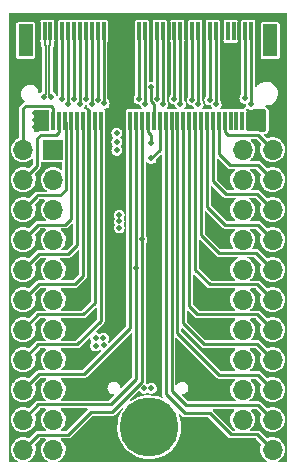
<source format=gbr>
G04 #@! TF.GenerationSoftware,KiCad,Pcbnew,(6.0.1)*
G04 #@! TF.CreationDate,2022-02-14T15:35:13+08:00*
G04 #@! TF.ProjectId,Test_Board,54657374-5f42-46f6-9172-642e6b696361,rev?*
G04 #@! TF.SameCoordinates,Original*
G04 #@! TF.FileFunction,Copper,L1,Top*
G04 #@! TF.FilePolarity,Positive*
%FSLAX46Y46*%
G04 Gerber Fmt 4.6, Leading zero omitted, Abs format (unit mm)*
G04 Created by KiCad (PCBNEW (6.0.1)) date 2022-02-14 15:35:13*
%MOMM*%
%LPD*%
G01*
G04 APERTURE LIST*
G04 #@! TA.AperFunction,SMDPad,CuDef*
%ADD10R,1.200000X2.750000*%
G04 #@! TD*
G04 #@! TA.AperFunction,SMDPad,CuDef*
%ADD11R,0.300000X1.550000*%
G04 #@! TD*
G04 #@! TA.AperFunction,ComponentPad*
%ADD12R,1.700000X1.700000*%
G04 #@! TD*
G04 #@! TA.AperFunction,ComponentPad*
%ADD13O,1.700000X1.700000*%
G04 #@! TD*
G04 #@! TA.AperFunction,ComponentPad*
%ADD14O,1.000000X1.600000*%
G04 #@! TD*
G04 #@! TA.AperFunction,ComponentPad*
%ADD15O,1.000000X2.100000*%
G04 #@! TD*
G04 #@! TA.AperFunction,ViaPad*
%ADD16C,0.508000*%
G04 #@! TD*
G04 #@! TA.AperFunction,ViaPad*
%ADD17C,5.000000*%
G04 #@! TD*
G04 #@! TA.AperFunction,Conductor*
%ADD18C,0.254000*%
G04 #@! TD*
G04 #@! TA.AperFunction,Conductor*
%ADD19C,0.177800*%
G04 #@! TD*
G04 #@! TA.AperFunction,Conductor*
%ADD20C,0.228600*%
G04 #@! TD*
G04 APERTURE END LIST*
D10*
X139303062Y-52981366D03*
X118603062Y-52981366D03*
D11*
X138202962Y-52206466D03*
X137953062Y-59756366D03*
X137703062Y-52206466D03*
X137453162Y-59756366D03*
X137202962Y-52206466D03*
X136953062Y-59756366D03*
X136703062Y-52206466D03*
X136453162Y-59756366D03*
X136202962Y-52206466D03*
X135953062Y-59756366D03*
X135703062Y-52206466D03*
X135453162Y-59756366D03*
X135202962Y-52206466D03*
X134953062Y-59756366D03*
X134703062Y-52206466D03*
X134453162Y-59756366D03*
X134202962Y-52206466D03*
X133953062Y-59756366D03*
X133703062Y-52206466D03*
X133453162Y-59756366D03*
X133202962Y-52206466D03*
X132953062Y-59756366D03*
X132703062Y-52206466D03*
X132453162Y-59756366D03*
X132202962Y-52206466D03*
X131953062Y-59756366D03*
X131703062Y-52206466D03*
X131453162Y-59756366D03*
X131202962Y-52206466D03*
X130953062Y-59756366D03*
X130703062Y-52206466D03*
X130453162Y-59756366D03*
X130202962Y-52206466D03*
X129953062Y-59756366D03*
X129703062Y-52206466D03*
X129453162Y-59756366D03*
X129202962Y-52206466D03*
X128953062Y-59756366D03*
X128703062Y-52206466D03*
X128453162Y-59756366D03*
X128202962Y-52206466D03*
X127953062Y-59756366D03*
X127703062Y-52206466D03*
X127453162Y-59756366D03*
X125202962Y-52206466D03*
X124953062Y-59756366D03*
X124703062Y-52206466D03*
X124453162Y-59756366D03*
X124202962Y-52206466D03*
X123953062Y-59756366D03*
X123703062Y-52206466D03*
X123453162Y-59756366D03*
X123202962Y-52206466D03*
X122953062Y-59756366D03*
X122703162Y-52206466D03*
X122453162Y-59756366D03*
X122202962Y-52206466D03*
X121953062Y-59756366D03*
X121703162Y-52206466D03*
X121453162Y-59756366D03*
X121202962Y-52206466D03*
X120953062Y-59756366D03*
X120703162Y-52206466D03*
X120453162Y-59756366D03*
X120202962Y-52206466D03*
X119953062Y-59756366D03*
X119703162Y-52206466D03*
D12*
X120943062Y-62218366D03*
D13*
X118403062Y-62218366D03*
X120943062Y-64758366D03*
X118403062Y-64758366D03*
X120943062Y-67298366D03*
X118403062Y-67298366D03*
X120943062Y-69838366D03*
X118403062Y-69838366D03*
X120943062Y-72378366D03*
X118403062Y-72378366D03*
X120943062Y-74918366D03*
X118403062Y-74918366D03*
X120943062Y-77458366D03*
X118403062Y-77458366D03*
X120943062Y-79998366D03*
X118403062Y-79998366D03*
X120943062Y-82538366D03*
X118403062Y-82538366D03*
X120943062Y-85078366D03*
X118403062Y-85078366D03*
X120943062Y-87618366D03*
X118403062Y-87618366D03*
D14*
X124633062Y-86052166D03*
D15*
X133273062Y-81872166D03*
D14*
X133273062Y-86052166D03*
D15*
X124633062Y-81872166D03*
D13*
X139510462Y-62218368D03*
X136970462Y-62218368D03*
X139510462Y-64758368D03*
X136970462Y-64758368D03*
X139510462Y-67298368D03*
X136970462Y-67298368D03*
X139510462Y-69838368D03*
X136970462Y-69838368D03*
X139510462Y-72378368D03*
X136970462Y-72378368D03*
X139510462Y-74918368D03*
X136970462Y-74918368D03*
X139510462Y-77458368D03*
X136970462Y-77458368D03*
X139510462Y-79998368D03*
X136970462Y-79998368D03*
X139510462Y-82538368D03*
X136970462Y-82538368D03*
X139510462Y-85078368D03*
X136970462Y-85078368D03*
X139510462Y-87618368D03*
D12*
X136970462Y-87618368D03*
D16*
X139818062Y-60111167D03*
X139818062Y-55111167D03*
X139818062Y-51111167D03*
X138818062Y-55111167D03*
X138818062Y-51111167D03*
X134818062Y-88111167D03*
X134818062Y-87111167D03*
X134818062Y-83111167D03*
X133818062Y-88111167D03*
X126818062Y-59111167D03*
X126818062Y-58111167D03*
X126818062Y-54111167D03*
X126818062Y-53111167D03*
X126818062Y-52111167D03*
X126818062Y-51111167D03*
X125818062Y-54111167D03*
X125818062Y-53111167D03*
X125818062Y-52111167D03*
X125818062Y-51111167D03*
X124818062Y-88111167D03*
X123818062Y-88111167D03*
X122818062Y-88111167D03*
X122818062Y-87111167D03*
X118818062Y-51111167D03*
X117818062Y-60111167D03*
X117818062Y-59111167D03*
X117818062Y-58111167D03*
X117818062Y-57111167D03*
X117818062Y-56111167D03*
X117818062Y-55111167D03*
X117818062Y-51111167D03*
X119670862Y-56061366D03*
D17*
X129068861Y-85728567D03*
D16*
X119670860Y-54740567D03*
X119670860Y-55400968D03*
X138492262Y-59668166D03*
X126325662Y-60811167D03*
X138492262Y-60201566D03*
X119416862Y-60328566D03*
X126325660Y-61573166D03*
X119416860Y-59160166D03*
X119416863Y-59718967D03*
X126325662Y-62284366D03*
X138492262Y-59109366D03*
X128638497Y-82418180D03*
X120147864Y-57744872D03*
X129247469Y-82430792D03*
X120757465Y-57744872D03*
X125792263Y-76366167D03*
X123633263Y-74222367D03*
X121702861Y-57940967D03*
X122185460Y-58372766D03*
X122668062Y-57940968D03*
X123176060Y-58372766D03*
X123709462Y-57940968D03*
X124209695Y-58385595D03*
X124706611Y-58033342D03*
X125246066Y-58316175D03*
X127971063Y-72266567D03*
X128205262Y-57940968D03*
X128453162Y-69828168D03*
X128729423Y-58347367D03*
X129221752Y-61674769D03*
X129185162Y-56924967D03*
X129703861Y-57940967D03*
X129221763Y-62970167D03*
X130211862Y-58372766D03*
X131195560Y-57940967D03*
X131710461Y-58372767D03*
X132701062Y-58017167D03*
X133209062Y-58372767D03*
X134199662Y-57991767D03*
X134733060Y-58372766D03*
X137171463Y-57890167D03*
X137704862Y-58372767D03*
X124522262Y-78819766D03*
X126528863Y-68826870D03*
X126528863Y-67755567D03*
X125182661Y-78184766D03*
X125208060Y-78794366D03*
X124522262Y-78159368D03*
X126528863Y-68288967D03*
D18*
X137703062Y-58370967D02*
X137703062Y-52206466D01*
X137704862Y-58372767D02*
X137703062Y-58370967D01*
X134202961Y-52212087D02*
X134200152Y-52209278D01*
X134202961Y-57963066D02*
X134202961Y-52212087D01*
X118403062Y-58726166D02*
X118403061Y-62218366D01*
X120752862Y-58525166D02*
X118604062Y-58525166D01*
X120953062Y-58725366D02*
X120752862Y-58525166D01*
X118604062Y-58525166D02*
X118403062Y-58726166D01*
X120953062Y-59756366D02*
X120953062Y-58725366D01*
X124453162Y-75216067D02*
X124453160Y-59756366D01*
X118403061Y-77458367D02*
X119683262Y-76178167D01*
X119683262Y-76178167D02*
X123491063Y-76178167D01*
X123491063Y-76178167D02*
X124453162Y-75216067D01*
X119683262Y-78718168D02*
X118403062Y-79998366D01*
X124953062Y-59756367D02*
X124953062Y-76712567D01*
X124953062Y-76712567D02*
X122947462Y-78718168D01*
X122947462Y-78718168D02*
X119683262Y-78718168D01*
X125792262Y-83798167D02*
X119683263Y-83798167D01*
X127953062Y-81637366D02*
X125792262Y-83798167D01*
X119683263Y-83798167D02*
X118403061Y-85078366D01*
X127953063Y-72284567D02*
X127953062Y-81637366D01*
X127971063Y-72266567D02*
X127953063Y-72284567D01*
X132068262Y-84544966D02*
X134199660Y-84544968D01*
X135992862Y-86338168D02*
X138230262Y-86338166D01*
X130453162Y-59756367D02*
X130453162Y-82929867D01*
X130453162Y-82929867D02*
X132068262Y-84544966D01*
X134199660Y-84544968D02*
X135992862Y-86338168D01*
X138230262Y-86338166D02*
X139510460Y-87618366D01*
X132182861Y-83874367D02*
X138306462Y-83874368D01*
X130953062Y-82644566D02*
X132182861Y-83874367D01*
X130953061Y-59756366D02*
X130953062Y-82644566D01*
X138306462Y-83874368D02*
X139510460Y-85078366D01*
X133148062Y-76178166D02*
X138230262Y-76178166D01*
X132453162Y-75483266D02*
X133148062Y-76178166D01*
X132453162Y-59756367D02*
X132453162Y-75483266D01*
X138230262Y-76178166D02*
X139510463Y-77458367D01*
X138204862Y-78692767D02*
X139510462Y-79998366D01*
X133706861Y-78692767D02*
X138204862Y-78692767D01*
X131953061Y-76938966D02*
X133706861Y-78692767D01*
X131953063Y-59756368D02*
X131953061Y-76938966D01*
X138230262Y-73638166D02*
X139510460Y-74918366D01*
X132953060Y-72401766D02*
X134189462Y-73638166D01*
X134189462Y-73638166D02*
X138230262Y-73638166D01*
X132953060Y-59756366D02*
X132953060Y-72401766D01*
X138255661Y-68583566D02*
X139510461Y-69838367D01*
X135484862Y-68583566D02*
X138255661Y-68583566D01*
X133953061Y-67051767D02*
X135484862Y-68583566D01*
X133953062Y-59756368D02*
X133953061Y-67051767D01*
X135865861Y-63503567D02*
X138255662Y-63503566D01*
X138255662Y-63503566D02*
X139510460Y-64758366D01*
X134953060Y-62590766D02*
X135865861Y-63503567D01*
X134953062Y-59756366D02*
X134953060Y-62590766D01*
X137202962Y-57858666D02*
X137202962Y-52206466D01*
D19*
X120313362Y-53479367D02*
X120313362Y-57542066D01*
X120313362Y-57542066D02*
X120147866Y-57707563D01*
X120202962Y-52206467D02*
X120202961Y-53368968D01*
X120147866Y-57707563D02*
X120147864Y-57744872D01*
X120202961Y-53368968D02*
X120313362Y-53479367D01*
X120592762Y-53479367D02*
X120592761Y-57580169D01*
X120703161Y-52206467D02*
X120703161Y-53368968D01*
X120592761Y-57580169D02*
X120757465Y-57744872D01*
X120703161Y-53368968D02*
X120592762Y-53479367D01*
D18*
X119543862Y-61278566D02*
X119543862Y-63617567D01*
X119543862Y-63617567D02*
X118403060Y-64758368D01*
X121453162Y-59756366D02*
X121453160Y-60688288D01*
X121453160Y-60688288D02*
X121193084Y-60948366D01*
X119874061Y-60948367D02*
X119543862Y-61278566D01*
X121193084Y-60948366D02*
X119874061Y-60948367D01*
X121686692Y-57924796D02*
X121686692Y-52222936D01*
X121686692Y-52222936D02*
X121703162Y-52206466D01*
X121550463Y-66104567D02*
X119594662Y-66104567D01*
X119594662Y-66106766D02*
X118403061Y-67298367D01*
X121953061Y-59756366D02*
X122046573Y-59849878D01*
X122046574Y-65608456D02*
X121550463Y-66104567D01*
X122046573Y-59849878D02*
X122046574Y-65608456D01*
X119594662Y-66104567D02*
X119594662Y-66106766D01*
X122185949Y-58372278D02*
X122185460Y-58372766D01*
X122185951Y-52223477D02*
X122185949Y-58372278D01*
X122202962Y-52206466D02*
X122185951Y-52223477D01*
X122453162Y-59756366D02*
X122453161Y-68072067D01*
X121956861Y-68568366D02*
X119673062Y-68568366D01*
X122453161Y-68072067D02*
X121956861Y-68568366D01*
X119673062Y-68568366D02*
X118403062Y-69838366D01*
X122703162Y-52206466D02*
X122703160Y-57905866D01*
X122703160Y-57905866D02*
X122668062Y-57940968D01*
X122953060Y-59756367D02*
X122953062Y-70315366D01*
X122953062Y-70315366D02*
X122210861Y-71057567D01*
X122210861Y-71057567D02*
X119723861Y-71057566D01*
X119723861Y-71057566D02*
X118403062Y-72378366D01*
X123187951Y-58360877D02*
X123176060Y-58372766D01*
X123187951Y-52221477D02*
X123187951Y-58360877D01*
X123202962Y-52206466D02*
X123187951Y-52221477D01*
X123453161Y-72914066D02*
X122744261Y-73622966D01*
X123453162Y-59756367D02*
X123453161Y-72914066D01*
X122744261Y-73622966D02*
X119698461Y-73622966D01*
X119698461Y-73622966D02*
X118403062Y-74918367D01*
X123703062Y-52206468D02*
X123703061Y-57934567D01*
X123703061Y-57934567D02*
X123709462Y-57940968D01*
D19*
X124209695Y-58385595D02*
X124202961Y-58378859D01*
D18*
X124202961Y-58378859D02*
X124202962Y-52206467D01*
X124703061Y-58029792D02*
X124703062Y-52206466D01*
X124706611Y-58033342D02*
X124703061Y-58029792D01*
X125202963Y-58273072D02*
X125202963Y-52206468D01*
X125246066Y-58316175D02*
X125202963Y-58273072D01*
X119698461Y-81242966D02*
X118403062Y-82538366D01*
D20*
X127453161Y-59756370D02*
X127453161Y-77321461D01*
D18*
X127453162Y-77321468D02*
X123531663Y-81242967D01*
X123531663Y-81242967D02*
X119698461Y-81242966D01*
X127971063Y-72266567D02*
X127953063Y-72248567D01*
X127953063Y-72248567D02*
X127953060Y-59756366D01*
X128202960Y-57938666D02*
X128205262Y-57940968D01*
X128202962Y-52206466D02*
X128202960Y-57938666D01*
X122200662Y-86348366D02*
X119673062Y-86348367D01*
X128156387Y-82221442D02*
X125944660Y-84433168D01*
X128453163Y-81924667D02*
X128441760Y-81936069D01*
X119673062Y-86348367D02*
X118403060Y-87618368D01*
D20*
X128453159Y-69828156D02*
X128453159Y-81924677D01*
D18*
X128453161Y-59756366D02*
X128453162Y-69828168D01*
X125944660Y-84433168D02*
X124115862Y-84433167D01*
X124115862Y-84433167D02*
X122200662Y-86348366D01*
X128438801Y-81936069D02*
X128156388Y-82218482D01*
X128441760Y-81936069D02*
X128438801Y-81936069D01*
X128156388Y-82218482D02*
X128156387Y-82221442D01*
X128703062Y-58311766D02*
X128703062Y-52206466D01*
X128738662Y-58347366D02*
X128703062Y-58311766D01*
X128953062Y-59756366D02*
X128953061Y-60720767D01*
X129221751Y-60989457D02*
X129221752Y-61674769D01*
X128953061Y-60720767D02*
X129221751Y-60989457D01*
X129185162Y-56924967D02*
X129185162Y-58104075D01*
X129185162Y-58104075D02*
X129453161Y-58372075D01*
X129453161Y-58372075D02*
X129453160Y-59756366D01*
X129703061Y-57940167D02*
X129703861Y-57940967D01*
X129703061Y-52206467D02*
X129703061Y-57940167D01*
X129953062Y-59756366D02*
X129953061Y-62263767D01*
X129246662Y-62970166D02*
X129221763Y-62970167D01*
X129953061Y-62263767D02*
X129246662Y-62970166D01*
X130202962Y-58338467D02*
X130202961Y-52206467D01*
X130211862Y-58347367D02*
X130202962Y-58338467D01*
X131202962Y-57933566D02*
X131195560Y-57940967D01*
X131202962Y-52206466D02*
X131202962Y-57933566D01*
X134987063Y-81293767D02*
X138265862Y-81293767D01*
X131453162Y-77759866D02*
X134987063Y-81293767D01*
X131453162Y-59756366D02*
X131453162Y-77759866D01*
X138265862Y-81293767D02*
X139510461Y-82538367D01*
X131710462Y-58347366D02*
X131703062Y-58339966D01*
X131703062Y-58339966D02*
X131703060Y-52206466D01*
X132703062Y-57964366D02*
X132703062Y-52206466D01*
X133202961Y-58366667D02*
X133209062Y-58372767D01*
X133202961Y-52206467D02*
X133202961Y-58366667D01*
X133453160Y-69472866D02*
X134936262Y-70955968D01*
X138088060Y-70955968D02*
X139510461Y-72378369D01*
X133453160Y-59756366D02*
X133453160Y-69472866D01*
X134936262Y-70955968D02*
X138088060Y-70955968D01*
X134453162Y-64884866D02*
X135545861Y-65977566D01*
X134453162Y-59756366D02*
X134453162Y-64884866D01*
X135545861Y-65977566D02*
X138189662Y-65977566D01*
X138189662Y-65977566D02*
X139510461Y-67298367D01*
X134703062Y-52206467D02*
X134703061Y-58342767D01*
X134703061Y-58342767D02*
X134733060Y-58372766D01*
X135453162Y-59756366D02*
X135453163Y-60762967D01*
X135453163Y-60762967D02*
X135698260Y-61008066D01*
X138300162Y-61008068D02*
X139510460Y-62218366D01*
X135698260Y-61008066D02*
X138300162Y-61008068D01*
X137171463Y-57890167D02*
X137202962Y-57858666D01*
G04 #@! TA.AperFunction,Conductor*
G36*
X120538254Y-58866363D02*
G01*
X120574094Y-58890256D01*
X120600712Y-58930001D01*
X120600724Y-58954455D01*
X120599362Y-58961302D01*
X120599362Y-60551430D01*
X120598704Y-60551430D01*
X120585544Y-60594815D01*
X120543357Y-60617365D01*
X120537230Y-60617666D01*
X119912917Y-60617667D01*
X119891231Y-60617667D01*
X119885784Y-60617429D01*
X119882467Y-60617139D01*
X119844794Y-60613843D01*
X119805054Y-60624491D01*
X119799731Y-60625671D01*
X119764596Y-60631866D01*
X119764594Y-60631867D01*
X119759210Y-60632816D01*
X119753538Y-60636091D01*
X119738470Y-60642332D01*
X119732145Y-60644027D01*
X119727667Y-60647162D01*
X119727668Y-60647162D01*
X119698444Y-60667624D01*
X119693847Y-60670553D01*
X119662947Y-60688394D01*
X119658212Y-60691128D01*
X119654952Y-60695014D01*
X119614966Y-60709567D01*
X119442752Y-60709567D01*
X119398558Y-60691262D01*
X119331786Y-60624491D01*
X119308168Y-60600874D01*
X119289862Y-60556679D01*
X119289863Y-58932055D01*
X119308169Y-58887861D01*
X119321858Y-58874172D01*
X119366052Y-58855866D01*
X120503586Y-58855866D01*
X120538254Y-58866363D01*
G37*
G04 #@! TD.AperFunction*
G04 #@! TA.AperFunction,Conductor*
G36*
X137466898Y-58764239D02*
G01*
X137505791Y-58790129D01*
X137630932Y-58829226D01*
X137635382Y-58829308D01*
X137635385Y-58829308D01*
X137757569Y-58831547D01*
X137757572Y-58831547D01*
X137762016Y-58831628D01*
X137817991Y-58816367D01*
X137884205Y-58798316D01*
X137884208Y-58798315D01*
X137888506Y-58797143D01*
X137944106Y-58763005D01*
X137976806Y-58753766D01*
X138759269Y-58753767D01*
X138793717Y-58753767D01*
X138841171Y-58775593D01*
X138945036Y-58896769D01*
X138959816Y-58914013D01*
X138974862Y-58954687D01*
X138974862Y-60556680D01*
X138956556Y-60600874D01*
X138866169Y-60691261D01*
X138821975Y-60709567D01*
X138466209Y-60709567D01*
X138443099Y-60704443D01*
X138442078Y-60703728D01*
X138435753Y-60702033D01*
X138420685Y-60695792D01*
X138415013Y-60692517D01*
X138409629Y-60691568D01*
X138409627Y-60691567D01*
X138374492Y-60685372D01*
X138369169Y-60684192D01*
X138329429Y-60673544D01*
X138291756Y-60676840D01*
X138288439Y-60677130D01*
X138282992Y-60677368D01*
X138260078Y-60677368D01*
X137357868Y-60677367D01*
X137313674Y-60659061D01*
X137295368Y-60614867D01*
X137296569Y-60602674D01*
X137306163Y-60554443D01*
X137306163Y-60554440D01*
X137306762Y-60551430D01*
X137306762Y-58961302D01*
X137294943Y-58901886D01*
X137275695Y-58873079D01*
X137266363Y-58826163D01*
X137283467Y-58794163D01*
X137305556Y-58772073D01*
X137349751Y-58753766D01*
X137432265Y-58753766D01*
X137466898Y-58764239D01*
G37*
G04 #@! TD.AperFunction*
G04 #@! TA.AperFunction,Conductor*
G36*
X140731556Y-50669473D02*
G01*
X140749862Y-50713667D01*
X140749862Y-88622667D01*
X140731556Y-88666861D01*
X140687362Y-88685167D01*
X139998005Y-88685167D01*
X139953811Y-88666861D01*
X139935505Y-88622667D01*
X139953811Y-88578473D01*
X139969825Y-88566880D01*
X140075074Y-88513715D01*
X140077794Y-88512341D01*
X140080192Y-88510468D01*
X140080196Y-88510465D01*
X140192843Y-88422455D01*
X140240630Y-88385120D01*
X140242629Y-88382805D01*
X140334534Y-88276330D01*
X140375653Y-88228693D01*
X140477722Y-88049020D01*
X140542948Y-87852943D01*
X140548066Y-87812434D01*
X140568627Y-87649673D01*
X140568627Y-87649671D01*
X140568847Y-87647931D01*
X140569260Y-87618368D01*
X140569091Y-87616638D01*
X140549393Y-87415756D01*
X140549393Y-87415754D01*
X140549095Y-87412713D01*
X140489369Y-87214891D01*
X140393791Y-87035134D01*
X140393790Y-87035133D01*
X140392357Y-87032438D01*
X140261754Y-86872303D01*
X140102534Y-86740585D01*
X140099850Y-86739134D01*
X140099846Y-86739131D01*
X139943637Y-86654669D01*
X139920763Y-86642301D01*
X139811049Y-86608339D01*
X139726278Y-86582098D01*
X139726275Y-86582097D01*
X139723363Y-86581196D01*
X139720330Y-86580877D01*
X139720329Y-86580877D01*
X139668935Y-86575475D01*
X139517854Y-86559596D01*
X139514821Y-86559872D01*
X139514817Y-86559872D01*
X139402860Y-86570061D01*
X139312063Y-86578324D01*
X139309130Y-86579187D01*
X139309126Y-86579188D01*
X139159986Y-86623083D01*
X139113829Y-86636668D01*
X139111119Y-86638085D01*
X139111116Y-86638086D01*
X139077430Y-86655697D01*
X139029784Y-86659950D01*
X139004279Y-86644504D01*
X138476247Y-86116471D01*
X138472563Y-86112451D01*
X138449627Y-86085117D01*
X138449626Y-86085117D01*
X138446111Y-86080927D01*
X138441375Y-86078193D01*
X138441373Y-86078191D01*
X138410490Y-86060361D01*
X138405891Y-86057432D01*
X138376655Y-86036960D01*
X138376654Y-86036960D01*
X138372179Y-86033826D01*
X138366900Y-86032411D01*
X138366899Y-86032411D01*
X138365851Y-86032130D01*
X138350786Y-86025890D01*
X138349849Y-86025349D01*
X138349848Y-86025349D01*
X138345113Y-86022615D01*
X138314513Y-86017219D01*
X138304600Y-86015471D01*
X138299279Y-86014292D01*
X138264807Y-86005056D01*
X138264806Y-86005056D01*
X138259529Y-86003642D01*
X138254086Y-86004118D01*
X138254084Y-86004118D01*
X138218539Y-86007228D01*
X138213092Y-86007466D01*
X138206056Y-86007466D01*
X137674348Y-86007467D01*
X137630155Y-85989161D01*
X137611849Y-85944967D01*
X137630155Y-85900773D01*
X137635870Y-85895716D01*
X137646476Y-85887430D01*
X137700630Y-85845120D01*
X137702629Y-85842805D01*
X137801235Y-85728567D01*
X137835653Y-85688693D01*
X137937722Y-85509020D01*
X138002948Y-85312943D01*
X138008066Y-85272434D01*
X138028627Y-85109673D01*
X138028627Y-85109671D01*
X138028847Y-85107931D01*
X138029260Y-85078368D01*
X138029091Y-85076638D01*
X138018501Y-84968638D01*
X138009095Y-84872713D01*
X137949369Y-84674891D01*
X137853791Y-84495134D01*
X137853790Y-84495133D01*
X137852357Y-84492438D01*
X137721754Y-84332303D01*
X137706840Y-84319965D01*
X137701715Y-84315725D01*
X137679331Y-84273449D01*
X137693397Y-84227729D01*
X137735673Y-84205345D01*
X137741554Y-84205068D01*
X138143594Y-84205068D01*
X138187788Y-84223374D01*
X138535458Y-84571044D01*
X138553764Y-84615238D01*
X138546032Y-84645349D01*
X138538757Y-84658580D01*
X138538757Y-84658581D01*
X138537283Y-84661263D01*
X138474801Y-84858232D01*
X138474460Y-84861269D01*
X138474460Y-84861271D01*
X138452937Y-85053158D01*
X138451767Y-85063585D01*
X138469058Y-85269501D01*
X138526017Y-85468138D01*
X138527409Y-85470847D01*
X138527410Y-85470849D01*
X138575825Y-85565055D01*
X138620472Y-85651928D01*
X138622363Y-85654314D01*
X138622365Y-85654317D01*
X138680339Y-85727462D01*
X138748826Y-85813871D01*
X138751154Y-85815852D01*
X138751156Y-85815854D01*
X138902054Y-85944277D01*
X138906192Y-85947799D01*
X138908856Y-85949288D01*
X138908859Y-85949290D01*
X139053276Y-86030002D01*
X139086573Y-86048611D01*
X139089477Y-86049555D01*
X139089478Y-86049555D01*
X139280188Y-86111521D01*
X139280193Y-86111522D01*
X139283101Y-86112467D01*
X139488288Y-86136934D01*
X139491330Y-86136700D01*
X139491333Y-86136700D01*
X139691269Y-86121315D01*
X139691271Y-86121315D01*
X139694320Y-86121080D01*
X139893349Y-86065511D01*
X139896072Y-86064136D01*
X139896076Y-86064134D01*
X140075074Y-85973715D01*
X140077794Y-85972341D01*
X140080192Y-85970468D01*
X140080196Y-85970465D01*
X140175870Y-85895716D01*
X140240630Y-85845120D01*
X140242629Y-85842805D01*
X140341235Y-85728567D01*
X140375653Y-85688693D01*
X140477722Y-85509020D01*
X140542948Y-85312943D01*
X140548066Y-85272434D01*
X140568627Y-85109673D01*
X140568627Y-85109671D01*
X140568847Y-85107931D01*
X140569260Y-85078368D01*
X140569091Y-85076638D01*
X140558501Y-84968638D01*
X140549095Y-84872713D01*
X140489369Y-84674891D01*
X140393791Y-84495134D01*
X140393790Y-84495133D01*
X140392357Y-84492438D01*
X140261754Y-84332303D01*
X140102534Y-84200585D01*
X140099850Y-84199134D01*
X140099846Y-84199131D01*
X139923448Y-84103753D01*
X139920763Y-84102301D01*
X139781128Y-84059077D01*
X139726278Y-84042098D01*
X139726275Y-84042097D01*
X139723363Y-84041196D01*
X139720330Y-84040877D01*
X139720329Y-84040877D01*
X139668935Y-84035475D01*
X139517854Y-84019596D01*
X139514821Y-84019872D01*
X139514817Y-84019872D01*
X139401640Y-84030172D01*
X139312063Y-84038324D01*
X139309130Y-84039187D01*
X139309126Y-84039188D01*
X139179353Y-84077383D01*
X139113829Y-84096668D01*
X139103058Y-84102299D01*
X139077428Y-84115698D01*
X139029782Y-84119950D01*
X139004278Y-84104504D01*
X138552447Y-83652673D01*
X138548763Y-83648653D01*
X138525825Y-83621317D01*
X138525826Y-83621317D01*
X138522311Y-83617129D01*
X138517576Y-83614395D01*
X138486676Y-83596554D01*
X138482079Y-83593625D01*
X138452855Y-83573163D01*
X138452856Y-83573163D01*
X138448378Y-83570028D01*
X138442053Y-83568333D01*
X138426985Y-83562092D01*
X138421313Y-83558817D01*
X138415929Y-83557868D01*
X138415927Y-83557867D01*
X138380792Y-83551672D01*
X138375469Y-83550492D01*
X138335729Y-83539844D01*
X138298056Y-83543140D01*
X138294739Y-83543430D01*
X138289292Y-83543668D01*
X137576816Y-83543668D01*
X137532622Y-83525362D01*
X137514316Y-83481168D01*
X137532622Y-83436974D01*
X137538337Y-83431917D01*
X137629397Y-83360773D01*
X137700630Y-83305120D01*
X137702629Y-83302805D01*
X137768952Y-83225967D01*
X137835653Y-83148693D01*
X137919266Y-83001509D01*
X137936210Y-82971682D01*
X137936211Y-82971680D01*
X137937722Y-82969020D01*
X138002948Y-82772943D01*
X138003907Y-82765358D01*
X138028627Y-82569673D01*
X138028627Y-82569671D01*
X138028847Y-82567931D01*
X138029260Y-82538368D01*
X138029091Y-82536638D01*
X138013453Y-82377158D01*
X138009095Y-82332713D01*
X137949369Y-82134891D01*
X137883531Y-82011067D01*
X137853792Y-81955136D01*
X137853790Y-81955133D01*
X137852357Y-81952438D01*
X137721754Y-81792303D01*
X137652636Y-81735124D01*
X137630252Y-81692849D01*
X137644318Y-81647128D01*
X137686593Y-81624744D01*
X137692475Y-81624467D01*
X138102994Y-81624467D01*
X138147188Y-81642773D01*
X138535458Y-82031043D01*
X138553764Y-82075237D01*
X138546033Y-82105347D01*
X138537283Y-82121263D01*
X138474801Y-82318232D01*
X138474460Y-82321269D01*
X138474460Y-82321271D01*
X138452941Y-82513122D01*
X138451767Y-82523585D01*
X138469058Y-82729501D01*
X138526017Y-82928138D01*
X138527409Y-82930847D01*
X138527410Y-82930849D01*
X138562370Y-82998874D01*
X138620472Y-83111928D01*
X138622363Y-83114314D01*
X138622365Y-83114317D01*
X138651446Y-83151008D01*
X138748826Y-83273871D01*
X138906192Y-83407799D01*
X138908856Y-83409288D01*
X138908859Y-83409290D01*
X139044951Y-83485349D01*
X139086573Y-83508611D01*
X139089477Y-83509555D01*
X139089478Y-83509555D01*
X139280188Y-83571521D01*
X139280193Y-83571522D01*
X139283101Y-83572467D01*
X139488288Y-83596934D01*
X139491330Y-83596700D01*
X139491333Y-83596700D01*
X139691269Y-83581315D01*
X139691271Y-83581315D01*
X139694320Y-83581080D01*
X139862097Y-83534237D01*
X139890405Y-83526333D01*
X139893349Y-83525511D01*
X139896072Y-83524136D01*
X139896076Y-83524134D01*
X140075074Y-83433715D01*
X140077794Y-83432341D01*
X140080192Y-83430468D01*
X140080196Y-83430465D01*
X140169397Y-83360773D01*
X140240630Y-83305120D01*
X140242629Y-83302805D01*
X140308952Y-83225967D01*
X140375653Y-83148693D01*
X140459266Y-83001509D01*
X140476210Y-82971682D01*
X140476211Y-82971680D01*
X140477722Y-82969020D01*
X140542948Y-82772943D01*
X140543907Y-82765358D01*
X140568627Y-82569673D01*
X140568627Y-82569671D01*
X140568847Y-82567931D01*
X140569260Y-82538368D01*
X140569091Y-82536638D01*
X140553453Y-82377158D01*
X140549095Y-82332713D01*
X140489369Y-82134891D01*
X140423531Y-82011067D01*
X140393792Y-81955136D01*
X140393790Y-81955133D01*
X140392357Y-81952438D01*
X140261754Y-81792303D01*
X140102534Y-81660585D01*
X140099850Y-81659134D01*
X140099846Y-81659131D01*
X139927857Y-81566137D01*
X139920763Y-81562301D01*
X139796095Y-81523710D01*
X139726278Y-81502098D01*
X139726275Y-81502097D01*
X139723363Y-81501196D01*
X139720330Y-81500877D01*
X139720329Y-81500877D01*
X139668935Y-81495475D01*
X139517854Y-81479596D01*
X139514821Y-81479872D01*
X139514817Y-81479872D01*
X139401640Y-81490172D01*
X139312063Y-81498324D01*
X139309130Y-81499187D01*
X139309126Y-81499188D01*
X139159986Y-81543083D01*
X139113829Y-81556668D01*
X139081315Y-81573666D01*
X139077428Y-81575698D01*
X139029782Y-81579950D01*
X139004278Y-81564504D01*
X138511847Y-81072072D01*
X138508163Y-81068052D01*
X138485726Y-81041313D01*
X138481711Y-81036528D01*
X138475303Y-81032828D01*
X138446076Y-81015953D01*
X138441479Y-81013024D01*
X138412255Y-80992562D01*
X138412256Y-80992562D01*
X138407778Y-80989427D01*
X138401453Y-80987732D01*
X138386385Y-80981491D01*
X138380713Y-80978216D01*
X138375329Y-80977267D01*
X138375327Y-80977266D01*
X138340192Y-80971071D01*
X138334869Y-80969891D01*
X138333615Y-80969555D01*
X138295129Y-80959243D01*
X138261021Y-80962227D01*
X138254139Y-80962829D01*
X138248692Y-80963067D01*
X137628783Y-80963067D01*
X137584589Y-80944761D01*
X137566283Y-80900567D01*
X137584589Y-80856373D01*
X137590304Y-80851316D01*
X137615939Y-80831288D01*
X137700630Y-80765120D01*
X137702629Y-80762805D01*
X137753821Y-80703497D01*
X137835653Y-80608693D01*
X137937722Y-80429020D01*
X138002948Y-80232943D01*
X138008066Y-80192434D01*
X138028627Y-80029673D01*
X138028627Y-80029671D01*
X138028847Y-80027931D01*
X138029260Y-79998368D01*
X138029091Y-79996638D01*
X138009393Y-79795756D01*
X138009393Y-79795754D01*
X138009095Y-79792713D01*
X137949369Y-79594891D01*
X137853791Y-79415134D01*
X137853790Y-79415133D01*
X137852357Y-79412438D01*
X137721754Y-79252303D01*
X137610272Y-79160077D01*
X137578900Y-79134124D01*
X137556516Y-79091849D01*
X137570582Y-79046128D01*
X137612857Y-79023744D01*
X137618739Y-79023467D01*
X138041994Y-79023467D01*
X138086188Y-79041773D01*
X138535458Y-79491043D01*
X138553764Y-79535237D01*
X138546033Y-79565347D01*
X138537283Y-79581263D01*
X138474801Y-79778232D01*
X138474460Y-79781269D01*
X138474460Y-79781271D01*
X138472836Y-79795754D01*
X138451767Y-79983585D01*
X138469058Y-80189501D01*
X138526017Y-80388138D01*
X138527409Y-80390847D01*
X138527410Y-80390849D01*
X138575825Y-80485055D01*
X138620472Y-80571928D01*
X138622363Y-80574314D01*
X138622365Y-80574317D01*
X138651446Y-80611008D01*
X138748826Y-80733871D01*
X138906192Y-80867799D01*
X138908856Y-80869288D01*
X138908859Y-80869290D01*
X139072345Y-80960659D01*
X139086573Y-80968611D01*
X139089477Y-80969555D01*
X139089478Y-80969555D01*
X139280188Y-81031521D01*
X139280193Y-81031522D01*
X139283101Y-81032467D01*
X139286145Y-81032830D01*
X139317158Y-81036528D01*
X139488288Y-81056934D01*
X139491330Y-81056700D01*
X139491333Y-81056700D01*
X139691269Y-81041315D01*
X139691271Y-81041315D01*
X139694320Y-81041080D01*
X139893349Y-80985511D01*
X139896072Y-80984136D01*
X139896076Y-80984134D01*
X140075074Y-80893715D01*
X140077794Y-80892341D01*
X140080192Y-80890468D01*
X140080196Y-80890465D01*
X140165423Y-80823878D01*
X140240630Y-80765120D01*
X140242629Y-80762805D01*
X140293821Y-80703497D01*
X140375653Y-80608693D01*
X140477722Y-80429020D01*
X140542948Y-80232943D01*
X140548066Y-80192434D01*
X140568627Y-80029673D01*
X140568627Y-80029671D01*
X140568847Y-80027931D01*
X140569260Y-79998368D01*
X140569091Y-79996638D01*
X140549393Y-79795756D01*
X140549393Y-79795754D01*
X140549095Y-79792713D01*
X140489369Y-79594891D01*
X140393791Y-79415134D01*
X140393790Y-79415133D01*
X140392357Y-79412438D01*
X140261754Y-79252303D01*
X140102534Y-79120585D01*
X140099850Y-79119134D01*
X140099846Y-79119131D01*
X139943637Y-79034669D01*
X139920763Y-79022301D01*
X139769272Y-78975407D01*
X139726278Y-78962098D01*
X139726275Y-78962097D01*
X139723363Y-78961196D01*
X139720330Y-78960877D01*
X139720329Y-78960877D01*
X139642929Y-78952742D01*
X139517854Y-78939596D01*
X139514821Y-78939872D01*
X139514817Y-78939872D01*
X139403465Y-78950006D01*
X139312063Y-78958324D01*
X139309130Y-78959187D01*
X139309126Y-78959188D01*
X139167298Y-79000931D01*
X139113829Y-79016668D01*
X139111115Y-79018087D01*
X139077428Y-79035697D01*
X139029782Y-79039949D01*
X139004279Y-79024503D01*
X138450847Y-78471072D01*
X138447163Y-78467052D01*
X138432114Y-78449118D01*
X138420711Y-78435528D01*
X138410366Y-78429555D01*
X138385076Y-78414953D01*
X138380479Y-78412024D01*
X138351255Y-78391562D01*
X138351256Y-78391562D01*
X138346778Y-78388427D01*
X138340453Y-78386732D01*
X138325385Y-78380491D01*
X138319713Y-78377216D01*
X138314329Y-78376267D01*
X138314327Y-78376266D01*
X138279192Y-78370071D01*
X138273869Y-78368891D01*
X138234129Y-78358243D01*
X138196456Y-78361539D01*
X138193139Y-78361829D01*
X138187692Y-78362067D01*
X137706859Y-78362067D01*
X137662665Y-78343761D01*
X137644359Y-78299567D01*
X137662665Y-78255373D01*
X137668381Y-78250316D01*
X137698219Y-78227004D01*
X137698221Y-78227002D01*
X137700630Y-78225120D01*
X137702629Y-78222805D01*
X137768463Y-78146534D01*
X137835653Y-78068693D01*
X137937722Y-77889020D01*
X138002948Y-77692943D01*
X138004153Y-77683409D01*
X138028627Y-77489673D01*
X138028627Y-77489671D01*
X138028847Y-77487931D01*
X138029260Y-77458368D01*
X138029091Y-77456638D01*
X138009393Y-77255756D01*
X138009393Y-77255754D01*
X138009095Y-77252713D01*
X137949369Y-77054891D01*
X137863181Y-76892795D01*
X137853792Y-76875136D01*
X137853790Y-76875133D01*
X137852357Y-76872438D01*
X137721754Y-76712303D01*
X137609602Y-76619523D01*
X137587218Y-76577248D01*
X137601284Y-76531527D01*
X137643559Y-76509143D01*
X137649441Y-76508866D01*
X138067394Y-76508866D01*
X138111588Y-76527172D01*
X138535458Y-76951043D01*
X138553764Y-76995237D01*
X138546033Y-77025347D01*
X138537283Y-77041263D01*
X138474801Y-77238232D01*
X138474460Y-77241269D01*
X138474460Y-77241271D01*
X138472836Y-77255754D01*
X138451767Y-77443585D01*
X138469058Y-77649501D01*
X138526017Y-77848138D01*
X138527409Y-77850847D01*
X138527410Y-77850849D01*
X138569250Y-77932260D01*
X138620472Y-78031928D01*
X138622363Y-78034314D01*
X138622365Y-78034317D01*
X138651446Y-78071008D01*
X138748826Y-78193871D01*
X138751154Y-78195852D01*
X138751156Y-78195854D01*
X138902866Y-78324968D01*
X138906192Y-78327799D01*
X138908856Y-78329288D01*
X138908859Y-78329290D01*
X139053280Y-78410004D01*
X139086573Y-78428611D01*
X139089477Y-78429555D01*
X139089478Y-78429555D01*
X139280188Y-78491521D01*
X139280193Y-78491522D01*
X139283101Y-78492467D01*
X139286145Y-78492830D01*
X139316646Y-78496467D01*
X139488288Y-78516934D01*
X139491330Y-78516700D01*
X139491333Y-78516700D01*
X139691269Y-78501315D01*
X139691271Y-78501315D01*
X139694320Y-78501080D01*
X139893349Y-78445511D01*
X139896072Y-78444136D01*
X139896076Y-78444134D01*
X140075074Y-78353715D01*
X140077794Y-78352341D01*
X140080192Y-78350468D01*
X140080196Y-78350465D01*
X140173750Y-78277372D01*
X140240630Y-78225120D01*
X140242629Y-78222805D01*
X140308463Y-78146534D01*
X140375653Y-78068693D01*
X140477722Y-77889020D01*
X140542948Y-77692943D01*
X140544153Y-77683409D01*
X140568627Y-77489673D01*
X140568627Y-77489671D01*
X140568847Y-77487931D01*
X140569260Y-77458368D01*
X140569091Y-77456638D01*
X140549393Y-77255756D01*
X140549393Y-77255754D01*
X140549095Y-77252713D01*
X140489369Y-77054891D01*
X140403181Y-76892795D01*
X140393792Y-76875136D01*
X140393790Y-76875133D01*
X140392357Y-76872438D01*
X140261754Y-76712303D01*
X140102534Y-76580585D01*
X140099850Y-76579134D01*
X140099846Y-76579131D01*
X139955092Y-76500863D01*
X139920763Y-76482301D01*
X139778101Y-76438140D01*
X139726278Y-76422098D01*
X139726275Y-76422097D01*
X139723363Y-76421196D01*
X139720330Y-76420877D01*
X139720329Y-76420877D01*
X139668935Y-76415475D01*
X139517854Y-76399596D01*
X139514821Y-76399872D01*
X139514817Y-76399872D01*
X139401640Y-76410172D01*
X139312063Y-76418324D01*
X139309130Y-76419187D01*
X139309126Y-76419188D01*
X139179492Y-76457342D01*
X139113829Y-76476668D01*
X139079595Y-76494565D01*
X139077430Y-76495697D01*
X139029784Y-76499949D01*
X139004280Y-76484503D01*
X138476247Y-75956471D01*
X138472563Y-75952451D01*
X138449625Y-75925115D01*
X138449626Y-75925115D01*
X138446111Y-75920927D01*
X138441376Y-75918193D01*
X138410476Y-75900352D01*
X138405879Y-75897423D01*
X138383023Y-75881420D01*
X138372178Y-75873826D01*
X138365853Y-75872131D01*
X138350785Y-75865890D01*
X138345113Y-75862615D01*
X138339729Y-75861666D01*
X138339727Y-75861665D01*
X138304592Y-75855470D01*
X138299269Y-75854290D01*
X138259529Y-75843642D01*
X138221856Y-75846938D01*
X138218539Y-75847228D01*
X138213092Y-75847466D01*
X137674350Y-75847466D01*
X137630156Y-75829160D01*
X137611850Y-75784966D01*
X137630156Y-75740772D01*
X137635871Y-75735715D01*
X137700630Y-75685120D01*
X137702629Y-75682805D01*
X137755768Y-75621241D01*
X137835653Y-75528693D01*
X137937722Y-75349020D01*
X138002948Y-75152943D01*
X138008066Y-75112434D01*
X138028627Y-74949673D01*
X138028627Y-74949671D01*
X138028847Y-74947931D01*
X138029260Y-74918368D01*
X138029091Y-74916638D01*
X138009393Y-74715756D01*
X138009393Y-74715754D01*
X138009095Y-74712713D01*
X137949369Y-74514891D01*
X137853791Y-74335134D01*
X137853790Y-74335133D01*
X137852357Y-74332438D01*
X137721754Y-74172303D01*
X137609602Y-74079523D01*
X137587218Y-74037248D01*
X137601284Y-73991527D01*
X137643559Y-73969143D01*
X137649441Y-73968866D01*
X138067393Y-73968866D01*
X138111587Y-73987172D01*
X138535458Y-74411043D01*
X138553764Y-74455237D01*
X138546033Y-74485347D01*
X138537283Y-74501263D01*
X138474801Y-74698232D01*
X138474460Y-74701269D01*
X138474460Y-74701271D01*
X138472836Y-74715754D01*
X138451767Y-74903585D01*
X138469058Y-75109501D01*
X138526017Y-75308138D01*
X138527409Y-75310847D01*
X138527410Y-75310849D01*
X138555030Y-75364592D01*
X138620472Y-75491928D01*
X138622363Y-75494314D01*
X138622365Y-75494317D01*
X138651446Y-75531008D01*
X138748826Y-75653871D01*
X138751154Y-75655852D01*
X138751156Y-75655854D01*
X138898844Y-75781545D01*
X138906192Y-75787799D01*
X138908856Y-75789288D01*
X138908859Y-75789290D01*
X139044949Y-75865348D01*
X139086573Y-75888611D01*
X139089477Y-75889555D01*
X139089478Y-75889555D01*
X139280188Y-75951521D01*
X139280193Y-75951522D01*
X139283101Y-75952467D01*
X139488288Y-75976934D01*
X139491330Y-75976700D01*
X139491333Y-75976700D01*
X139691269Y-75961315D01*
X139691271Y-75961315D01*
X139694320Y-75961080D01*
X139893349Y-75905511D01*
X139896072Y-75904136D01*
X139896076Y-75904134D01*
X140075074Y-75813715D01*
X140077794Y-75812341D01*
X140080192Y-75810468D01*
X140080196Y-75810465D01*
X140169398Y-75740772D01*
X140240630Y-75685120D01*
X140242629Y-75682805D01*
X140295768Y-75621241D01*
X140375653Y-75528693D01*
X140477722Y-75349020D01*
X140542948Y-75152943D01*
X140548066Y-75112434D01*
X140568627Y-74949673D01*
X140568627Y-74949671D01*
X140568847Y-74947931D01*
X140569260Y-74918368D01*
X140569091Y-74916638D01*
X140549393Y-74715756D01*
X140549393Y-74715754D01*
X140549095Y-74712713D01*
X140489369Y-74514891D01*
X140393791Y-74335134D01*
X140393790Y-74335133D01*
X140392357Y-74332438D01*
X140261754Y-74172303D01*
X140102534Y-74040585D01*
X140099850Y-74039134D01*
X140099846Y-74039131D01*
X139955967Y-73961336D01*
X139920763Y-73942301D01*
X139822063Y-73911749D01*
X139726278Y-73882098D01*
X139726275Y-73882097D01*
X139723363Y-73881196D01*
X139720330Y-73880877D01*
X139720329Y-73880877D01*
X139668935Y-73875475D01*
X139517854Y-73859596D01*
X139514821Y-73859872D01*
X139514817Y-73859872D01*
X139401640Y-73870172D01*
X139312063Y-73878324D01*
X139309130Y-73879187D01*
X139309126Y-73879188D01*
X139184120Y-73915980D01*
X139113829Y-73936668D01*
X139111119Y-73938085D01*
X139111116Y-73938086D01*
X139077430Y-73955697D01*
X139029784Y-73959950D01*
X139004279Y-73944504D01*
X138476247Y-73416471D01*
X138472563Y-73412451D01*
X138449627Y-73385117D01*
X138449626Y-73385117D01*
X138446111Y-73380927D01*
X138441375Y-73378193D01*
X138441373Y-73378191D01*
X138410490Y-73360361D01*
X138405891Y-73357432D01*
X138376655Y-73336960D01*
X138376654Y-73336960D01*
X138372179Y-73333826D01*
X138366900Y-73332411D01*
X138366899Y-73332411D01*
X138365851Y-73332130D01*
X138350786Y-73325890D01*
X138349849Y-73325349D01*
X138349848Y-73325349D01*
X138345113Y-73322615D01*
X138312873Y-73316930D01*
X138304600Y-73315471D01*
X138299279Y-73314292D01*
X138264807Y-73305056D01*
X138264806Y-73305056D01*
X138259529Y-73303642D01*
X138254086Y-73304118D01*
X138254084Y-73304118D01*
X138218539Y-73307228D01*
X138213092Y-73307466D01*
X137674350Y-73307466D01*
X137630156Y-73289160D01*
X137611850Y-73244966D01*
X137630156Y-73200772D01*
X137635871Y-73195715D01*
X137700630Y-73145120D01*
X137702629Y-73142805D01*
X137782127Y-73050704D01*
X137835653Y-72988693D01*
X137937722Y-72809020D01*
X138002948Y-72612943D01*
X138008066Y-72572434D01*
X138028627Y-72409673D01*
X138028627Y-72409671D01*
X138028847Y-72407931D01*
X138029260Y-72378368D01*
X138029091Y-72376638D01*
X138018123Y-72264785D01*
X138009095Y-72172713D01*
X137949369Y-71974891D01*
X137853791Y-71795134D01*
X137853790Y-71795133D01*
X137852357Y-71792438D01*
X137721754Y-71632303D01*
X137562534Y-71500585D01*
X137559850Y-71499134D01*
X137559846Y-71499131D01*
X137388662Y-71406572D01*
X137384175Y-71404146D01*
X137354007Y-71367023D01*
X137358924Y-71319441D01*
X137396047Y-71289273D01*
X137413902Y-71286668D01*
X137925192Y-71286668D01*
X137969386Y-71304974D01*
X138535457Y-71871045D01*
X138553763Y-71915239D01*
X138546032Y-71945348D01*
X138537283Y-71961263D01*
X138474801Y-72158232D01*
X138474460Y-72161269D01*
X138474460Y-72161271D01*
X138472836Y-72175754D01*
X138451767Y-72363585D01*
X138469058Y-72569501D01*
X138526017Y-72768138D01*
X138527409Y-72770847D01*
X138527410Y-72770849D01*
X138568672Y-72851136D01*
X138620472Y-72951928D01*
X138622363Y-72954314D01*
X138622365Y-72954317D01*
X138685243Y-73033649D01*
X138748826Y-73113871D01*
X138906192Y-73247799D01*
X138908856Y-73249288D01*
X138908859Y-73249290D01*
X139026079Y-73314802D01*
X139086573Y-73348611D01*
X139089477Y-73349555D01*
X139089478Y-73349555D01*
X139280188Y-73411521D01*
X139280193Y-73411522D01*
X139283101Y-73412467D01*
X139488288Y-73436934D01*
X139491330Y-73436700D01*
X139491333Y-73436700D01*
X139691269Y-73421315D01*
X139691271Y-73421315D01*
X139694320Y-73421080D01*
X139893349Y-73365511D01*
X139896072Y-73364136D01*
X139896076Y-73364134D01*
X140075074Y-73273715D01*
X140077794Y-73272341D01*
X140080192Y-73270468D01*
X140080196Y-73270465D01*
X140175871Y-73195715D01*
X140240630Y-73145120D01*
X140242629Y-73142805D01*
X140322127Y-73050704D01*
X140375653Y-72988693D01*
X140477722Y-72809020D01*
X140542948Y-72612943D01*
X140548066Y-72572434D01*
X140568627Y-72409673D01*
X140568627Y-72409671D01*
X140568847Y-72407931D01*
X140569260Y-72378368D01*
X140569091Y-72376638D01*
X140558123Y-72264785D01*
X140549095Y-72172713D01*
X140489369Y-71974891D01*
X140393791Y-71795134D01*
X140393790Y-71795133D01*
X140392357Y-71792438D01*
X140261754Y-71632303D01*
X140102534Y-71500585D01*
X140099850Y-71499134D01*
X140099846Y-71499131D01*
X139928662Y-71406572D01*
X139920763Y-71402301D01*
X139806797Y-71367023D01*
X139726278Y-71342098D01*
X139726275Y-71342097D01*
X139723363Y-71341196D01*
X139720330Y-71340877D01*
X139720329Y-71340877D01*
X139668037Y-71335381D01*
X139517854Y-71319596D01*
X139514821Y-71319872D01*
X139514817Y-71319872D01*
X139401640Y-71330172D01*
X139312063Y-71338324D01*
X139309130Y-71339187D01*
X139309126Y-71339188D01*
X139203130Y-71370385D01*
X139113829Y-71396668D01*
X139111119Y-71398085D01*
X139111116Y-71398086D01*
X139077428Y-71415698D01*
X139029782Y-71419951D01*
X139004277Y-71404505D01*
X138334043Y-70734271D01*
X138330359Y-70730251D01*
X138312159Y-70708561D01*
X138303909Y-70698729D01*
X138299174Y-70695995D01*
X138268274Y-70678154D01*
X138263677Y-70675225D01*
X138234453Y-70654763D01*
X138234454Y-70654763D01*
X138229976Y-70651628D01*
X138223651Y-70649933D01*
X138208583Y-70643692D01*
X138202911Y-70640417D01*
X138197527Y-70639468D01*
X138197525Y-70639467D01*
X138162390Y-70633272D01*
X138157067Y-70632092D01*
X138117327Y-70621444D01*
X138079654Y-70624740D01*
X138076337Y-70625030D01*
X138070890Y-70625268D01*
X137819750Y-70625268D01*
X137775556Y-70606962D01*
X137757250Y-70562768D01*
X137772438Y-70521929D01*
X137777871Y-70515634D01*
X137835653Y-70448693D01*
X137937722Y-70269020D01*
X138002948Y-70072943D01*
X138008066Y-70032434D01*
X138028627Y-69869673D01*
X138028627Y-69869671D01*
X138028847Y-69867931D01*
X138029106Y-69849424D01*
X138029236Y-69840106D01*
X138029236Y-69840101D01*
X138029260Y-69838368D01*
X138029091Y-69836638D01*
X138009393Y-69635756D01*
X138009393Y-69635754D01*
X138009095Y-69632713D01*
X137949369Y-69434891D01*
X137882962Y-69309998D01*
X137853792Y-69255136D01*
X137853790Y-69255133D01*
X137852357Y-69252438D01*
X137721754Y-69092303D01*
X137640305Y-69024922D01*
X137617921Y-68982648D01*
X137631987Y-68936927D01*
X137674262Y-68914543D01*
X137680144Y-68914266D01*
X138092793Y-68914266D01*
X138136987Y-68932572D01*
X138535458Y-69331043D01*
X138553764Y-69375237D01*
X138546033Y-69405347D01*
X138537283Y-69421263D01*
X138474801Y-69618232D01*
X138474460Y-69621269D01*
X138474460Y-69621271D01*
X138472836Y-69635754D01*
X138451767Y-69823585D01*
X138469058Y-70029501D01*
X138526017Y-70228138D01*
X138527409Y-70230847D01*
X138527410Y-70230849D01*
X138575825Y-70325055D01*
X138620472Y-70411928D01*
X138622363Y-70414314D01*
X138622365Y-70414317D01*
X138651446Y-70451008D01*
X138748826Y-70573871D01*
X138751154Y-70575852D01*
X138751156Y-70575854D01*
X138900456Y-70702917D01*
X138906192Y-70707799D01*
X138908856Y-70709288D01*
X138908859Y-70709290D01*
X139034943Y-70779756D01*
X139086573Y-70808611D01*
X139089477Y-70809555D01*
X139089478Y-70809555D01*
X139280188Y-70871521D01*
X139280193Y-70871522D01*
X139283101Y-70872467D01*
X139488288Y-70896934D01*
X139491330Y-70896700D01*
X139491333Y-70896700D01*
X139691269Y-70881315D01*
X139691271Y-70881315D01*
X139694320Y-70881080D01*
X139893349Y-70825511D01*
X139896072Y-70824136D01*
X139896076Y-70824134D01*
X140075074Y-70733715D01*
X140077794Y-70732341D01*
X140080192Y-70730468D01*
X140080196Y-70730465D01*
X140191262Y-70643690D01*
X140240630Y-70605120D01*
X140242629Y-70602805D01*
X140312438Y-70521929D01*
X140375653Y-70448693D01*
X140477722Y-70269020D01*
X140542948Y-70072943D01*
X140548066Y-70032434D01*
X140568627Y-69869673D01*
X140568627Y-69869671D01*
X140568847Y-69867931D01*
X140569106Y-69849424D01*
X140569236Y-69840106D01*
X140569236Y-69840101D01*
X140569260Y-69838368D01*
X140569091Y-69836638D01*
X140549393Y-69635756D01*
X140549393Y-69635754D01*
X140549095Y-69632713D01*
X140489369Y-69434891D01*
X140422962Y-69309998D01*
X140393792Y-69255136D01*
X140393790Y-69255133D01*
X140392357Y-69252438D01*
X140261754Y-69092303D01*
X140102534Y-68960585D01*
X140099850Y-68959134D01*
X140099846Y-68959131D01*
X139940006Y-68872706D01*
X139920763Y-68862301D01*
X139822063Y-68831748D01*
X139726278Y-68802098D01*
X139726275Y-68802097D01*
X139723363Y-68801196D01*
X139720330Y-68800877D01*
X139720329Y-68800877D01*
X139655726Y-68794087D01*
X139517854Y-68779596D01*
X139514821Y-68779872D01*
X139514817Y-68779872D01*
X139402794Y-68790067D01*
X139312063Y-68798324D01*
X139309130Y-68799187D01*
X139309126Y-68799188D01*
X139206871Y-68829284D01*
X139113829Y-68856668D01*
X139111119Y-68858085D01*
X139111116Y-68858086D01*
X139077430Y-68875697D01*
X139029784Y-68879950D01*
X139004279Y-68864504D01*
X138501646Y-68361871D01*
X138497962Y-68357851D01*
X138486960Y-68344739D01*
X138471510Y-68326327D01*
X138466775Y-68323593D01*
X138435875Y-68305752D01*
X138431278Y-68302823D01*
X138404586Y-68284134D01*
X138397577Y-68279226D01*
X138391252Y-68277531D01*
X138376184Y-68271290D01*
X138370512Y-68268015D01*
X138365128Y-68267066D01*
X138365126Y-68267065D01*
X138329991Y-68260870D01*
X138324668Y-68259690D01*
X138284928Y-68249042D01*
X138247255Y-68252338D01*
X138243938Y-68252628D01*
X138238491Y-68252866D01*
X137641840Y-68252866D01*
X137597646Y-68234560D01*
X137579340Y-68190366D01*
X137597646Y-68146172D01*
X137603361Y-68141115D01*
X137642379Y-68110630D01*
X137700630Y-68065120D01*
X137702629Y-68062805D01*
X137797069Y-67953393D01*
X137835653Y-67908693D01*
X137937722Y-67729020D01*
X138002948Y-67532943D01*
X138005785Y-67510491D01*
X138028627Y-67329673D01*
X138028627Y-67329671D01*
X138028847Y-67327931D01*
X138029106Y-67309424D01*
X138029236Y-67300106D01*
X138029236Y-67300101D01*
X138029260Y-67298368D01*
X138029091Y-67296638D01*
X138009393Y-67095756D01*
X138009393Y-67095754D01*
X138009095Y-67092713D01*
X137949369Y-66894891D01*
X137853791Y-66715134D01*
X137853790Y-66715133D01*
X137852357Y-66712438D01*
X137721754Y-66552303D01*
X137562534Y-66420585D01*
X137563147Y-66419844D01*
X137538557Y-66382691D01*
X137548094Y-66335816D01*
X137587984Y-66309414D01*
X137599909Y-66308266D01*
X138026793Y-66308266D01*
X138070987Y-66326572D01*
X138535458Y-66791043D01*
X138553764Y-66835237D01*
X138546033Y-66865347D01*
X138537283Y-66881263D01*
X138474801Y-67078232D01*
X138474460Y-67081269D01*
X138474460Y-67081271D01*
X138455485Y-67250442D01*
X138451767Y-67283585D01*
X138469058Y-67489501D01*
X138526017Y-67688138D01*
X138527409Y-67690847D01*
X138527410Y-67690849D01*
X138560671Y-67755567D01*
X138620472Y-67871928D01*
X138622363Y-67874314D01*
X138622365Y-67874317D01*
X138651446Y-67911008D01*
X138748826Y-68033871D01*
X138751154Y-68035852D01*
X138751156Y-68035854D01*
X138896071Y-68159185D01*
X138906192Y-68167799D01*
X138908856Y-68169288D01*
X138908859Y-68169290D01*
X139058401Y-68252866D01*
X139086573Y-68268611D01*
X139089477Y-68269555D01*
X139089478Y-68269555D01*
X139280188Y-68331521D01*
X139280193Y-68331522D01*
X139283101Y-68332467D01*
X139488288Y-68356934D01*
X139491330Y-68356700D01*
X139491333Y-68356700D01*
X139691269Y-68341315D01*
X139691271Y-68341315D01*
X139694320Y-68341080D01*
X139893349Y-68285511D01*
X139896072Y-68284136D01*
X139896076Y-68284134D01*
X140075074Y-68193715D01*
X140077794Y-68192341D01*
X140080192Y-68190468D01*
X140080196Y-68190465D01*
X140165423Y-68123878D01*
X140240630Y-68065120D01*
X140242629Y-68062805D01*
X140337069Y-67953393D01*
X140375653Y-67908693D01*
X140477722Y-67729020D01*
X140542948Y-67532943D01*
X140545785Y-67510491D01*
X140568627Y-67329673D01*
X140568627Y-67329671D01*
X140568847Y-67327931D01*
X140569106Y-67309424D01*
X140569236Y-67300106D01*
X140569236Y-67300101D01*
X140569260Y-67298368D01*
X140569091Y-67296638D01*
X140549393Y-67095756D01*
X140549393Y-67095754D01*
X140549095Y-67092713D01*
X140489369Y-66894891D01*
X140393791Y-66715134D01*
X140393790Y-66715133D01*
X140392357Y-66712438D01*
X140261754Y-66552303D01*
X140102534Y-66420585D01*
X140099850Y-66419134D01*
X140099846Y-66419131D01*
X139935523Y-66330282D01*
X139920763Y-66322301D01*
X139790267Y-66281906D01*
X139726278Y-66262098D01*
X139726275Y-66262097D01*
X139723363Y-66261196D01*
X139720330Y-66260877D01*
X139720329Y-66260877D01*
X139667980Y-66255375D01*
X139517854Y-66239596D01*
X139514821Y-66239872D01*
X139514817Y-66239872D01*
X139401640Y-66250172D01*
X139312063Y-66258324D01*
X139309130Y-66259187D01*
X139309126Y-66259188D01*
X139190623Y-66294066D01*
X139113829Y-66316668D01*
X139111119Y-66318085D01*
X139111116Y-66318086D01*
X139077430Y-66335697D01*
X139029784Y-66339950D01*
X139004279Y-66324504D01*
X138435647Y-65755871D01*
X138431963Y-65751851D01*
X138409027Y-65724517D01*
X138409026Y-65724517D01*
X138405511Y-65720327D01*
X138400775Y-65717593D01*
X138400773Y-65717591D01*
X138369890Y-65699761D01*
X138365291Y-65696832D01*
X138336055Y-65676360D01*
X138336054Y-65676360D01*
X138331579Y-65673226D01*
X138326300Y-65671811D01*
X138326299Y-65671811D01*
X138325251Y-65671530D01*
X138310186Y-65665290D01*
X138309249Y-65664749D01*
X138309248Y-65664749D01*
X138304513Y-65662015D01*
X138273913Y-65656619D01*
X138264000Y-65654871D01*
X138258679Y-65653692D01*
X138224207Y-65644456D01*
X138224206Y-65644456D01*
X138218929Y-65643042D01*
X138213486Y-65643518D01*
X138213484Y-65643518D01*
X138177939Y-65646628D01*
X138172492Y-65646866D01*
X137726316Y-65646866D01*
X137682122Y-65628560D01*
X137663816Y-65584366D01*
X137682122Y-65540172D01*
X137687837Y-65535115D01*
X137688330Y-65534730D01*
X137700630Y-65525120D01*
X137702629Y-65522805D01*
X137753821Y-65463497D01*
X137835653Y-65368693D01*
X137937722Y-65189020D01*
X138002948Y-64992943D01*
X138008066Y-64952434D01*
X138028627Y-64789673D01*
X138028627Y-64789671D01*
X138028847Y-64787931D01*
X138029260Y-64758368D01*
X138029091Y-64756638D01*
X138009393Y-64555756D01*
X138009393Y-64555754D01*
X138009095Y-64552713D01*
X137949369Y-64354891D01*
X137852357Y-64172438D01*
X137721754Y-64012303D01*
X137640305Y-63944922D01*
X137617921Y-63902648D01*
X137631987Y-63856927D01*
X137674262Y-63834543D01*
X137680144Y-63834266D01*
X138092793Y-63834266D01*
X138136987Y-63852572D01*
X138535458Y-64251043D01*
X138553764Y-64295237D01*
X138546033Y-64325347D01*
X138537283Y-64341263D01*
X138474801Y-64538232D01*
X138474460Y-64541269D01*
X138474460Y-64541271D01*
X138472836Y-64555754D01*
X138451767Y-64743585D01*
X138469058Y-64949501D01*
X138526017Y-65148138D01*
X138527409Y-65150847D01*
X138527410Y-65150849D01*
X138575825Y-65245055D01*
X138620472Y-65331928D01*
X138622363Y-65334314D01*
X138622365Y-65334317D01*
X138651446Y-65371008D01*
X138748826Y-65493871D01*
X138751154Y-65495852D01*
X138751156Y-65495854D01*
X138799233Y-65536770D01*
X138906192Y-65627799D01*
X138908856Y-65629288D01*
X138908859Y-65629290D01*
X139034952Y-65699761D01*
X139086573Y-65728611D01*
X139089477Y-65729555D01*
X139089478Y-65729555D01*
X139280188Y-65791521D01*
X139280193Y-65791522D01*
X139283101Y-65792467D01*
X139488288Y-65816934D01*
X139491330Y-65816700D01*
X139491333Y-65816700D01*
X139691269Y-65801315D01*
X139691271Y-65801315D01*
X139694320Y-65801080D01*
X139893349Y-65745511D01*
X139896072Y-65744136D01*
X139896076Y-65744134D01*
X140075074Y-65653715D01*
X140077794Y-65652341D01*
X140080192Y-65650468D01*
X140080196Y-65650465D01*
X140171215Y-65579353D01*
X140240630Y-65525120D01*
X140242629Y-65522805D01*
X140293821Y-65463497D01*
X140375653Y-65368693D01*
X140477722Y-65189020D01*
X140542948Y-64992943D01*
X140548066Y-64952434D01*
X140568627Y-64789673D01*
X140568627Y-64789671D01*
X140568847Y-64787931D01*
X140569260Y-64758368D01*
X140569091Y-64756638D01*
X140549393Y-64555756D01*
X140549393Y-64555754D01*
X140549095Y-64552713D01*
X140489369Y-64354891D01*
X140392357Y-64172438D01*
X140261754Y-64012303D01*
X140102534Y-63880585D01*
X140099850Y-63879134D01*
X140099846Y-63879131D01*
X139945028Y-63795421D01*
X139920763Y-63782301D01*
X139800950Y-63745213D01*
X139726278Y-63722098D01*
X139726275Y-63722097D01*
X139723363Y-63721196D01*
X139720330Y-63720877D01*
X139720329Y-63720877D01*
X139668935Y-63715475D01*
X139517854Y-63699596D01*
X139514821Y-63699872D01*
X139514817Y-63699872D01*
X139401640Y-63710172D01*
X139312063Y-63718324D01*
X139309130Y-63719187D01*
X139309126Y-63719188D01*
X139193708Y-63753158D01*
X139113829Y-63776668D01*
X139111119Y-63778085D01*
X139111116Y-63778086D01*
X139077430Y-63795697D01*
X139029784Y-63799950D01*
X139004279Y-63784504D01*
X138501647Y-63281871D01*
X138497963Y-63277851D01*
X138475027Y-63250517D01*
X138475026Y-63250517D01*
X138471511Y-63246327D01*
X138466775Y-63243593D01*
X138466773Y-63243591D01*
X138435890Y-63225761D01*
X138431291Y-63222832D01*
X138402055Y-63202360D01*
X138402054Y-63202360D01*
X138397579Y-63199226D01*
X138392300Y-63197811D01*
X138392299Y-63197811D01*
X138391251Y-63197530D01*
X138376186Y-63191290D01*
X138375249Y-63190749D01*
X138375248Y-63190749D01*
X138370513Y-63188015D01*
X138339913Y-63182619D01*
X138330000Y-63180871D01*
X138324679Y-63179692D01*
X138290207Y-63170456D01*
X138290206Y-63170456D01*
X138284929Y-63169042D01*
X138279486Y-63169518D01*
X138279484Y-63169518D01*
X138243939Y-63172628D01*
X138238492Y-63172866D01*
X137641840Y-63172866D01*
X137597646Y-63154560D01*
X137579340Y-63110366D01*
X137597646Y-63066172D01*
X137603361Y-63061115D01*
X137650841Y-63024019D01*
X137700630Y-62985120D01*
X137725894Y-62955852D01*
X137780564Y-62892515D01*
X137835653Y-62828693D01*
X137924831Y-62671712D01*
X137936210Y-62651682D01*
X137936211Y-62651680D01*
X137937722Y-62649020D01*
X138002948Y-62452943D01*
X138008021Y-62412791D01*
X138028627Y-62249673D01*
X138028627Y-62249672D01*
X138028847Y-62247931D01*
X138029260Y-62218368D01*
X138028110Y-62206632D01*
X138011303Y-62035235D01*
X138009095Y-62012713D01*
X137949369Y-61814891D01*
X137852357Y-61632438D01*
X137721754Y-61472303D01*
X137694098Y-61449424D01*
X137671714Y-61407149D01*
X137685780Y-61361428D01*
X137728055Y-61339044D01*
X137733931Y-61338767D01*
X138085253Y-61338768D01*
X138137294Y-61338768D01*
X138181488Y-61357074D01*
X138535458Y-61711044D01*
X138553764Y-61755238D01*
X138546032Y-61785349D01*
X138538757Y-61798580D01*
X138538757Y-61798581D01*
X138537283Y-61801263D01*
X138474801Y-61998232D01*
X138474460Y-62001269D01*
X138474460Y-62001271D01*
X138457871Y-62149171D01*
X138451767Y-62203585D01*
X138469058Y-62409501D01*
X138526017Y-62608138D01*
X138527409Y-62610847D01*
X138527410Y-62610849D01*
X138572847Y-62699260D01*
X138620472Y-62791928D01*
X138622363Y-62794314D01*
X138622365Y-62794317D01*
X138649611Y-62828693D01*
X138748826Y-62953871D01*
X138906192Y-63087799D01*
X138908856Y-63089288D01*
X138908859Y-63089290D01*
X139070614Y-63179692D01*
X139086573Y-63188611D01*
X139089477Y-63189555D01*
X139089478Y-63189555D01*
X139280188Y-63251521D01*
X139280193Y-63251522D01*
X139283101Y-63252467D01*
X139488288Y-63276934D01*
X139491330Y-63276700D01*
X139491333Y-63276700D01*
X139691269Y-63261315D01*
X139691271Y-63261315D01*
X139694320Y-63261080D01*
X139893349Y-63205511D01*
X139896072Y-63204136D01*
X139896076Y-63204134D01*
X140075074Y-63113715D01*
X140077794Y-63112341D01*
X140080192Y-63110468D01*
X140080196Y-63110465D01*
X140190841Y-63024019D01*
X140240630Y-62985120D01*
X140265894Y-62955852D01*
X140320564Y-62892515D01*
X140375653Y-62828693D01*
X140464831Y-62671712D01*
X140476210Y-62651682D01*
X140476211Y-62651680D01*
X140477722Y-62649020D01*
X140542948Y-62452943D01*
X140548021Y-62412791D01*
X140568627Y-62249673D01*
X140568627Y-62249672D01*
X140568847Y-62247931D01*
X140569260Y-62218368D01*
X140568110Y-62206632D01*
X140551303Y-62035235D01*
X140549095Y-62012713D01*
X140489369Y-61814891D01*
X140392357Y-61632438D01*
X140261754Y-61472303D01*
X140123265Y-61357735D01*
X140104890Y-61342534D01*
X140102534Y-61340585D01*
X140099850Y-61339134D01*
X140099846Y-61339131D01*
X139924837Y-61244504D01*
X139920763Y-61242301D01*
X139814990Y-61209559D01*
X139726278Y-61182098D01*
X139726275Y-61182097D01*
X139723363Y-61181196D01*
X139720330Y-61180877D01*
X139720329Y-61180877D01*
X139668935Y-61175475D01*
X139517854Y-61159596D01*
X139514821Y-61159872D01*
X139514817Y-61159872D01*
X139413409Y-61169101D01*
X139312063Y-61178324D01*
X139309130Y-61179187D01*
X139309126Y-61179188D01*
X139179768Y-61217261D01*
X139113829Y-61236668D01*
X139100277Y-61243753D01*
X139077428Y-61255698D01*
X139029782Y-61259950D01*
X139004278Y-61244504D01*
X138779105Y-61019331D01*
X138760799Y-60975137D01*
X138779105Y-60930943D01*
X138817170Y-60912938D01*
X138818906Y-60912767D01*
X138821975Y-60912767D01*
X138824985Y-60912168D01*
X138824988Y-60912168D01*
X138896728Y-60897898D01*
X138896732Y-60897897D01*
X138899737Y-60897299D01*
X138943931Y-60878993D01*
X138969646Y-60861811D01*
X139007300Y-60836651D01*
X139007301Y-60836650D01*
X139009853Y-60834945D01*
X139100240Y-60744558D01*
X139101946Y-60742005D01*
X139142581Y-60681191D01*
X139142582Y-60681189D01*
X139144288Y-60678636D01*
X139147061Y-60671943D01*
X139157564Y-60646586D01*
X139162594Y-60634442D01*
X139163315Y-60630822D01*
X139177463Y-60559693D01*
X139177463Y-60559690D01*
X139178062Y-60556680D01*
X139178062Y-58954687D01*
X139165441Y-58884189D01*
X139150395Y-58843515D01*
X139135476Y-58818138D01*
X139115504Y-58784164D01*
X139115501Y-58784160D01*
X139114099Y-58781775D01*
X139099319Y-58764531D01*
X139099317Y-58764528D01*
X138995452Y-58643352D01*
X138982210Y-58633356D01*
X138934512Y-58597349D01*
X138910269Y-58556112D01*
X138922285Y-58509810D01*
X138963522Y-58485567D01*
X138972168Y-58484966D01*
X139004019Y-58484966D01*
X139005593Y-58484806D01*
X139005595Y-58484806D01*
X139032106Y-58482113D01*
X139155925Y-58469536D01*
X139158938Y-58468592D01*
X139158942Y-58468591D01*
X139347480Y-58409507D01*
X139347482Y-58409506D01*
X139350501Y-58408560D01*
X139496785Y-58327473D01*
X139526074Y-58311238D01*
X139526076Y-58311237D01*
X139528841Y-58309704D01*
X139531240Y-58307648D01*
X139531244Y-58307645D01*
X139626019Y-58226413D01*
X139683662Y-58177007D01*
X139808637Y-58015889D01*
X139813135Y-58006747D01*
X139897264Y-57835776D01*
X139897265Y-57835772D01*
X139898663Y-57832932D01*
X139950062Y-57635610D01*
X139960734Y-57431983D01*
X139956219Y-57402128D01*
X139930716Y-57233501D01*
X139930715Y-57233498D01*
X139930242Y-57230369D01*
X139859834Y-57039004D01*
X139752384Y-56865705D01*
X139612282Y-56717552D01*
X139559646Y-56680696D01*
X139447842Y-56602409D01*
X139447838Y-56602407D01*
X139445252Y-56600596D01*
X139258116Y-56519615D01*
X139255022Y-56518969D01*
X139255020Y-56518968D01*
X139076894Y-56481756D01*
X139058518Y-56477917D01*
X139051821Y-56477566D01*
X138902105Y-56477566D01*
X138900531Y-56477726D01*
X138900529Y-56477726D01*
X138877713Y-56480044D01*
X138750199Y-56492996D01*
X138747186Y-56493940D01*
X138747182Y-56493941D01*
X138558644Y-56553025D01*
X138558642Y-56553026D01*
X138555623Y-56553972D01*
X138377283Y-56652828D01*
X138374884Y-56654884D01*
X138374880Y-56654887D01*
X138303884Y-56715738D01*
X138222462Y-56785525D01*
X138158180Y-56868397D01*
X138145647Y-56884555D01*
X138104096Y-56908255D01*
X138057955Y-56895633D01*
X138034255Y-56854082D01*
X138033762Y-56846248D01*
X138033762Y-54376430D01*
X138499362Y-54376430D01*
X138511181Y-54435846D01*
X138556202Y-54503226D01*
X138623582Y-54548247D01*
X138682998Y-54560066D01*
X139923126Y-54560066D01*
X139982542Y-54548247D01*
X140049922Y-54503226D01*
X140094943Y-54435846D01*
X140106762Y-54376430D01*
X140106762Y-51586302D01*
X140094943Y-51526886D01*
X140049922Y-51459506D01*
X139982542Y-51414485D01*
X139923126Y-51402666D01*
X138682998Y-51402666D01*
X138623582Y-51414485D01*
X138556202Y-51459506D01*
X138511181Y-51526886D01*
X138499362Y-51586302D01*
X138499362Y-54376430D01*
X138033762Y-54376430D01*
X138033762Y-53096638D01*
X138041072Y-53072538D01*
X138039168Y-53071749D01*
X138041522Y-53066065D01*
X138044943Y-53060946D01*
X138056762Y-53001530D01*
X138056762Y-51411402D01*
X138044943Y-51351986D01*
X137999922Y-51284606D01*
X137932542Y-51239585D01*
X137873126Y-51227766D01*
X137532998Y-51227766D01*
X137473582Y-51239585D01*
X137473564Y-51239497D01*
X137432460Y-51239497D01*
X137432442Y-51239585D01*
X137432000Y-51239497D01*
X137373026Y-51227766D01*
X137032898Y-51227766D01*
X136973482Y-51239585D01*
X136906102Y-51284606D01*
X136861081Y-51351986D01*
X136849262Y-51411402D01*
X136849262Y-53001530D01*
X136861081Y-53060946D01*
X136864502Y-53066065D01*
X136866856Y-53071749D01*
X136864952Y-53072538D01*
X136872262Y-53096638D01*
X136872262Y-57513818D01*
X136856608Y-57555191D01*
X136803300Y-57615551D01*
X136784980Y-57636295D01*
X136729261Y-57754972D01*
X136709091Y-57884518D01*
X136709668Y-57888931D01*
X136709668Y-57888933D01*
X136714192Y-57923528D01*
X136726090Y-58014517D01*
X136727883Y-58018592D01*
X136775888Y-58127691D01*
X136778893Y-58134521D01*
X136781757Y-58137928D01*
X136860391Y-58231475D01*
X136860394Y-58231478D01*
X136863254Y-58234880D01*
X136972392Y-58307529D01*
X137097533Y-58346626D01*
X137101983Y-58346708D01*
X137101986Y-58346708D01*
X137186308Y-58348253D01*
X137230160Y-58367366D01*
X137247135Y-58402638D01*
X137259489Y-58497117D01*
X137261282Y-58501191D01*
X137261282Y-58501192D01*
X137261338Y-58501319D01*
X137261340Y-58501399D01*
X137262480Y-58505483D01*
X137261435Y-58505775D01*
X137262383Y-58549143D01*
X137232330Y-58579833D01*
X137233338Y-58581719D01*
X137230633Y-58583165D01*
X137227792Y-58584342D01*
X137161869Y-58628392D01*
X137139780Y-58650482D01*
X137138406Y-58652335D01*
X137138404Y-58652337D01*
X137128032Y-58666323D01*
X137104260Y-58698377D01*
X137087156Y-58730377D01*
X137086476Y-58732122D01*
X137086474Y-58732126D01*
X137084238Y-58737862D01*
X137051134Y-58772392D01*
X137026005Y-58777666D01*
X136782998Y-58777666D01*
X136723582Y-58789485D01*
X136723557Y-58789357D01*
X136682667Y-58789357D01*
X136682642Y-58789485D01*
X136681999Y-58789357D01*
X136623226Y-58777666D01*
X136283098Y-58777666D01*
X136223682Y-58789485D01*
X136223664Y-58789397D01*
X136182560Y-58789397D01*
X136182542Y-58789485D01*
X136182100Y-58789397D01*
X136123126Y-58777666D01*
X135782998Y-58777666D01*
X135723582Y-58789485D01*
X135723557Y-58789357D01*
X135682667Y-58789357D01*
X135682642Y-58789485D01*
X135681999Y-58789357D01*
X135623226Y-58777666D01*
X135283098Y-58777666D01*
X135223682Y-58789485D01*
X135223664Y-58789397D01*
X135182560Y-58789397D01*
X135182542Y-58789485D01*
X135182100Y-58789397D01*
X135123126Y-58777666D01*
X135120055Y-58777666D01*
X135118573Y-58777520D01*
X135076386Y-58754971D01*
X135062500Y-58709195D01*
X135078362Y-58673379D01*
X135113426Y-58634641D01*
X135116413Y-58631341D01*
X135173577Y-58513353D01*
X135176531Y-58495799D01*
X135189728Y-58417355D01*
X135195329Y-58384064D01*
X135195467Y-58372766D01*
X135176881Y-58242984D01*
X135131546Y-58143276D01*
X135124460Y-58127690D01*
X135124459Y-58127688D01*
X135122616Y-58123635D01*
X135075878Y-58069393D01*
X135048913Y-58038098D01*
X135033761Y-57997301D01*
X135033762Y-53096638D01*
X135041072Y-53072538D01*
X135039168Y-53071749D01*
X135041522Y-53066065D01*
X135044943Y-53060946D01*
X135056762Y-53001530D01*
X135349362Y-53001530D01*
X135361181Y-53060946D01*
X135406202Y-53128326D01*
X135473582Y-53173347D01*
X135532998Y-53185166D01*
X135873126Y-53185166D01*
X135932542Y-53173347D01*
X135932567Y-53173475D01*
X135973457Y-53173475D01*
X135973482Y-53173347D01*
X135974125Y-53173475D01*
X136032898Y-53185166D01*
X136373026Y-53185166D01*
X136432442Y-53173347D01*
X136499822Y-53128326D01*
X136544843Y-53060946D01*
X136556662Y-53001530D01*
X136556662Y-51411402D01*
X136544843Y-51351986D01*
X136499822Y-51284606D01*
X136432442Y-51239585D01*
X136373026Y-51227766D01*
X136032898Y-51227766D01*
X135973482Y-51239585D01*
X135973457Y-51239457D01*
X135932567Y-51239457D01*
X135932542Y-51239585D01*
X135931899Y-51239457D01*
X135873126Y-51227766D01*
X135532998Y-51227766D01*
X135473582Y-51239585D01*
X135406202Y-51284606D01*
X135361181Y-51351986D01*
X135349362Y-51411402D01*
X135349362Y-53001530D01*
X135056762Y-53001530D01*
X135056762Y-51411402D01*
X135044943Y-51351986D01*
X134999922Y-51284606D01*
X134932542Y-51239585D01*
X134873126Y-51227766D01*
X134532998Y-51227766D01*
X134473582Y-51239585D01*
X134473564Y-51239497D01*
X134432460Y-51239497D01*
X134432442Y-51239585D01*
X134432000Y-51239497D01*
X134373026Y-51227766D01*
X134032898Y-51227766D01*
X133973482Y-51239585D01*
X133906102Y-51284606D01*
X133861081Y-51351986D01*
X133849262Y-51411402D01*
X133849262Y-53001530D01*
X133861081Y-53060946D01*
X133864500Y-53066063D01*
X133866856Y-53071751D01*
X133864950Y-53072541D01*
X133872261Y-53096637D01*
X133872261Y-57647349D01*
X133856607Y-57688722D01*
X133813179Y-57737895D01*
X133757460Y-57856572D01*
X133737290Y-57986118D01*
X133737867Y-57990531D01*
X133737867Y-57990533D01*
X133741183Y-58015889D01*
X133754289Y-58116117D01*
X133756082Y-58120192D01*
X133805048Y-58231475D01*
X133807092Y-58236121D01*
X133809956Y-58239528D01*
X133888590Y-58333075D01*
X133888593Y-58333078D01*
X133891453Y-58336480D01*
X134000591Y-58409129D01*
X134125732Y-58448226D01*
X134130182Y-58448308D01*
X134130185Y-58448308D01*
X134228922Y-58450117D01*
X134272773Y-58469230D01*
X134287378Y-58494756D01*
X134287687Y-58497116D01*
X134289480Y-58501191D01*
X134289481Y-58501194D01*
X134338697Y-58613044D01*
X134340490Y-58617120D01*
X134343354Y-58620527D01*
X134389101Y-58674950D01*
X134403525Y-58720559D01*
X134381474Y-58763009D01*
X134341258Y-58777666D01*
X134283098Y-58777666D01*
X134223682Y-58789485D01*
X134223664Y-58789397D01*
X134182560Y-58789397D01*
X134182542Y-58789485D01*
X134182100Y-58789397D01*
X134123126Y-58777666D01*
X133782998Y-58777666D01*
X133723582Y-58789485D01*
X133723557Y-58789357D01*
X133682667Y-58789357D01*
X133682642Y-58789485D01*
X133681999Y-58789357D01*
X133623226Y-58777666D01*
X133600842Y-58777666D01*
X133556648Y-58759360D01*
X133538342Y-58715166D01*
X133554505Y-58673224D01*
X133555658Y-58671951D01*
X133592415Y-58631342D01*
X133649579Y-58513354D01*
X133651591Y-58501399D01*
X133665630Y-58417948D01*
X133671331Y-58384065D01*
X133671469Y-58372767D01*
X133652883Y-58242985D01*
X133603567Y-58134521D01*
X133600462Y-58127691D01*
X133600461Y-58127689D01*
X133598618Y-58123636D01*
X133595651Y-58120192D01*
X133548813Y-58065834D01*
X133533661Y-58025037D01*
X133533661Y-53096640D01*
X133540973Y-53072540D01*
X133539068Y-53071751D01*
X133541424Y-53066063D01*
X133544843Y-53060946D01*
X133556662Y-53001530D01*
X133556662Y-51411402D01*
X133544843Y-51351986D01*
X133499822Y-51284606D01*
X133432442Y-51239585D01*
X133373026Y-51227766D01*
X133032898Y-51227766D01*
X132973482Y-51239585D01*
X132973457Y-51239457D01*
X132932567Y-51239457D01*
X132932542Y-51239585D01*
X132931899Y-51239457D01*
X132873126Y-51227766D01*
X132532998Y-51227766D01*
X132473582Y-51239585D01*
X132406202Y-51284606D01*
X132361181Y-51351986D01*
X132349362Y-51411402D01*
X132349362Y-53001530D01*
X132361181Y-53060946D01*
X132364602Y-53066065D01*
X132366956Y-53071749D01*
X132365052Y-53072538D01*
X132372362Y-53096638D01*
X132372362Y-57674220D01*
X132356708Y-57715593D01*
X132318045Y-57759371D01*
X132314579Y-57763295D01*
X132258860Y-57881972D01*
X132238690Y-58011518D01*
X132239267Y-58015931D01*
X132239267Y-58015933D01*
X132243068Y-58045000D01*
X132255689Y-58141517D01*
X132257482Y-58145592D01*
X132302276Y-58247393D01*
X132308492Y-58261521D01*
X132311356Y-58264928D01*
X132389990Y-58358475D01*
X132389993Y-58358478D01*
X132392853Y-58361880D01*
X132501991Y-58434529D01*
X132627132Y-58473626D01*
X132631581Y-58473708D01*
X132631584Y-58473708D01*
X132674856Y-58474500D01*
X132714416Y-58475225D01*
X132758266Y-58494338D01*
X132770477Y-58512544D01*
X132787208Y-58550567D01*
X132816492Y-58617121D01*
X132819355Y-58620527D01*
X132819359Y-58620533D01*
X132865102Y-58674950D01*
X132879527Y-58720558D01*
X132857476Y-58763008D01*
X132817260Y-58777666D01*
X132782998Y-58777666D01*
X132723582Y-58789485D01*
X132723557Y-58789357D01*
X132682667Y-58789357D01*
X132682642Y-58789485D01*
X132681999Y-58789357D01*
X132623226Y-58777666D01*
X132283098Y-58777666D01*
X132223682Y-58789485D01*
X132223664Y-58789397D01*
X132182560Y-58789397D01*
X132182542Y-58789485D01*
X132182100Y-58789397D01*
X132123126Y-58777666D01*
X132102241Y-58777666D01*
X132058047Y-58759360D01*
X132039741Y-58715166D01*
X132055904Y-58673224D01*
X132057057Y-58671951D01*
X132093814Y-58631342D01*
X132150978Y-58513354D01*
X132152990Y-58501399D01*
X132167029Y-58417948D01*
X132172730Y-58384065D01*
X132172868Y-58372767D01*
X132154282Y-58242985D01*
X132104966Y-58134521D01*
X132101861Y-58127691D01*
X132101860Y-58127689D01*
X132100017Y-58123636D01*
X132097050Y-58120192D01*
X132053278Y-58069393D01*
X132048914Y-58064328D01*
X132033762Y-58023531D01*
X132033760Y-53096641D01*
X132041073Y-53072540D01*
X132039167Y-53071751D01*
X132041522Y-53066066D01*
X132044943Y-53060946D01*
X132056762Y-53001530D01*
X132056762Y-51411402D01*
X132044943Y-51351986D01*
X131999922Y-51284606D01*
X131932542Y-51239585D01*
X131873126Y-51227766D01*
X131532998Y-51227766D01*
X131473582Y-51239585D01*
X131473564Y-51239497D01*
X131432460Y-51239497D01*
X131432442Y-51239585D01*
X131432000Y-51239497D01*
X131373026Y-51227766D01*
X131032898Y-51227766D01*
X130973482Y-51239585D01*
X130906102Y-51284606D01*
X130861081Y-51351986D01*
X130849262Y-51411402D01*
X130849262Y-53001530D01*
X130861081Y-53060946D01*
X130864502Y-53066065D01*
X130866856Y-53071749D01*
X130864952Y-53072538D01*
X130872262Y-53096638D01*
X130872262Y-57591903D01*
X130856608Y-57633276D01*
X130809077Y-57687095D01*
X130753358Y-57805772D01*
X130733188Y-57935318D01*
X130733765Y-57939731D01*
X130733765Y-57939733D01*
X130737425Y-57967722D01*
X130750187Y-58065317D01*
X130751980Y-58069392D01*
X130800238Y-58179066D01*
X130802990Y-58185321D01*
X130805854Y-58188728D01*
X130884488Y-58282275D01*
X130884491Y-58282278D01*
X130887351Y-58285680D01*
X130996489Y-58358329D01*
X131121630Y-58397426D01*
X131126080Y-58397508D01*
X131126083Y-58397508D01*
X131172865Y-58398365D01*
X131198521Y-58398835D01*
X131242372Y-58417948D01*
X131259348Y-58453221D01*
X131265088Y-58497117D01*
X131266881Y-58501191D01*
X131266881Y-58501192D01*
X131306715Y-58591721D01*
X131317891Y-58617121D01*
X131320754Y-58620527D01*
X131320758Y-58620533D01*
X131366501Y-58674950D01*
X131380926Y-58720558D01*
X131358875Y-58763008D01*
X131318659Y-58777666D01*
X131283098Y-58777666D01*
X131223682Y-58789485D01*
X131223664Y-58789397D01*
X131182560Y-58789397D01*
X131182542Y-58789485D01*
X131182100Y-58789397D01*
X131123126Y-58777666D01*
X130782998Y-58777666D01*
X130723582Y-58789485D01*
X130723557Y-58789357D01*
X130682667Y-58789357D01*
X130682642Y-58789485D01*
X130681999Y-58789357D01*
X130623226Y-58777666D01*
X130603641Y-58777666D01*
X130559447Y-58759360D01*
X130541141Y-58715166D01*
X130557304Y-58673224D01*
X130558457Y-58671951D01*
X130595215Y-58631341D01*
X130652379Y-58513353D01*
X130655333Y-58495799D01*
X130668530Y-58417355D01*
X130674131Y-58384064D01*
X130674269Y-58372766D01*
X130655683Y-58242984D01*
X130610348Y-58143276D01*
X130603262Y-58127690D01*
X130603261Y-58127688D01*
X130601418Y-58123635D01*
X130548814Y-58062585D01*
X130533662Y-58021788D01*
X130533661Y-53096640D01*
X130540973Y-53072540D01*
X130539068Y-53071751D01*
X130541424Y-53066063D01*
X130544843Y-53060946D01*
X130556662Y-53001530D01*
X130556662Y-51411402D01*
X130544843Y-51351986D01*
X130499822Y-51284606D01*
X130432442Y-51239585D01*
X130373026Y-51227766D01*
X130032898Y-51227766D01*
X129973482Y-51239585D01*
X129973457Y-51239457D01*
X129932567Y-51239457D01*
X129932542Y-51239585D01*
X129931899Y-51239457D01*
X129873126Y-51227766D01*
X129532998Y-51227766D01*
X129473582Y-51239585D01*
X129406202Y-51284606D01*
X129361181Y-51351986D01*
X129349362Y-51411402D01*
X129349362Y-53001530D01*
X129361181Y-53060946D01*
X129364600Y-53066063D01*
X129366956Y-53071751D01*
X129365050Y-53072541D01*
X129372361Y-53096637D01*
X129372361Y-56419256D01*
X129354055Y-56463450D01*
X129309861Y-56481756D01*
X129291953Y-56479136D01*
X129253510Y-56467639D01*
X129187958Y-56467239D01*
X129126859Y-56466865D01*
X129126858Y-56466865D01*
X129122406Y-56466838D01*
X129118127Y-56468061D01*
X129118119Y-56468062D01*
X129113435Y-56469401D01*
X129065912Y-56463943D01*
X129036168Y-56426480D01*
X129033762Y-56409307D01*
X129033762Y-53096638D01*
X129041072Y-53072538D01*
X129039168Y-53071749D01*
X129041522Y-53066065D01*
X129044943Y-53060946D01*
X129056762Y-53001530D01*
X129056762Y-51411402D01*
X129044943Y-51351986D01*
X128999922Y-51284606D01*
X128932542Y-51239585D01*
X128873126Y-51227766D01*
X128532998Y-51227766D01*
X128473582Y-51239585D01*
X128473564Y-51239497D01*
X128432460Y-51239497D01*
X128432442Y-51239585D01*
X128432000Y-51239497D01*
X128373026Y-51227766D01*
X128032898Y-51227766D01*
X127973482Y-51239585D01*
X127906102Y-51284606D01*
X127861081Y-51351986D01*
X127849262Y-51411402D01*
X127849262Y-53001530D01*
X127861081Y-53060946D01*
X127864502Y-53066066D01*
X127866857Y-53071751D01*
X127864950Y-53072541D01*
X127872262Y-53096638D01*
X127872260Y-57602892D01*
X127856606Y-57644265D01*
X127818779Y-57687096D01*
X127763060Y-57805773D01*
X127742890Y-57935319D01*
X127743467Y-57939732D01*
X127743467Y-57939734D01*
X127749406Y-57985149D01*
X127759889Y-58065318D01*
X127761682Y-58069392D01*
X127761682Y-58069393D01*
X127809905Y-58178987D01*
X127812692Y-58185322D01*
X127818730Y-58192505D01*
X127894190Y-58282276D01*
X127894193Y-58282279D01*
X127897053Y-58285681D01*
X128006191Y-58358330D01*
X128131332Y-58397427D01*
X128135782Y-58397509D01*
X128135785Y-58397509D01*
X128209103Y-58398852D01*
X128220835Y-58399067D01*
X128264686Y-58418180D01*
X128281662Y-58453454D01*
X128284050Y-58471717D01*
X128285841Y-58475787D01*
X128285842Y-58475791D01*
X128334358Y-58586051D01*
X128336853Y-58591721D01*
X128339717Y-58595128D01*
X128339720Y-58595133D01*
X128406814Y-58674950D01*
X128421239Y-58720559D01*
X128399188Y-58763008D01*
X128358972Y-58777666D01*
X128283098Y-58777666D01*
X128223682Y-58789485D01*
X128223664Y-58789397D01*
X128182560Y-58789397D01*
X128182542Y-58789485D01*
X128182100Y-58789397D01*
X128123126Y-58777666D01*
X127782998Y-58777666D01*
X127723582Y-58789485D01*
X127723557Y-58789357D01*
X127682667Y-58789357D01*
X127682642Y-58789485D01*
X127681999Y-58789357D01*
X127623226Y-58777666D01*
X127283098Y-58777666D01*
X127223682Y-58789485D01*
X127156302Y-58834506D01*
X127111281Y-58901886D01*
X127099462Y-58961302D01*
X127099462Y-60551430D01*
X127111281Y-60610846D01*
X127114702Y-60615966D01*
X127124628Y-60630822D01*
X127135161Y-60665544D01*
X127135161Y-77145901D01*
X127116855Y-77190095D01*
X125712672Y-78594278D01*
X125668478Y-78612584D01*
X125624284Y-78594278D01*
X125611583Y-78575953D01*
X125599460Y-78549290D01*
X125599459Y-78549288D01*
X125597616Y-78545235D01*
X125572076Y-78515594D01*
X125557096Y-78470165D01*
X125566342Y-78443500D01*
X125566014Y-78443341D01*
X125567359Y-78440564D01*
X125623178Y-78325353D01*
X125631251Y-78277372D01*
X125635802Y-78250316D01*
X125644930Y-78196064D01*
X125645068Y-78184766D01*
X125626482Y-78054984D01*
X125572217Y-77935635D01*
X125486636Y-77836313D01*
X125376619Y-77765003D01*
X125251009Y-77727438D01*
X125185457Y-77727037D01*
X125124358Y-77726664D01*
X125124357Y-77726664D01*
X125119905Y-77726637D01*
X124993846Y-77762665D01*
X124980896Y-77770836D01*
X124903294Y-77819799D01*
X124856149Y-77827900D01*
X124828984Y-77814103D01*
X124826237Y-77810915D01*
X124716220Y-77739605D01*
X124590610Y-77702040D01*
X124584469Y-77702002D01*
X124581826Y-77701986D01*
X124537745Y-77683409D01*
X124519711Y-77639103D01*
X124538016Y-77595293D01*
X125174757Y-76958552D01*
X125178777Y-76954868D01*
X125206111Y-76931932D01*
X125206111Y-76931931D01*
X125210301Y-76928416D01*
X125230868Y-76892794D01*
X125233796Y-76888196D01*
X125254268Y-76858960D01*
X125254268Y-76858959D01*
X125257402Y-76854484D01*
X125259098Y-76848156D01*
X125265338Y-76833091D01*
X125265879Y-76832154D01*
X125265879Y-76832153D01*
X125268613Y-76827418D01*
X125275758Y-76786898D01*
X125276937Y-76781577D01*
X125286171Y-76747113D01*
X125286171Y-76747111D01*
X125287585Y-76741834D01*
X125285002Y-76712303D01*
X125284000Y-76700855D01*
X125283762Y-76695408D01*
X125283762Y-68821221D01*
X126066491Y-68821221D01*
X126067068Y-68825634D01*
X126067068Y-68825636D01*
X126071745Y-68861399D01*
X126083490Y-68951220D01*
X126085283Y-68955295D01*
X126094731Y-68976766D01*
X126136293Y-69071224D01*
X126139157Y-69074631D01*
X126217791Y-69168178D01*
X126217794Y-69168181D01*
X126220654Y-69171583D01*
X126329792Y-69244232D01*
X126454933Y-69283329D01*
X126459383Y-69283411D01*
X126459386Y-69283411D01*
X126581570Y-69285650D01*
X126581573Y-69285650D01*
X126586017Y-69285731D01*
X126712507Y-69251246D01*
X126723931Y-69244232D01*
X126820442Y-69184975D01*
X126820445Y-69184972D01*
X126824234Y-69182646D01*
X126912216Y-69085445D01*
X126969380Y-68967457D01*
X126970209Y-68962534D01*
X126986827Y-68863753D01*
X126991132Y-68838168D01*
X126991270Y-68826870D01*
X126972684Y-68697088D01*
X126920478Y-68582267D01*
X126918850Y-68534461D01*
X126921127Y-68529149D01*
X126924865Y-68521435D01*
X126969380Y-68429554D01*
X126991132Y-68300265D01*
X126991270Y-68288967D01*
X126972684Y-68159185D01*
X126929915Y-68065120D01*
X126921535Y-68046688D01*
X126919907Y-67998880D01*
X126922184Y-67993568D01*
X126967438Y-67900162D01*
X126969380Y-67896154D01*
X126991132Y-67766865D01*
X126991270Y-67755567D01*
X126972684Y-67625785D01*
X126945552Y-67566111D01*
X126920263Y-67510491D01*
X126920262Y-67510489D01*
X126918419Y-67506436D01*
X126832838Y-67407114D01*
X126722821Y-67335804D01*
X126597211Y-67298239D01*
X126531659Y-67297839D01*
X126470560Y-67297465D01*
X126470559Y-67297465D01*
X126466107Y-67297438D01*
X126340048Y-67333466D01*
X126229168Y-67403426D01*
X126226225Y-67406758D01*
X126226223Y-67406760D01*
X126198073Y-67438634D01*
X126142380Y-67501695D01*
X126086661Y-67620372D01*
X126066491Y-67749918D01*
X126067068Y-67754331D01*
X126067068Y-67754333D01*
X126068707Y-67766865D01*
X126083490Y-67879917D01*
X126085283Y-67883992D01*
X126135782Y-67998760D01*
X126135150Y-68050494D01*
X126127401Y-68067000D01*
X126086661Y-68153772D01*
X126085976Y-68158170D01*
X126085976Y-68158171D01*
X126083330Y-68175166D01*
X126066491Y-68283318D01*
X126067068Y-68287731D01*
X126067068Y-68287733D01*
X126069770Y-68308393D01*
X126083490Y-68413317D01*
X126085283Y-68417392D01*
X126136293Y-68533321D01*
X126134054Y-68534306D01*
X126140561Y-68573634D01*
X126136264Y-68586024D01*
X126086661Y-68691675D01*
X126066491Y-68821221D01*
X125283762Y-68821221D01*
X125283762Y-61567517D01*
X125863288Y-61567517D01*
X125863865Y-61571930D01*
X125863865Y-61571932D01*
X125865504Y-61584464D01*
X125880287Y-61697516D01*
X125882080Y-61701591D01*
X125925937Y-61801263D01*
X125933090Y-61817520D01*
X125935954Y-61820927D01*
X125993130Y-61888946D01*
X126007554Y-61934555D01*
X125992133Y-61970535D01*
X125967674Y-61998230D01*
X125951913Y-62016076D01*
X125939179Y-62030494D01*
X125883460Y-62149171D01*
X125863290Y-62278717D01*
X125863867Y-62283130D01*
X125863867Y-62283132D01*
X125865506Y-62295664D01*
X125880289Y-62408716D01*
X125882082Y-62412791D01*
X125925764Y-62512065D01*
X125933092Y-62528720D01*
X125935956Y-62532127D01*
X126014590Y-62625674D01*
X126014593Y-62625677D01*
X126017453Y-62629079D01*
X126126591Y-62701728D01*
X126251732Y-62740825D01*
X126256182Y-62740907D01*
X126256185Y-62740907D01*
X126378369Y-62743146D01*
X126378372Y-62743146D01*
X126382816Y-62743227D01*
X126509306Y-62708742D01*
X126520730Y-62701728D01*
X126617241Y-62642471D01*
X126617244Y-62642468D01*
X126621033Y-62640142D01*
X126709015Y-62542941D01*
X126766179Y-62424953D01*
X126769291Y-62406460D01*
X126787531Y-62298040D01*
X126787931Y-62295664D01*
X126788069Y-62284366D01*
X126769483Y-62154584D01*
X126715218Y-62035235D01*
X126658392Y-61969285D01*
X126643413Y-61923859D01*
X126659404Y-61886548D01*
X126706026Y-61835041D01*
X126709013Y-61831741D01*
X126766177Y-61713753D01*
X126787929Y-61584464D01*
X126788067Y-61573166D01*
X126769481Y-61443384D01*
X126730238Y-61357073D01*
X126717060Y-61328090D01*
X126717059Y-61328088D01*
X126715216Y-61324035D01*
X126706656Y-61314100D01*
X126635969Y-61232064D01*
X126620989Y-61186635D01*
X126636980Y-61149325D01*
X126706028Y-61073042D01*
X126709015Y-61069742D01*
X126766179Y-60951754D01*
X126787931Y-60822465D01*
X126788069Y-60811167D01*
X126769483Y-60681385D01*
X126720167Y-60572920D01*
X126717062Y-60566091D01*
X126717061Y-60566089D01*
X126715218Y-60562036D01*
X126629637Y-60462714D01*
X126519620Y-60391404D01*
X126394010Y-60353839D01*
X126328458Y-60353439D01*
X126267359Y-60353065D01*
X126267358Y-60353065D01*
X126262906Y-60353038D01*
X126136847Y-60389066D01*
X126025967Y-60459026D01*
X126023024Y-60462358D01*
X126023022Y-60462360D01*
X125947070Y-60548360D01*
X125939179Y-60557295D01*
X125883460Y-60675972D01*
X125863290Y-60805518D01*
X125863867Y-60809931D01*
X125863867Y-60809933D01*
X125865506Y-60822465D01*
X125880289Y-60935517D01*
X125933092Y-61055521D01*
X126001289Y-61136650D01*
X126015008Y-61152971D01*
X126029432Y-61198580D01*
X126014011Y-61234560D01*
X125943764Y-61314100D01*
X125939177Y-61319294D01*
X125883458Y-61437971D01*
X125863288Y-61567517D01*
X125283762Y-61567517D01*
X125283762Y-60646538D01*
X125291072Y-60622438D01*
X125289168Y-60621649D01*
X125291522Y-60615965D01*
X125294943Y-60610846D01*
X125306762Y-60551430D01*
X125306762Y-58961302D01*
X125294943Y-58901886D01*
X125272754Y-58868677D01*
X125263422Y-58821762D01*
X125289998Y-58781988D01*
X125308282Y-58773656D01*
X125425415Y-58741722D01*
X125429710Y-58740551D01*
X125443432Y-58732126D01*
X125537645Y-58674280D01*
X125537648Y-58674277D01*
X125541437Y-58671951D01*
X125629419Y-58574750D01*
X125686583Y-58456762D01*
X125688006Y-58448308D01*
X125701665Y-58367118D01*
X125708335Y-58327473D01*
X125708473Y-58316175D01*
X125689887Y-58186393D01*
X125645047Y-58087772D01*
X125637466Y-58071099D01*
X125637465Y-58071097D01*
X125635622Y-58067044D01*
X125630226Y-58060781D01*
X125550041Y-57967722D01*
X125551947Y-57966080D01*
X125533663Y-57925855D01*
X125533663Y-53096637D01*
X125540974Y-53072541D01*
X125539068Y-53071751D01*
X125541424Y-53066063D01*
X125544843Y-53060946D01*
X125556662Y-53001530D01*
X125556662Y-51411402D01*
X125544843Y-51351986D01*
X125499822Y-51284606D01*
X125432442Y-51239585D01*
X125373026Y-51227766D01*
X125032898Y-51227766D01*
X124973482Y-51239585D01*
X124973457Y-51239457D01*
X124932567Y-51239457D01*
X124932542Y-51239585D01*
X124931899Y-51239457D01*
X124873126Y-51227766D01*
X124532998Y-51227766D01*
X124473582Y-51239585D01*
X124473564Y-51239497D01*
X124432460Y-51239497D01*
X124432442Y-51239585D01*
X124432000Y-51239497D01*
X124373026Y-51227766D01*
X124032898Y-51227766D01*
X123973482Y-51239585D01*
X123973457Y-51239457D01*
X123932567Y-51239457D01*
X123932542Y-51239585D01*
X123931899Y-51239457D01*
X123873126Y-51227766D01*
X123532998Y-51227766D01*
X123473582Y-51239585D01*
X123473564Y-51239497D01*
X123432460Y-51239497D01*
X123432442Y-51239585D01*
X123432000Y-51239497D01*
X123373026Y-51227766D01*
X123032898Y-51227766D01*
X122973482Y-51239585D01*
X122973452Y-51239436D01*
X122932672Y-51239436D01*
X122932642Y-51239585D01*
X122931893Y-51239436D01*
X122873226Y-51227766D01*
X122533098Y-51227766D01*
X122530086Y-51228365D01*
X122530087Y-51228365D01*
X122479719Y-51238384D01*
X122479718Y-51238384D01*
X122473682Y-51239585D01*
X122473669Y-51239519D01*
X122432455Y-51239519D01*
X122432442Y-51239585D01*
X122432110Y-51239519D01*
X122426406Y-51238384D01*
X122426405Y-51238384D01*
X122376037Y-51228365D01*
X122376038Y-51228365D01*
X122373026Y-51227766D01*
X122032898Y-51227766D01*
X121973482Y-51239585D01*
X121973452Y-51239436D01*
X121932672Y-51239436D01*
X121932642Y-51239585D01*
X121931893Y-51239436D01*
X121873226Y-51227766D01*
X121533098Y-51227766D01*
X121473682Y-51239585D01*
X121406302Y-51284606D01*
X121361281Y-51351986D01*
X121349462Y-51411402D01*
X121349462Y-53001530D01*
X121350061Y-53004541D01*
X121354791Y-53028319D01*
X121355992Y-53040513D01*
X121355992Y-57618593D01*
X121340337Y-57659966D01*
X121316377Y-57687095D01*
X121314520Y-57685455D01*
X121281638Y-57707820D01*
X121234646Y-57698875D01*
X121207071Y-57655484D01*
X121203771Y-57632443D01*
X121201286Y-57615090D01*
X121147021Y-57495741D01*
X121061440Y-57396419D01*
X120951423Y-57325109D01*
X120947156Y-57323833D01*
X120947154Y-57323832D01*
X120929953Y-57318688D01*
X120892857Y-57288487D01*
X120885361Y-57258809D01*
X120885362Y-53627374D01*
X120902040Y-53584870D01*
X120913824Y-53572166D01*
X120915452Y-53570476D01*
X120929302Y-53556626D01*
X120930932Y-53554249D01*
X120932774Y-53552033D01*
X120932853Y-53552099D01*
X120935444Y-53548859D01*
X120950845Y-53532257D01*
X120954768Y-53528028D01*
X120960320Y-53514112D01*
X120966829Y-53501921D01*
X120972041Y-53494323D01*
X120975305Y-53489565D01*
X120977329Y-53481039D01*
X120981867Y-53461913D01*
X120984628Y-53453182D01*
X120992117Y-53434411D01*
X120995160Y-53426785D01*
X120995761Y-53420656D01*
X120995761Y-53410683D01*
X120997450Y-53396251D01*
X120999142Y-53389121D01*
X121000474Y-53383509D01*
X120996332Y-53353073D01*
X120995761Y-53344646D01*
X120995761Y-53153662D01*
X121006294Y-53118939D01*
X121021196Y-53096637D01*
X121045043Y-53060946D01*
X121056862Y-53001530D01*
X121056862Y-51411402D01*
X121045043Y-51351986D01*
X121000022Y-51284606D01*
X120932642Y-51239585D01*
X120873226Y-51227766D01*
X120533098Y-51227766D01*
X120530086Y-51228365D01*
X120530087Y-51228365D01*
X120479719Y-51238384D01*
X120479718Y-51238384D01*
X120473682Y-51239585D01*
X120473669Y-51239519D01*
X120432455Y-51239519D01*
X120432442Y-51239585D01*
X120432110Y-51239519D01*
X120426406Y-51238384D01*
X120426405Y-51238384D01*
X120376037Y-51228365D01*
X120376038Y-51228365D01*
X120373026Y-51227766D01*
X120032898Y-51227766D01*
X119973482Y-51239585D01*
X119906102Y-51284606D01*
X119861081Y-51351986D01*
X119849262Y-51411402D01*
X119849262Y-53001530D01*
X119861081Y-53060946D01*
X119884929Y-53096637D01*
X119899828Y-53118936D01*
X119910361Y-53153659D01*
X119910361Y-53315430D01*
X119909932Y-53321274D01*
X119908486Y-53325486D01*
X119909522Y-53353074D01*
X119910317Y-53374250D01*
X119910361Y-53376595D01*
X119910361Y-53396179D01*
X119910887Y-53399005D01*
X119911152Y-53401874D01*
X119911051Y-53401883D01*
X119911509Y-53406004D01*
X119912290Y-53426785D01*
X119912576Y-53434411D01*
X119918492Y-53448181D01*
X119922507Y-53461396D01*
X119925251Y-53476128D01*
X119928278Y-53481038D01*
X119928278Y-53481039D01*
X119940166Y-53500325D01*
X119944386Y-53508450D01*
X119952798Y-53528028D01*
X119955605Y-53534562D01*
X119959514Y-53539321D01*
X119966565Y-53546372D01*
X119975573Y-53557767D01*
X119982447Y-53568918D01*
X119996092Y-53579293D01*
X120020191Y-53620613D01*
X120020762Y-53629044D01*
X120020762Y-57257993D01*
X120002456Y-57302187D01*
X119975438Y-57318087D01*
X119959049Y-57322771D01*
X119848169Y-57392731D01*
X119845226Y-57396063D01*
X119845224Y-57396065D01*
X119812679Y-57432916D01*
X119769703Y-57453923D01*
X119724460Y-57438389D01*
X119704236Y-57402128D01*
X119690782Y-57323832D01*
X119681019Y-57267017D01*
X119677527Y-57258809D01*
X119613630Y-57108642D01*
X119612207Y-57105297D01*
X119508036Y-56963745D01*
X119374095Y-56849953D01*
X119217569Y-56770027D01*
X119046855Y-56728254D01*
X119039183Y-56727778D01*
X119036735Y-56727626D01*
X119036731Y-56727626D01*
X119035766Y-56727566D01*
X118909053Y-56727566D01*
X118778493Y-56742788D01*
X118613289Y-56802754D01*
X118610253Y-56804745D01*
X118610252Y-56804745D01*
X118537705Y-56852309D01*
X118466310Y-56899117D01*
X118463818Y-56901748D01*
X118463814Y-56901751D01*
X118347938Y-57024073D01*
X118345442Y-57026708D01*
X118257168Y-57178683D01*
X118256118Y-57182150D01*
X118213529Y-57322771D01*
X118206224Y-57346889D01*
X118205999Y-57350517D01*
X118200749Y-57435144D01*
X118195341Y-57522303D01*
X118225105Y-57695515D01*
X118226526Y-57698855D01*
X118226527Y-57698858D01*
X118253945Y-57763295D01*
X118293917Y-57857235D01*
X118398088Y-57998787D01*
X118517986Y-58100648D01*
X118518061Y-58100712D01*
X118539889Y-58143276D01*
X118525226Y-58188809D01*
X118498969Y-58207075D01*
X118494602Y-58208664D01*
X118489211Y-58209615D01*
X118483539Y-58212890D01*
X118468471Y-58219131D01*
X118462146Y-58220826D01*
X118457668Y-58223961D01*
X118457669Y-58223961D01*
X118428445Y-58244423D01*
X118423848Y-58247352D01*
X118399308Y-58261521D01*
X118388213Y-58267927D01*
X118384698Y-58272115D01*
X118384699Y-58272115D01*
X118361761Y-58299451D01*
X118358077Y-58303471D01*
X118181367Y-58480181D01*
X118177347Y-58483865D01*
X118145823Y-58510317D01*
X118143090Y-58515051D01*
X118143089Y-58515052D01*
X118125248Y-58545952D01*
X118122319Y-58550549D01*
X118108180Y-58570743D01*
X118098722Y-58584250D01*
X118097066Y-58590430D01*
X118097027Y-58590575D01*
X118090786Y-58605643D01*
X118087511Y-58611315D01*
X118086562Y-58616699D01*
X118086561Y-58616701D01*
X118080366Y-58651836D01*
X118079186Y-58657158D01*
X118068538Y-58696899D01*
X118071461Y-58730308D01*
X118072124Y-58737889D01*
X118072362Y-58743336D01*
X118072361Y-61170505D01*
X118054055Y-61214699D01*
X118027508Y-61230462D01*
X118006429Y-61236666D01*
X117823303Y-61332402D01*
X117662260Y-61461884D01*
X117529433Y-61620180D01*
X117468738Y-61730585D01*
X117438631Y-61785349D01*
X117429883Y-61801261D01*
X117367401Y-61998230D01*
X117367060Y-62001268D01*
X117367060Y-62001269D01*
X117349369Y-62158993D01*
X117344367Y-62203583D01*
X117361658Y-62409499D01*
X117418617Y-62608136D01*
X117420009Y-62610845D01*
X117420010Y-62610847D01*
X117465448Y-62699260D01*
X117513072Y-62791926D01*
X117641426Y-62953869D01*
X117643756Y-62955852D01*
X117773383Y-63066172D01*
X117798792Y-63087797D01*
X117801456Y-63089286D01*
X117801459Y-63089288D01*
X117944162Y-63169042D01*
X117979173Y-63188609D01*
X117982077Y-63189553D01*
X117982078Y-63189553D01*
X118172788Y-63251519D01*
X118172793Y-63251520D01*
X118175701Y-63252465D01*
X118380888Y-63276932D01*
X118383930Y-63276698D01*
X118383933Y-63276698D01*
X118583869Y-63261313D01*
X118583871Y-63261313D01*
X118586920Y-63261078D01*
X118785949Y-63205509D01*
X118788672Y-63204134D01*
X118788676Y-63204132D01*
X118967674Y-63113713D01*
X118970394Y-63112339D01*
X118972793Y-63110465D01*
X118972796Y-63110463D01*
X119112183Y-63001562D01*
X119158279Y-62988779D01*
X119199913Y-63012334D01*
X119213162Y-63050813D01*
X119213162Y-63454699D01*
X119194856Y-63498893D01*
X118909969Y-63783780D01*
X118865775Y-63802086D01*
X118836050Y-63794565D01*
X118816049Y-63783751D01*
X118816046Y-63783750D01*
X118813363Y-63782299D01*
X118714663Y-63751747D01*
X118618878Y-63722096D01*
X118618875Y-63722095D01*
X118615963Y-63721194D01*
X118612930Y-63720875D01*
X118612929Y-63720875D01*
X118561535Y-63715473D01*
X118410454Y-63699594D01*
X118407421Y-63699870D01*
X118407417Y-63699870D01*
X118294240Y-63710170D01*
X118204663Y-63718322D01*
X118201730Y-63719185D01*
X118201726Y-63719186D01*
X118064811Y-63759483D01*
X118006429Y-63776666D01*
X117823303Y-63872402D01*
X117662260Y-64001884D01*
X117529433Y-64160180D01*
X117429883Y-64341261D01*
X117367401Y-64538230D01*
X117344367Y-64743583D01*
X117361658Y-64949499D01*
X117418617Y-65148136D01*
X117420009Y-65150845D01*
X117420010Y-65150847D01*
X117468425Y-65245053D01*
X117513072Y-65331926D01*
X117514963Y-65334312D01*
X117514965Y-65334315D01*
X117540103Y-65366031D01*
X117641426Y-65493869D01*
X117798792Y-65627797D01*
X117801456Y-65629286D01*
X117801459Y-65629288D01*
X117917872Y-65694349D01*
X117979173Y-65728609D01*
X117982077Y-65729553D01*
X117982078Y-65729553D01*
X118172788Y-65791519D01*
X118172793Y-65791520D01*
X118175701Y-65792465D01*
X118380888Y-65816932D01*
X118383930Y-65816698D01*
X118383933Y-65816698D01*
X118583869Y-65801313D01*
X118583871Y-65801313D01*
X118586920Y-65801078D01*
X118785949Y-65745509D01*
X118788672Y-65744134D01*
X118788676Y-65744132D01*
X118967674Y-65653713D01*
X118970394Y-65652339D01*
X118972793Y-65650465D01*
X118972796Y-65650463D01*
X119082946Y-65564404D01*
X119133230Y-65525118D01*
X119160202Y-65493871D01*
X119186421Y-65463495D01*
X119268253Y-65368691D01*
X119370322Y-65189018D01*
X119435548Y-64992941D01*
X119435930Y-64989915D01*
X119435931Y-64989912D01*
X119461227Y-64789671D01*
X119461227Y-64789670D01*
X119461447Y-64787929D01*
X119461860Y-64758366D01*
X119460833Y-64747886D01*
X119451101Y-64648636D01*
X119441695Y-64552711D01*
X119381969Y-64354889D01*
X119366277Y-64325377D01*
X119361692Y-64277762D01*
X119377267Y-64251841D01*
X119765557Y-63863552D01*
X119769577Y-63859868D01*
X119778272Y-63852572D01*
X119801101Y-63833416D01*
X119811246Y-63815845D01*
X119821676Y-63797781D01*
X119824605Y-63793184D01*
X119845067Y-63763960D01*
X119848202Y-63759483D01*
X119849897Y-63753158D01*
X119856138Y-63738090D01*
X119859413Y-63732418D01*
X119861449Y-63720875D01*
X119866558Y-63691897D01*
X119867738Y-63686574D01*
X119876970Y-63652117D01*
X119878386Y-63646834D01*
X119874800Y-63605844D01*
X119874562Y-63600397D01*
X119874562Y-63284287D01*
X119892868Y-63240093D01*
X119937062Y-63221787D01*
X119971784Y-63232320D01*
X120008463Y-63256827D01*
X120008464Y-63256828D01*
X120013582Y-63260247D01*
X120072998Y-63272066D01*
X121653374Y-63272066D01*
X121697568Y-63290372D01*
X121715874Y-63334566D01*
X121715874Y-63897285D01*
X121697568Y-63941479D01*
X121653374Y-63959785D01*
X121613535Y-63945442D01*
X121608119Y-63940961D01*
X121535134Y-63880583D01*
X121532449Y-63879131D01*
X121532446Y-63879129D01*
X121389958Y-63802086D01*
X121353363Y-63782299D01*
X121254663Y-63751747D01*
X121158878Y-63722096D01*
X121158875Y-63722095D01*
X121155963Y-63721194D01*
X121152930Y-63720875D01*
X121152929Y-63720875D01*
X121101535Y-63715473D01*
X120950454Y-63699594D01*
X120947421Y-63699870D01*
X120947417Y-63699870D01*
X120834240Y-63710170D01*
X120744663Y-63718322D01*
X120741730Y-63719185D01*
X120741726Y-63719186D01*
X120604811Y-63759483D01*
X120546429Y-63776666D01*
X120363303Y-63872402D01*
X120202260Y-64001884D01*
X120069433Y-64160180D01*
X119969883Y-64341261D01*
X119907401Y-64538230D01*
X119884367Y-64743583D01*
X119901658Y-64949499D01*
X119958617Y-65148136D01*
X119960009Y-65150845D01*
X119960010Y-65150847D01*
X120008425Y-65245053D01*
X120053072Y-65331926D01*
X120054963Y-65334312D01*
X120054965Y-65334315D01*
X120080103Y-65366031D01*
X120181426Y-65493869D01*
X120338792Y-65627797D01*
X120387235Y-65654871D01*
X120390703Y-65656809D01*
X120420351Y-65694349D01*
X120414770Y-65741858D01*
X120377230Y-65771506D01*
X120360212Y-65773867D01*
X119586696Y-65773867D01*
X119581249Y-65773629D01*
X119570840Y-65772718D01*
X119570838Y-65772718D01*
X119565395Y-65772242D01*
X119560177Y-65773640D01*
X119554983Y-65773867D01*
X119536351Y-65773867D01*
X119531211Y-65775738D01*
X119531210Y-65775738D01*
X119513887Y-65782043D01*
X119503364Y-65784862D01*
X119485196Y-65788065D01*
X119485188Y-65788068D01*
X119479811Y-65789016D01*
X119473208Y-65792828D01*
X119465630Y-65797203D01*
X119460800Y-65799717D01*
X119458027Y-65801010D01*
X119452745Y-65802426D01*
X119448265Y-65805563D01*
X119447181Y-65806069D01*
X119442155Y-65808151D01*
X119426761Y-65813754D01*
X119422574Y-65817267D01*
X119422571Y-65817269D01*
X119408443Y-65829124D01*
X119399519Y-65835374D01*
X119378813Y-65847328D01*
X119375299Y-65851516D01*
X119363445Y-65865644D01*
X119355741Y-65873348D01*
X119337423Y-65888718D01*
X119334690Y-65893452D01*
X119334689Y-65893453D01*
X119331144Y-65899593D01*
X119321212Y-65912536D01*
X118909968Y-66323780D01*
X118865774Y-66342086D01*
X118836048Y-66334564D01*
X118816052Y-66323753D01*
X118813363Y-66322299D01*
X118688352Y-66283602D01*
X118618878Y-66262096D01*
X118618875Y-66262095D01*
X118615963Y-66261194D01*
X118612930Y-66260875D01*
X118612929Y-66260875D01*
X118560599Y-66255375D01*
X118410454Y-66239594D01*
X118407421Y-66239870D01*
X118407417Y-66239870D01*
X118294240Y-66250170D01*
X118204663Y-66258322D01*
X118201730Y-66259185D01*
X118201726Y-66259186D01*
X118086441Y-66293117D01*
X118006429Y-66316666D01*
X117823303Y-66412402D01*
X117662260Y-66541884D01*
X117529433Y-66700180D01*
X117429883Y-66881261D01*
X117367401Y-67078230D01*
X117344367Y-67283583D01*
X117361658Y-67489499D01*
X117418617Y-67688136D01*
X117420009Y-67690845D01*
X117420010Y-67690847D01*
X117459078Y-67766865D01*
X117513072Y-67871926D01*
X117514963Y-67874312D01*
X117514965Y-67874315D01*
X117577642Y-67953393D01*
X117641426Y-68033869D01*
X117643756Y-68035852D01*
X117782313Y-68153772D01*
X117798792Y-68167797D01*
X117801456Y-68169286D01*
X117801459Y-68169288D01*
X117964478Y-68260396D01*
X117979173Y-68268609D01*
X117982077Y-68269553D01*
X117982078Y-68269553D01*
X118172788Y-68331519D01*
X118172793Y-68331520D01*
X118175701Y-68332465D01*
X118380888Y-68356932D01*
X118383930Y-68356698D01*
X118383933Y-68356698D01*
X118583869Y-68341313D01*
X118583871Y-68341313D01*
X118586920Y-68341078D01*
X118785949Y-68285509D01*
X118788672Y-68284134D01*
X118788676Y-68284132D01*
X118967674Y-68193713D01*
X118970394Y-68192339D01*
X118972793Y-68190465D01*
X118972796Y-68190463D01*
X119058023Y-68123876D01*
X119133230Y-68065118D01*
X119149139Y-68046688D01*
X119194990Y-67993568D01*
X119268253Y-67908691D01*
X119370322Y-67729018D01*
X119435548Y-67532941D01*
X119435930Y-67529915D01*
X119435931Y-67529912D01*
X119461227Y-67329671D01*
X119461227Y-67329670D01*
X119461447Y-67327929D01*
X119461735Y-67307284D01*
X119461836Y-67300104D01*
X119461836Y-67300099D01*
X119461860Y-67298366D01*
X119461495Y-67294636D01*
X119451101Y-67188636D01*
X119441695Y-67092711D01*
X119381969Y-66894889D01*
X119366277Y-66865377D01*
X119361692Y-66817762D01*
X119377267Y-66791841D01*
X119715535Y-66453573D01*
X119759729Y-66435267D01*
X120158408Y-66435267D01*
X120202602Y-66453573D01*
X120220908Y-66497767D01*
X120202418Y-66541757D01*
X120202260Y-66541884D01*
X120069433Y-66700180D01*
X119969883Y-66881261D01*
X119907401Y-67078230D01*
X119884367Y-67283583D01*
X119901658Y-67489499D01*
X119958617Y-67688136D01*
X119960009Y-67690845D01*
X119960010Y-67690847D01*
X119999078Y-67766865D01*
X120053072Y-67871926D01*
X120054963Y-67874312D01*
X120054965Y-67874315D01*
X120117642Y-67953393D01*
X120181426Y-68033869D01*
X120183756Y-68035852D01*
X120291525Y-68127570D01*
X120313317Y-68170153D01*
X120298614Y-68215673D01*
X120256031Y-68237465D01*
X120251018Y-68237666D01*
X119690232Y-68237666D01*
X119684785Y-68237428D01*
X119681468Y-68237138D01*
X119643795Y-68233842D01*
X119604055Y-68244490D01*
X119598732Y-68245670D01*
X119563597Y-68251865D01*
X119563595Y-68251866D01*
X119558211Y-68252815D01*
X119552539Y-68256090D01*
X119537471Y-68262331D01*
X119531146Y-68264026D01*
X119526668Y-68267161D01*
X119526669Y-68267161D01*
X119497445Y-68287623D01*
X119492848Y-68290552D01*
X119461948Y-68308393D01*
X119457213Y-68311127D01*
X119439004Y-68332828D01*
X119430761Y-68342651D01*
X119427077Y-68346671D01*
X118909968Y-68863780D01*
X118865774Y-68882086D01*
X118836048Y-68874564D01*
X118816052Y-68863753D01*
X118813363Y-68862299D01*
X118703662Y-68828341D01*
X118618878Y-68802096D01*
X118618875Y-68802095D01*
X118615963Y-68801194D01*
X118612930Y-68800875D01*
X118612929Y-68800875D01*
X118548345Y-68794087D01*
X118410454Y-68779594D01*
X118407421Y-68779870D01*
X118407417Y-68779870D01*
X118295372Y-68790067D01*
X118204663Y-68798322D01*
X118201730Y-68799185D01*
X118201726Y-68799186D01*
X118052586Y-68843081D01*
X118006429Y-68856666D01*
X117823303Y-68952402D01*
X117662260Y-69081884D01*
X117529433Y-69240180D01*
X117429883Y-69421261D01*
X117367401Y-69618230D01*
X117367060Y-69621268D01*
X117367060Y-69621269D01*
X117357916Y-69702795D01*
X117344367Y-69823583D01*
X117361658Y-70029499D01*
X117418617Y-70228136D01*
X117420009Y-70230845D01*
X117420010Y-70230847D01*
X117468425Y-70325053D01*
X117513072Y-70411926D01*
X117514963Y-70414312D01*
X117514965Y-70414315D01*
X117540103Y-70446031D01*
X117641426Y-70573869D01*
X117643756Y-70575852D01*
X117784925Y-70695995D01*
X117798792Y-70707797D01*
X117801456Y-70709286D01*
X117801459Y-70709288D01*
X117873235Y-70749402D01*
X117979173Y-70808609D01*
X117982077Y-70809553D01*
X117982078Y-70809553D01*
X118172788Y-70871519D01*
X118172793Y-70871520D01*
X118175701Y-70872465D01*
X118380888Y-70896932D01*
X118383930Y-70896698D01*
X118383933Y-70896698D01*
X118583869Y-70881313D01*
X118583871Y-70881313D01*
X118586920Y-70881078D01*
X118785949Y-70825509D01*
X118788672Y-70824134D01*
X118788676Y-70824132D01*
X118967674Y-70733713D01*
X118970394Y-70732339D01*
X118972793Y-70730465D01*
X118972796Y-70730463D01*
X119073700Y-70651628D01*
X119133230Y-70605118D01*
X119160202Y-70573871D01*
X119205036Y-70521929D01*
X119268253Y-70448691D01*
X119370322Y-70269018D01*
X119435548Y-70072941D01*
X119435930Y-70069915D01*
X119435931Y-70069912D01*
X119461227Y-69869671D01*
X119461227Y-69869670D01*
X119461447Y-69867929D01*
X119461706Y-69849422D01*
X119461836Y-69840104D01*
X119461836Y-69840099D01*
X119461860Y-69838366D01*
X119460710Y-69826632D01*
X119448567Y-69702795D01*
X119441695Y-69632711D01*
X119381969Y-69434889D01*
X119366277Y-69405377D01*
X119361692Y-69357762D01*
X119377267Y-69331841D01*
X119791736Y-68917372D01*
X119835930Y-68899066D01*
X120252161Y-68899066D01*
X120296355Y-68917372D01*
X120314661Y-68961566D01*
X120296355Y-69005760D01*
X120291328Y-69010272D01*
X120202260Y-69081884D01*
X120069433Y-69240180D01*
X119969883Y-69421261D01*
X119907401Y-69618230D01*
X119907060Y-69621268D01*
X119907060Y-69621269D01*
X119897916Y-69702795D01*
X119884367Y-69823583D01*
X119901658Y-70029499D01*
X119958617Y-70228136D01*
X119960009Y-70230845D01*
X119960010Y-70230847D01*
X120008425Y-70325053D01*
X120053072Y-70411926D01*
X120054963Y-70414312D01*
X120054965Y-70414315D01*
X120080103Y-70446031D01*
X120181426Y-70573869D01*
X120229892Y-70615116D01*
X120231835Y-70616770D01*
X120253627Y-70659353D01*
X120238924Y-70704873D01*
X120196341Y-70726665D01*
X120191328Y-70726866D01*
X119741031Y-70726866D01*
X119735584Y-70726628D01*
X119732267Y-70726338D01*
X119694594Y-70723042D01*
X119659896Y-70732339D01*
X119654854Y-70733690D01*
X119649531Y-70734870D01*
X119614396Y-70741065D01*
X119614394Y-70741066D01*
X119609010Y-70742015D01*
X119603338Y-70745290D01*
X119588270Y-70751531D01*
X119581945Y-70753226D01*
X119577467Y-70756362D01*
X119577464Y-70756363D01*
X119548238Y-70776827D01*
X119543640Y-70779756D01*
X119512750Y-70797591D01*
X119512748Y-70797593D01*
X119508012Y-70800327D01*
X119500269Y-70809555D01*
X119481565Y-70831845D01*
X119477881Y-70835865D01*
X118909967Y-71403779D01*
X118865773Y-71422085D01*
X118836048Y-71414564D01*
X118816049Y-71403751D01*
X118816046Y-71403750D01*
X118813363Y-71402299D01*
X118688352Y-71363602D01*
X118618878Y-71342096D01*
X118618875Y-71342095D01*
X118615963Y-71341194D01*
X118612930Y-71340875D01*
X118612929Y-71340875D01*
X118560656Y-71335381D01*
X118410454Y-71319594D01*
X118407421Y-71319870D01*
X118407417Y-71319870D01*
X118294240Y-71330170D01*
X118204663Y-71338322D01*
X118201730Y-71339185D01*
X118201726Y-71339186D01*
X118062161Y-71380263D01*
X118006429Y-71396666D01*
X117823303Y-71492402D01*
X117662260Y-71621884D01*
X117529433Y-71780180D01*
X117521212Y-71795134D01*
X117438631Y-71945349D01*
X117429883Y-71961261D01*
X117367401Y-72158230D01*
X117367060Y-72161268D01*
X117367060Y-72161269D01*
X117353396Y-72283091D01*
X117344367Y-72363583D01*
X117361658Y-72569499D01*
X117418617Y-72768136D01*
X117420009Y-72770845D01*
X117420010Y-72770847D01*
X117461273Y-72851136D01*
X117513072Y-72951926D01*
X117514963Y-72954312D01*
X117514965Y-72954315D01*
X117542211Y-72988691D01*
X117641426Y-73113869D01*
X117643756Y-73115852D01*
X117795466Y-73244966D01*
X117798792Y-73247797D01*
X117801456Y-73249286D01*
X117801459Y-73249288D01*
X117917770Y-73314292D01*
X117979173Y-73348609D01*
X117982077Y-73349553D01*
X117982078Y-73349553D01*
X118172788Y-73411519D01*
X118172793Y-73411520D01*
X118175701Y-73412465D01*
X118380888Y-73436932D01*
X118383930Y-73436698D01*
X118383933Y-73436698D01*
X118583869Y-73421313D01*
X118583871Y-73421313D01*
X118586920Y-73421078D01*
X118785949Y-73365509D01*
X118788672Y-73364134D01*
X118788676Y-73364132D01*
X118967674Y-73273713D01*
X118970394Y-73272339D01*
X118972793Y-73270465D01*
X118972796Y-73270463D01*
X119066350Y-73197370D01*
X119133230Y-73145118D01*
X119160202Y-73113871D01*
X119222487Y-73041712D01*
X119268253Y-72988691D01*
X119370322Y-72809018D01*
X119435548Y-72612941D01*
X119435930Y-72609915D01*
X119435931Y-72609912D01*
X119461227Y-72409671D01*
X119461227Y-72409670D01*
X119461447Y-72407929D01*
X119461860Y-72378366D01*
X119460710Y-72366632D01*
X119448185Y-72238897D01*
X119441695Y-72172711D01*
X119381969Y-71974889D01*
X119366277Y-71945377D01*
X119361692Y-71897762D01*
X119377267Y-71871841D01*
X119842536Y-71406572D01*
X119886730Y-71388266D01*
X120315343Y-71388266D01*
X120359537Y-71406572D01*
X120377843Y-71450766D01*
X120359537Y-71494960D01*
X120354506Y-71499475D01*
X120202260Y-71621884D01*
X120069433Y-71780180D01*
X120061212Y-71795134D01*
X119978631Y-71945349D01*
X119969883Y-71961261D01*
X119907401Y-72158230D01*
X119907060Y-72161268D01*
X119907060Y-72161269D01*
X119893396Y-72283091D01*
X119884367Y-72363583D01*
X119901658Y-72569499D01*
X119958617Y-72768136D01*
X119960009Y-72770845D01*
X119960010Y-72770847D01*
X120001273Y-72851136D01*
X120053072Y-72951926D01*
X120054963Y-72954312D01*
X120054965Y-72954315D01*
X120082211Y-72988691D01*
X120181426Y-73113869D01*
X120183756Y-73115852D01*
X120261680Y-73182170D01*
X120283472Y-73224753D01*
X120268769Y-73270273D01*
X120226186Y-73292065D01*
X120221173Y-73292266D01*
X119715630Y-73292266D01*
X119710183Y-73292028D01*
X119706866Y-73291738D01*
X119669193Y-73288442D01*
X119629445Y-73299093D01*
X119624146Y-73300268D01*
X119605009Y-73303642D01*
X119588991Y-73306466D01*
X119588990Y-73306466D01*
X119583610Y-73307415D01*
X119578876Y-73310148D01*
X119578877Y-73310148D01*
X119577941Y-73310688D01*
X119562871Y-73316930D01*
X119561826Y-73317210D01*
X119561822Y-73317212D01*
X119556544Y-73318626D01*
X119534837Y-73333826D01*
X119522832Y-73342232D01*
X119518233Y-73345161D01*
X119487350Y-73362991D01*
X119487348Y-73362993D01*
X119482612Y-73365727D01*
X119479097Y-73369917D01*
X119479096Y-73369917D01*
X119456160Y-73397251D01*
X119452476Y-73401271D01*
X118909968Y-73943780D01*
X118865774Y-73962086D01*
X118836048Y-73954564D01*
X118816052Y-73943753D01*
X118813363Y-73942299D01*
X118661872Y-73895405D01*
X118618878Y-73882096D01*
X118618875Y-73882095D01*
X118615963Y-73881194D01*
X118612930Y-73880875D01*
X118612929Y-73880875D01*
X118561535Y-73875473D01*
X118410454Y-73859594D01*
X118407421Y-73859870D01*
X118407417Y-73859870D01*
X118294240Y-73870170D01*
X118204663Y-73878322D01*
X118201730Y-73879185D01*
X118201726Y-73879186D01*
X118052586Y-73923081D01*
X118006429Y-73936666D01*
X117823303Y-74032402D01*
X117662260Y-74161884D01*
X117529433Y-74320180D01*
X117429883Y-74501261D01*
X117367401Y-74698230D01*
X117344367Y-74903583D01*
X117361658Y-75109499D01*
X117418617Y-75308136D01*
X117420009Y-75310845D01*
X117420010Y-75310847D01*
X117447631Y-75364592D01*
X117513072Y-75491926D01*
X117514963Y-75494312D01*
X117514965Y-75494315D01*
X117540103Y-75526031D01*
X117641426Y-75653869D01*
X117643756Y-75655852D01*
X117795466Y-75784966D01*
X117798792Y-75787797D01*
X117801456Y-75789286D01*
X117801459Y-75789288D01*
X117945756Y-75869933D01*
X117979173Y-75888609D01*
X117982077Y-75889553D01*
X117982078Y-75889553D01*
X118172788Y-75951519D01*
X118172793Y-75951520D01*
X118175701Y-75952465D01*
X118178745Y-75952828D01*
X118209296Y-75956471D01*
X118380888Y-75976932D01*
X118383930Y-75976698D01*
X118383933Y-75976698D01*
X118583869Y-75961313D01*
X118583871Y-75961313D01*
X118586920Y-75961078D01*
X118785949Y-75905509D01*
X118788672Y-75904134D01*
X118788676Y-75904132D01*
X118967674Y-75813713D01*
X118970394Y-75812339D01*
X118972793Y-75810465D01*
X118972796Y-75810463D01*
X119068467Y-75735716D01*
X119133230Y-75685118D01*
X119160202Y-75653871D01*
X119204168Y-75602935D01*
X119268253Y-75528691D01*
X119370322Y-75349018D01*
X119435548Y-75152941D01*
X119435930Y-75149915D01*
X119435931Y-75149912D01*
X119461227Y-74949671D01*
X119461227Y-74949670D01*
X119461447Y-74947929D01*
X119461860Y-74918366D01*
X119460710Y-74906632D01*
X119451101Y-74808636D01*
X119441695Y-74712711D01*
X119381969Y-74514889D01*
X119366277Y-74485377D01*
X119361692Y-74437762D01*
X119377267Y-74411841D01*
X119817135Y-73971972D01*
X119861329Y-73953666D01*
X120283752Y-73953666D01*
X120327946Y-73971972D01*
X120346252Y-74016166D01*
X120327946Y-74060360D01*
X120322917Y-74064873D01*
X120202260Y-74161884D01*
X120069433Y-74320180D01*
X119969883Y-74501261D01*
X119907401Y-74698230D01*
X119884367Y-74903583D01*
X119901658Y-75109499D01*
X119958617Y-75308136D01*
X119960009Y-75310845D01*
X119960010Y-75310847D01*
X119987631Y-75364592D01*
X120053072Y-75491926D01*
X120054963Y-75494312D01*
X120054965Y-75494315D01*
X120080103Y-75526031D01*
X120181426Y-75653869D01*
X120183756Y-75655852D01*
X120279541Y-75737371D01*
X120301333Y-75779954D01*
X120286630Y-75825474D01*
X120244047Y-75847266D01*
X120239034Y-75847467D01*
X119700432Y-75847467D01*
X119694985Y-75847229D01*
X119691668Y-75846939D01*
X119653995Y-75843643D01*
X119614259Y-75854290D01*
X119614255Y-75854291D01*
X119608932Y-75855471D01*
X119573797Y-75861666D01*
X119573795Y-75861667D01*
X119568411Y-75862616D01*
X119562739Y-75865891D01*
X119547671Y-75872132D01*
X119541346Y-75873827D01*
X119536868Y-75876962D01*
X119536869Y-75876962D01*
X119507645Y-75897424D01*
X119503048Y-75900353D01*
X119472150Y-75918193D01*
X119467413Y-75920928D01*
X119463900Y-75925115D01*
X119463899Y-75925116D01*
X119440961Y-75952452D01*
X119437277Y-75956472D01*
X118909969Y-76483780D01*
X118865775Y-76502086D01*
X118836050Y-76494565D01*
X118816049Y-76483751D01*
X118816046Y-76483750D01*
X118813363Y-76482299D01*
X118714663Y-76451746D01*
X118618878Y-76422096D01*
X118618875Y-76422095D01*
X118615963Y-76421194D01*
X118612930Y-76420875D01*
X118612929Y-76420875D01*
X118561535Y-76415473D01*
X118410454Y-76399594D01*
X118407421Y-76399870D01*
X118407417Y-76399870D01*
X118294240Y-76410170D01*
X118204663Y-76418322D01*
X118201730Y-76419185D01*
X118201726Y-76419186D01*
X118066758Y-76458910D01*
X118006429Y-76476666D01*
X117823303Y-76572402D01*
X117662260Y-76701884D01*
X117529433Y-76860180D01*
X117429883Y-77041261D01*
X117367401Y-77238230D01*
X117367060Y-77241268D01*
X117367060Y-77241269D01*
X117357575Y-77325835D01*
X117344367Y-77443583D01*
X117361658Y-77649499D01*
X117418617Y-77848136D01*
X117420009Y-77850845D01*
X117420010Y-77850847D01*
X117461851Y-77932260D01*
X117513072Y-78031926D01*
X117514963Y-78034312D01*
X117514965Y-78034315D01*
X117540103Y-78066031D01*
X117641426Y-78193869D01*
X117643756Y-78195852D01*
X117789578Y-78319955D01*
X117798792Y-78327797D01*
X117801456Y-78329286D01*
X117801459Y-78329288D01*
X117952726Y-78413828D01*
X117979173Y-78428609D01*
X117982077Y-78429553D01*
X117982078Y-78429553D01*
X118172788Y-78491519D01*
X118172793Y-78491520D01*
X118175701Y-78492465D01*
X118178745Y-78492828D01*
X118194662Y-78494726D01*
X118380888Y-78516932D01*
X118383930Y-78516698D01*
X118383933Y-78516698D01*
X118583869Y-78501313D01*
X118583871Y-78501313D01*
X118586920Y-78501078D01*
X118785949Y-78445509D01*
X118788672Y-78444134D01*
X118788676Y-78444132D01*
X118967674Y-78353713D01*
X118970394Y-78352339D01*
X118972793Y-78350465D01*
X118972796Y-78350463D01*
X119094505Y-78255373D01*
X119133230Y-78225118D01*
X119147114Y-78209034D01*
X119201061Y-78146534D01*
X119268253Y-78068691D01*
X119370322Y-77889018D01*
X119435548Y-77692941D01*
X119435930Y-77689915D01*
X119435931Y-77689912D01*
X119461227Y-77489671D01*
X119461227Y-77489670D01*
X119461447Y-77487929D01*
X119461860Y-77458366D01*
X119460710Y-77446632D01*
X119448865Y-77325835D01*
X119441695Y-77252711D01*
X119381969Y-77054889D01*
X119366277Y-77025377D01*
X119361692Y-76977762D01*
X119377267Y-76951841D01*
X119587275Y-76741834D01*
X119801936Y-76527173D01*
X119846130Y-76508867D01*
X120264846Y-76508867D01*
X120309040Y-76527173D01*
X120327346Y-76571367D01*
X120309040Y-76615561D01*
X120304013Y-76620073D01*
X120202260Y-76701884D01*
X120069433Y-76860180D01*
X119969883Y-77041261D01*
X119907401Y-77238230D01*
X119907060Y-77241268D01*
X119907060Y-77241269D01*
X119897575Y-77325835D01*
X119884367Y-77443583D01*
X119901658Y-77649499D01*
X119958617Y-77848136D01*
X119960009Y-77850845D01*
X119960010Y-77850847D01*
X120001851Y-77932260D01*
X120053072Y-78031926D01*
X120054963Y-78034312D01*
X120054965Y-78034315D01*
X120080103Y-78066031D01*
X120181426Y-78193869D01*
X120183756Y-78195852D01*
X120279542Y-78277372D01*
X120301334Y-78319955D01*
X120286631Y-78365475D01*
X120244048Y-78387267D01*
X120239035Y-78387468D01*
X119700432Y-78387468D01*
X119694985Y-78387230D01*
X119689292Y-78386732D01*
X119653995Y-78383644D01*
X119624444Y-78391562D01*
X119614255Y-78394292D01*
X119608932Y-78395472D01*
X119573797Y-78401667D01*
X119573795Y-78401668D01*
X119568411Y-78402617D01*
X119562739Y-78405892D01*
X119547671Y-78412133D01*
X119541346Y-78413828D01*
X119536868Y-78416964D01*
X119536865Y-78416965D01*
X119507639Y-78437429D01*
X119503041Y-78440358D01*
X119472151Y-78458193D01*
X119472149Y-78458195D01*
X119467413Y-78460929D01*
X119463899Y-78465117D01*
X119440966Y-78492447D01*
X119437282Y-78496467D01*
X118909969Y-79023780D01*
X118865775Y-79042086D01*
X118836050Y-79034565D01*
X118816049Y-79023751D01*
X118816046Y-79023750D01*
X118813363Y-79022299D01*
X118714663Y-78991747D01*
X118618878Y-78962096D01*
X118618875Y-78962095D01*
X118615963Y-78961194D01*
X118612930Y-78960875D01*
X118612929Y-78960875D01*
X118535548Y-78952742D01*
X118410454Y-78939594D01*
X118407421Y-78939870D01*
X118407417Y-78939870D01*
X118296043Y-78950006D01*
X118204663Y-78958322D01*
X118201730Y-78959185D01*
X118201726Y-78959186D01*
X118072884Y-78997107D01*
X118006429Y-79016666D01*
X117823303Y-79112402D01*
X117662260Y-79241884D01*
X117529433Y-79400180D01*
X117468738Y-79510585D01*
X117438615Y-79565378D01*
X117429883Y-79581261D01*
X117367401Y-79778230D01*
X117344367Y-79983583D01*
X117361658Y-80189499D01*
X117418617Y-80388136D01*
X117420009Y-80390845D01*
X117420010Y-80390847D01*
X117468425Y-80485053D01*
X117513072Y-80571926D01*
X117514963Y-80574312D01*
X117514965Y-80574315D01*
X117540103Y-80606031D01*
X117641426Y-80733869D01*
X117798792Y-80867797D01*
X117801456Y-80869286D01*
X117801459Y-80869288D01*
X117918683Y-80934802D01*
X117979173Y-80968609D01*
X117982077Y-80969553D01*
X117982078Y-80969553D01*
X118172788Y-81031519D01*
X118172793Y-81031520D01*
X118175701Y-81032465D01*
X118380888Y-81056932D01*
X118383930Y-81056698D01*
X118383933Y-81056698D01*
X118583869Y-81041313D01*
X118583871Y-81041313D01*
X118586920Y-81041078D01*
X118785949Y-80985509D01*
X118788672Y-80984134D01*
X118788676Y-80984132D01*
X118967674Y-80893713D01*
X118970394Y-80892339D01*
X118972793Y-80890465D01*
X118972796Y-80890463D01*
X119085805Y-80802170D01*
X119133230Y-80765118D01*
X119160202Y-80733871D01*
X119186421Y-80703495D01*
X119268253Y-80608691D01*
X119370322Y-80429018D01*
X119435548Y-80232941D01*
X119435930Y-80229915D01*
X119435931Y-80229912D01*
X119461227Y-80029671D01*
X119461227Y-80029670D01*
X119461447Y-80027929D01*
X119461860Y-79998366D01*
X119460710Y-79986632D01*
X119451101Y-79888636D01*
X119441695Y-79792711D01*
X119381969Y-79594889D01*
X119366278Y-79565378D01*
X119361693Y-79517762D01*
X119377268Y-79491842D01*
X119801936Y-79067174D01*
X119846130Y-79048868D01*
X120264844Y-79048868D01*
X120309038Y-79067174D01*
X120327344Y-79111368D01*
X120309038Y-79155562D01*
X120304007Y-79160077D01*
X120202260Y-79241884D01*
X120069433Y-79400180D01*
X120008738Y-79510585D01*
X119978615Y-79565378D01*
X119969883Y-79581261D01*
X119907401Y-79778230D01*
X119884367Y-79983583D01*
X119901658Y-80189499D01*
X119958617Y-80388136D01*
X119960009Y-80390845D01*
X119960010Y-80390847D01*
X120008425Y-80485053D01*
X120053072Y-80571926D01*
X120054963Y-80574312D01*
X120054965Y-80574315D01*
X120080103Y-80606031D01*
X120181426Y-80733869D01*
X120183756Y-80735852D01*
X120261680Y-80802170D01*
X120283472Y-80844753D01*
X120268769Y-80890273D01*
X120226186Y-80912065D01*
X120221173Y-80912266D01*
X119715631Y-80912266D01*
X119710184Y-80912028D01*
X119706867Y-80911738D01*
X119669194Y-80908442D01*
X119629454Y-80919090D01*
X119624131Y-80920270D01*
X119588996Y-80926465D01*
X119588994Y-80926466D01*
X119583610Y-80927415D01*
X119577938Y-80930690D01*
X119562870Y-80936931D01*
X119556545Y-80938626D01*
X119552067Y-80941762D01*
X119552064Y-80941763D01*
X119522838Y-80962227D01*
X119518240Y-80965156D01*
X119487350Y-80982991D01*
X119487348Y-80982993D01*
X119482612Y-80985727D01*
X119479098Y-80989915D01*
X119456165Y-81017245D01*
X119452481Y-81021265D01*
X118909967Y-81563779D01*
X118865773Y-81582085D01*
X118836048Y-81574564D01*
X118816049Y-81563751D01*
X118816046Y-81563750D01*
X118813363Y-81562299D01*
X118675062Y-81519488D01*
X118618878Y-81502096D01*
X118618875Y-81502095D01*
X118615963Y-81501194D01*
X118612930Y-81500875D01*
X118612929Y-81500875D01*
X118561535Y-81495473D01*
X118410454Y-81479594D01*
X118407421Y-81479870D01*
X118407417Y-81479870D01*
X118294240Y-81490170D01*
X118204663Y-81498322D01*
X118201730Y-81499185D01*
X118201726Y-81499186D01*
X118052586Y-81543081D01*
X118006429Y-81556666D01*
X117823303Y-81652402D01*
X117662260Y-81781884D01*
X117529433Y-81940180D01*
X117490463Y-82011067D01*
X117432333Y-82116805D01*
X117429883Y-82121261D01*
X117367401Y-82318230D01*
X117344367Y-82523583D01*
X117361658Y-82729499D01*
X117418617Y-82928136D01*
X117420009Y-82930845D01*
X117420010Y-82930847D01*
X117457707Y-83004197D01*
X117513072Y-83111926D01*
X117514963Y-83114312D01*
X117514965Y-83114315D01*
X117569828Y-83183535D01*
X117641426Y-83273869D01*
X117643756Y-83275852D01*
X117743539Y-83360773D01*
X117798792Y-83407797D01*
X117801456Y-83409286D01*
X117801459Y-83409288D01*
X117942838Y-83488302D01*
X117979173Y-83508609D01*
X117982077Y-83509553D01*
X117982078Y-83509553D01*
X118172788Y-83571519D01*
X118172793Y-83571520D01*
X118175701Y-83572465D01*
X118178745Y-83572828D01*
X118193052Y-83574534D01*
X118380888Y-83596932D01*
X118383930Y-83596698D01*
X118383933Y-83596698D01*
X118583869Y-83581313D01*
X118583871Y-83581313D01*
X118586920Y-83581078D01*
X118785949Y-83525509D01*
X118788672Y-83524134D01*
X118788676Y-83524132D01*
X118967674Y-83433713D01*
X118970394Y-83432339D01*
X118972793Y-83430465D01*
X118972796Y-83430463D01*
X119095287Y-83334762D01*
X119133230Y-83305118D01*
X119160202Y-83273871D01*
X119223439Y-83200609D01*
X119268253Y-83148691D01*
X119341382Y-83019962D01*
X119368810Y-82971680D01*
X119368811Y-82971678D01*
X119370322Y-82969018D01*
X119435548Y-82772941D01*
X119435930Y-82769915D01*
X119435931Y-82769912D01*
X119461227Y-82569671D01*
X119461227Y-82569670D01*
X119461447Y-82567929D01*
X119461860Y-82538366D01*
X119460710Y-82526632D01*
X119446043Y-82377053D01*
X119441695Y-82332711D01*
X119381969Y-82134889D01*
X119366277Y-82105377D01*
X119361692Y-82057762D01*
X119377267Y-82031841D01*
X119817136Y-81591972D01*
X119861330Y-81573666D01*
X120283752Y-81573666D01*
X120327946Y-81591972D01*
X120346252Y-81636166D01*
X120327946Y-81680360D01*
X120322917Y-81684873D01*
X120202260Y-81781884D01*
X120069433Y-81940180D01*
X120030463Y-82011067D01*
X119972333Y-82116805D01*
X119969883Y-82121261D01*
X119907401Y-82318230D01*
X119884367Y-82523583D01*
X119901658Y-82729499D01*
X119958617Y-82928136D01*
X119960009Y-82930845D01*
X119960010Y-82930847D01*
X119997707Y-83004197D01*
X120053072Y-83111926D01*
X120054963Y-83114312D01*
X120054965Y-83114315D01*
X120109828Y-83183535D01*
X120181426Y-83273869D01*
X120183756Y-83275852D01*
X120279541Y-83357371D01*
X120301333Y-83399954D01*
X120286630Y-83445474D01*
X120244047Y-83467266D01*
X120239034Y-83467467D01*
X119700433Y-83467467D01*
X119694986Y-83467229D01*
X119691669Y-83466939D01*
X119653996Y-83463643D01*
X119614256Y-83474291D01*
X119608933Y-83475471D01*
X119573798Y-83481666D01*
X119573796Y-83481667D01*
X119568412Y-83482616D01*
X119562740Y-83485891D01*
X119547672Y-83492132D01*
X119541347Y-83493827D01*
X119536869Y-83496963D01*
X119536866Y-83496964D01*
X119507640Y-83517428D01*
X119503042Y-83520357D01*
X119472152Y-83538192D01*
X119472150Y-83538194D01*
X119467414Y-83540928D01*
X119458399Y-83551672D01*
X119440967Y-83572446D01*
X119437283Y-83576466D01*
X118909968Y-84103780D01*
X118865774Y-84122086D01*
X118836048Y-84114564D01*
X118816052Y-84103753D01*
X118813363Y-84102299D01*
X118714663Y-84071746D01*
X118618878Y-84042096D01*
X118618875Y-84042095D01*
X118615963Y-84041194D01*
X118612930Y-84040875D01*
X118612929Y-84040875D01*
X118561535Y-84035473D01*
X118410454Y-84019594D01*
X118407421Y-84019870D01*
X118407417Y-84019870D01*
X118294240Y-84030170D01*
X118204663Y-84038322D01*
X118201730Y-84039185D01*
X118201726Y-84039186D01*
X118071946Y-84077383D01*
X118006429Y-84096666D01*
X117823303Y-84192402D01*
X117662260Y-84321884D01*
X117529433Y-84480180D01*
X117521212Y-84495134D01*
X117438631Y-84645349D01*
X117429883Y-84661261D01*
X117367401Y-84858230D01*
X117367060Y-84861268D01*
X117367060Y-84861269D01*
X117365419Y-84875904D01*
X117344367Y-85063583D01*
X117361658Y-85269499D01*
X117418617Y-85468136D01*
X117420009Y-85470845D01*
X117420010Y-85470847D01*
X117468425Y-85565053D01*
X117513072Y-85651926D01*
X117514963Y-85654312D01*
X117514965Y-85654315D01*
X117597859Y-85758902D01*
X117641426Y-85813869D01*
X117643756Y-85815852D01*
X117789578Y-85939955D01*
X117798792Y-85947797D01*
X117801456Y-85949286D01*
X117801459Y-85949288D01*
X117905558Y-86007467D01*
X117979173Y-86048609D01*
X117982077Y-86049553D01*
X117982078Y-86049553D01*
X118172788Y-86111519D01*
X118172793Y-86111520D01*
X118175701Y-86112465D01*
X118380888Y-86136932D01*
X118383930Y-86136698D01*
X118383933Y-86136698D01*
X118583869Y-86121313D01*
X118583871Y-86121313D01*
X118586920Y-86121078D01*
X118785949Y-86065509D01*
X118788672Y-86064134D01*
X118788676Y-86064132D01*
X118967674Y-85973713D01*
X118970394Y-85972339D01*
X118972793Y-85970465D01*
X118972796Y-85970463D01*
X119068467Y-85895716D01*
X119133230Y-85845118D01*
X119160202Y-85813871D01*
X119234787Y-85727462D01*
X119268253Y-85688691D01*
X119370322Y-85509018D01*
X119435548Y-85312941D01*
X119435930Y-85309915D01*
X119435931Y-85309912D01*
X119461227Y-85109671D01*
X119461227Y-85109670D01*
X119461447Y-85107929D01*
X119461860Y-85078366D01*
X119460710Y-85066632D01*
X119443780Y-84893974D01*
X119441695Y-84872711D01*
X119381969Y-84674889D01*
X119366277Y-84645376D01*
X119361693Y-84597760D01*
X119377268Y-84571841D01*
X119801937Y-84147173D01*
X119846131Y-84128867D01*
X120264846Y-84128867D01*
X120309040Y-84147173D01*
X120327346Y-84191367D01*
X120309040Y-84235561D01*
X120304013Y-84240073D01*
X120202260Y-84321884D01*
X120069433Y-84480180D01*
X120061212Y-84495134D01*
X119978631Y-84645349D01*
X119969883Y-84661261D01*
X119907401Y-84858230D01*
X119907060Y-84861268D01*
X119907060Y-84861269D01*
X119905419Y-84875904D01*
X119884367Y-85063583D01*
X119901658Y-85269499D01*
X119958617Y-85468136D01*
X119960009Y-85470845D01*
X119960010Y-85470847D01*
X120008425Y-85565053D01*
X120053072Y-85651926D01*
X120054963Y-85654312D01*
X120054965Y-85654315D01*
X120137859Y-85758902D01*
X120181426Y-85813869D01*
X120183756Y-85815852D01*
X120291526Y-85907571D01*
X120313318Y-85950154D01*
X120298615Y-85995674D01*
X120256032Y-86017466D01*
X120251019Y-86017667D01*
X119690232Y-86017667D01*
X119684785Y-86017429D01*
X119681468Y-86017139D01*
X119643795Y-86013843D01*
X119606186Y-86023920D01*
X119604055Y-86024491D01*
X119598732Y-86025671D01*
X119563597Y-86031866D01*
X119563595Y-86031867D01*
X119558211Y-86032816D01*
X119552539Y-86036091D01*
X119537471Y-86042332D01*
X119531146Y-86044027D01*
X119523254Y-86049553D01*
X119497445Y-86067624D01*
X119492848Y-86070553D01*
X119474881Y-86080927D01*
X119457213Y-86091128D01*
X119440103Y-86111519D01*
X119430761Y-86122652D01*
X119427077Y-86126672D01*
X118909969Y-86643780D01*
X118865775Y-86662086D01*
X118836050Y-86654565D01*
X118816049Y-86643751D01*
X118816046Y-86643750D01*
X118813363Y-86642299D01*
X118694823Y-86605605D01*
X118618878Y-86582096D01*
X118618875Y-86582095D01*
X118615963Y-86581194D01*
X118612930Y-86580875D01*
X118612929Y-86580875D01*
X118561535Y-86575473D01*
X118410454Y-86559594D01*
X118407421Y-86559870D01*
X118407417Y-86559870D01*
X118295438Y-86570061D01*
X118204663Y-86578322D01*
X118201730Y-86579185D01*
X118201726Y-86579186D01*
X118072079Y-86617344D01*
X118006429Y-86636666D01*
X117823303Y-86732402D01*
X117662260Y-86861884D01*
X117529433Y-87020180D01*
X117429883Y-87201261D01*
X117367401Y-87398230D01*
X117367060Y-87401268D01*
X117367060Y-87401269D01*
X117348888Y-87563281D01*
X117344367Y-87603583D01*
X117361658Y-87809499D01*
X117418617Y-88008136D01*
X117420009Y-88010845D01*
X117420010Y-88010847D01*
X117468425Y-88105053D01*
X117513072Y-88191926D01*
X117514963Y-88194312D01*
X117514965Y-88194315D01*
X117580561Y-88277076D01*
X117641426Y-88353869D01*
X117643756Y-88355852D01*
X117738792Y-88436733D01*
X117798792Y-88487797D01*
X117801456Y-88489286D01*
X117801459Y-88489288D01*
X117942493Y-88568109D01*
X117972141Y-88605650D01*
X117966560Y-88653158D01*
X117929019Y-88682806D01*
X117912002Y-88685167D01*
X117218763Y-88685167D01*
X117174569Y-88666861D01*
X117156263Y-88622667D01*
X117156261Y-85944457D01*
X117156260Y-80958456D01*
X117156262Y-54376430D01*
X117799362Y-54376430D01*
X117811181Y-54435846D01*
X117856202Y-54503226D01*
X117923582Y-54548247D01*
X117982998Y-54560066D01*
X119223126Y-54560066D01*
X119282542Y-54548247D01*
X119349922Y-54503226D01*
X119394943Y-54435846D01*
X119406762Y-54376430D01*
X119406762Y-51586302D01*
X119394943Y-51526886D01*
X119349922Y-51459506D01*
X119282542Y-51414485D01*
X119223126Y-51402666D01*
X117982998Y-51402666D01*
X117923582Y-51414485D01*
X117856202Y-51459506D01*
X117811181Y-51526886D01*
X117799362Y-51586302D01*
X117799362Y-54376430D01*
X117156262Y-54376430D01*
X117156262Y-50958456D01*
X117156262Y-50713667D01*
X117174568Y-50669473D01*
X117218762Y-50651167D01*
X140687362Y-50651167D01*
X140731556Y-50669473D01*
G37*
G04 #@! TD.AperFunction*
G04 #@! TA.AperFunction,Conductor*
G36*
X126856513Y-84077383D02*
G01*
X126874819Y-84121577D01*
X126861199Y-84160526D01*
X126852786Y-84171084D01*
X126681725Y-84448596D01*
X126680941Y-84450296D01*
X126680937Y-84450304D01*
X126612960Y-84597760D01*
X126545243Y-84744649D01*
X126445316Y-85054955D01*
X126383392Y-85375018D01*
X126383260Y-85376889D01*
X126383259Y-85376893D01*
X126361372Y-85686029D01*
X126360368Y-85700203D01*
X126376577Y-86025798D01*
X126376896Y-86027652D01*
X126376896Y-86027656D01*
X126393219Y-86122652D01*
X126431784Y-86347088D01*
X126525191Y-86659418D01*
X126655443Y-86958265D01*
X126820655Y-87239299D01*
X126821799Y-87240798D01*
X126821801Y-87240801D01*
X126939723Y-87395315D01*
X127018432Y-87498449D01*
X127019741Y-87499793D01*
X127019743Y-87499795D01*
X127244602Y-87730620D01*
X127244608Y-87730626D01*
X127245911Y-87731963D01*
X127247371Y-87733139D01*
X127498329Y-87935275D01*
X127498335Y-87935280D01*
X127499796Y-87936456D01*
X127501389Y-87937450D01*
X127501394Y-87937453D01*
X127774813Y-88107973D01*
X127774817Y-88107975D01*
X127776409Y-88108968D01*
X128071743Y-88246999D01*
X128381522Y-88348549D01*
X128383372Y-88348917D01*
X128418237Y-88355852D01*
X128701256Y-88412148D01*
X128861002Y-88424300D01*
X129024445Y-88436733D01*
X129024450Y-88436733D01*
X129026316Y-88436875D01*
X129273882Y-88425850D01*
X129350108Y-88422455D01*
X129350110Y-88422455D01*
X129351991Y-88422371D01*
X129353847Y-88422062D01*
X129353848Y-88422062D01*
X129436530Y-88408300D01*
X129673566Y-88368846D01*
X129717852Y-88355854D01*
X129984565Y-88277609D01*
X129984569Y-88277608D01*
X129986381Y-88277076D01*
X129988114Y-88276331D01*
X129988118Y-88276330D01*
X130190878Y-88189217D01*
X130285905Y-88148390D01*
X130287522Y-88147451D01*
X130566187Y-87985590D01*
X130566193Y-87985586D01*
X130567801Y-87984652D01*
X130630323Y-87937453D01*
X130826480Y-87789370D01*
X130826484Y-87789367D01*
X130827983Y-87788235D01*
X130829338Y-87786929D01*
X131061337Y-87563281D01*
X131061341Y-87563277D01*
X131062684Y-87561982D01*
X131114408Y-87498449D01*
X131267316Y-87310632D01*
X131267319Y-87310627D01*
X131268505Y-87309171D01*
X131326141Y-87217823D01*
X131441458Y-87035057D01*
X131441461Y-87035051D01*
X131442462Y-87033465D01*
X131444071Y-87030069D01*
X131581236Y-86740549D01*
X131581239Y-86740541D01*
X131582037Y-86738857D01*
X131685208Y-86429615D01*
X131750481Y-86110218D01*
X131776909Y-85785293D01*
X131777503Y-85728567D01*
X131757885Y-85403159D01*
X131741408Y-85312941D01*
X131699653Y-85084308D01*
X131699651Y-85084302D01*
X131699316Y-85082465D01*
X131635104Y-84875668D01*
X131603199Y-84772916D01*
X131603197Y-84772910D01*
X131602644Y-84771130D01*
X131559473Y-84674846D01*
X131558096Y-84627031D01*
X131590932Y-84592246D01*
X131638748Y-84590869D01*
X131660697Y-84605082D01*
X131822282Y-84766667D01*
X131825966Y-84770687D01*
X131852413Y-84802205D01*
X131857149Y-84804939D01*
X131857151Y-84804941D01*
X131888041Y-84822776D01*
X131892639Y-84825705D01*
X131921865Y-84846169D01*
X131921868Y-84846170D01*
X131926346Y-84849306D01*
X131931626Y-84850721D01*
X131932671Y-84851001D01*
X131947739Y-84857242D01*
X131953411Y-84860517D01*
X131958795Y-84861466D01*
X131958797Y-84861467D01*
X131993932Y-84867662D01*
X131999254Y-84868842D01*
X132038995Y-84879490D01*
X132079984Y-84875904D01*
X132085432Y-84875666D01*
X132271396Y-84875666D01*
X134036792Y-84875668D01*
X134080986Y-84893974D01*
X135746877Y-86559863D01*
X135750561Y-86563883D01*
X135777013Y-86595407D01*
X135781747Y-86598140D01*
X135781748Y-86598141D01*
X135812648Y-86615982D01*
X135817245Y-86618911D01*
X135827627Y-86626180D01*
X135850946Y-86642508D01*
X135857126Y-86644164D01*
X135857271Y-86644203D01*
X135872339Y-86650444D01*
X135878011Y-86653719D01*
X135883395Y-86654668D01*
X135883397Y-86654669D01*
X135918532Y-86660864D01*
X135923854Y-86662044D01*
X135963595Y-86672692D01*
X136004584Y-86669106D01*
X136010032Y-86668868D01*
X136206098Y-86668868D01*
X138067393Y-86668866D01*
X138111587Y-86687172D01*
X138535458Y-87111043D01*
X138553764Y-87155237D01*
X138546033Y-87185347D01*
X138537283Y-87201263D01*
X138474801Y-87398232D01*
X138474460Y-87401269D01*
X138474460Y-87401271D01*
X138456434Y-87561982D01*
X138451767Y-87603585D01*
X138469058Y-87809501D01*
X138526017Y-88008138D01*
X138527409Y-88010847D01*
X138527410Y-88010849D01*
X138575825Y-88105055D01*
X138620472Y-88191928D01*
X138622363Y-88194314D01*
X138622365Y-88194317D01*
X138664585Y-88247585D01*
X138748826Y-88353871D01*
X138751154Y-88355852D01*
X138751156Y-88355854D01*
X138829413Y-88422455D01*
X138906192Y-88487799D01*
X138908856Y-88489288D01*
X138908859Y-88489290D01*
X139049889Y-88568109D01*
X139079537Y-88605650D01*
X139073956Y-88653158D01*
X139036415Y-88682806D01*
X139019398Y-88685167D01*
X121430601Y-88685167D01*
X121386407Y-88666861D01*
X121368101Y-88622667D01*
X121386407Y-88578473D01*
X121402421Y-88566880D01*
X121507674Y-88513713D01*
X121510394Y-88512339D01*
X121512793Y-88510465D01*
X121512796Y-88510463D01*
X121607166Y-88436733D01*
X121673230Y-88385118D01*
X121687276Y-88368846D01*
X121766028Y-88277609D01*
X121808253Y-88228691D01*
X121875812Y-88109766D01*
X121908810Y-88051680D01*
X121908811Y-88051678D01*
X121910322Y-88049018D01*
X121975548Y-87852941D01*
X121975930Y-87849915D01*
X121975931Y-87849912D01*
X122001227Y-87649671D01*
X122001227Y-87649670D01*
X122001447Y-87647929D01*
X122001860Y-87618366D01*
X122000710Y-87606632D01*
X121989955Y-87496955D01*
X121981695Y-87412711D01*
X121921969Y-87214889D01*
X121880960Y-87137762D01*
X121826392Y-87035134D01*
X121826390Y-87035131D01*
X121824957Y-87032436D01*
X121694354Y-86872301D01*
X121594534Y-86789723D01*
X121572150Y-86747448D01*
X121586216Y-86701727D01*
X121628491Y-86679343D01*
X121634373Y-86679066D01*
X122183492Y-86679066D01*
X122188940Y-86679304D01*
X122229929Y-86682890D01*
X122269670Y-86672242D01*
X122274992Y-86671062D01*
X122310127Y-86664867D01*
X122310129Y-86664866D01*
X122315513Y-86663917D01*
X122321185Y-86660642D01*
X122336253Y-86654401D01*
X122336398Y-86654362D01*
X122342578Y-86652706D01*
X122366717Y-86635804D01*
X122376279Y-86629109D01*
X122380876Y-86626180D01*
X122411776Y-86608339D01*
X122411777Y-86608338D01*
X122416511Y-86605605D01*
X122442963Y-86574081D01*
X122446647Y-86570061D01*
X124234536Y-84782173D01*
X124278730Y-84763867D01*
X125770364Y-84763868D01*
X125927490Y-84763868D01*
X125932938Y-84764106D01*
X125973927Y-84767692D01*
X126013668Y-84757044D01*
X126018990Y-84755864D01*
X126054125Y-84749669D01*
X126054127Y-84749668D01*
X126059511Y-84748719D01*
X126065183Y-84745444D01*
X126080251Y-84739203D01*
X126080396Y-84739164D01*
X126086576Y-84737508D01*
X126097421Y-84729914D01*
X126120277Y-84713911D01*
X126124874Y-84710982D01*
X126155774Y-84693141D01*
X126155775Y-84693140D01*
X126160509Y-84690407D01*
X126186961Y-84658883D01*
X126190645Y-84654863D01*
X126693980Y-84151528D01*
X126768126Y-84077383D01*
X126812319Y-84059077D01*
X126856513Y-84077383D01*
G37*
G04 #@! TD.AperFunction*
G04 #@! TA.AperFunction,Conductor*
G36*
X131390456Y-78164840D02*
G01*
X133206156Y-79980541D01*
X134741083Y-81515468D01*
X134744767Y-81519488D01*
X134771214Y-81551006D01*
X134775950Y-81553740D01*
X134775952Y-81553742D01*
X134806842Y-81571577D01*
X134811440Y-81574506D01*
X134840666Y-81594970D01*
X134840669Y-81594971D01*
X134845147Y-81598107D01*
X134850427Y-81599522D01*
X134851472Y-81599802D01*
X134866540Y-81606043D01*
X134872212Y-81609318D01*
X134877596Y-81610267D01*
X134877598Y-81610268D01*
X134912733Y-81616463D01*
X134918055Y-81617643D01*
X134957796Y-81628291D01*
X134998785Y-81624705D01*
X135004233Y-81624467D01*
X136247971Y-81624467D01*
X136292165Y-81642773D01*
X136310471Y-81686967D01*
X136292165Y-81731161D01*
X136287137Y-81735673D01*
X136229660Y-81781886D01*
X136096833Y-81940182D01*
X136036138Y-82050587D01*
X135999734Y-82116805D01*
X135997283Y-82121263D01*
X135934801Y-82318232D01*
X135934460Y-82321269D01*
X135934460Y-82321271D01*
X135912941Y-82513122D01*
X135911767Y-82523585D01*
X135929058Y-82729501D01*
X135986017Y-82928138D01*
X135987409Y-82930847D01*
X135987410Y-82930849D01*
X136022370Y-82998874D01*
X136080472Y-83111928D01*
X136082363Y-83114314D01*
X136082365Y-83114317D01*
X136111446Y-83151008D01*
X136208826Y-83273871D01*
X136366192Y-83407799D01*
X136368856Y-83409288D01*
X136368859Y-83409290D01*
X136399850Y-83426610D01*
X136429498Y-83464151D01*
X136423917Y-83511659D01*
X136386376Y-83541307D01*
X136369359Y-83543668D01*
X132680667Y-83543667D01*
X132345730Y-83543667D01*
X132301536Y-83525361D01*
X131813736Y-83037560D01*
X131795430Y-82993366D01*
X131813736Y-82949172D01*
X131857930Y-82930866D01*
X131879351Y-82930866D01*
X131986577Y-82916178D01*
X132082378Y-82874721D01*
X132115609Y-82860341D01*
X132115611Y-82860340D01*
X132119518Y-82858649D01*
X132130839Y-82849482D01*
X132228784Y-82770167D01*
X132232091Y-82767489D01*
X132316003Y-82649414D01*
X132365071Y-82513122D01*
X132370452Y-82439854D01*
X132375368Y-82372909D01*
X132375368Y-82372907D01*
X132375680Y-82368657D01*
X132347048Y-82226659D01*
X132281286Y-82097593D01*
X132220824Y-82031841D01*
X132186121Y-81994101D01*
X132186120Y-81994100D01*
X132183237Y-81990965D01*
X132179615Y-81988719D01*
X132063751Y-81916880D01*
X132063748Y-81916878D01*
X132060126Y-81914633D01*
X131968984Y-81888154D01*
X131924169Y-81875134D01*
X131924166Y-81875134D01*
X131921022Y-81874220D01*
X131917756Y-81873980D01*
X131917755Y-81873980D01*
X131911902Y-81873550D01*
X131911894Y-81873550D01*
X131910754Y-81873466D01*
X131806773Y-81873466D01*
X131699547Y-81888154D01*
X131641108Y-81913443D01*
X131570515Y-81943991D01*
X131570513Y-81943992D01*
X131566606Y-81945683D01*
X131563298Y-81948362D01*
X131563296Y-81948363D01*
X131482921Y-82013450D01*
X131454033Y-82036843D01*
X131397207Y-82116805D01*
X131356685Y-82142225D01*
X131310057Y-82131545D01*
X131284637Y-82091023D01*
X131283762Y-82080600D01*
X131283762Y-78209034D01*
X131302068Y-78164840D01*
X131346262Y-78146534D01*
X131390456Y-78164840D01*
G37*
G04 #@! TD.AperFunction*
G04 #@! TA.AperFunction,Conductor*
G36*
X127604056Y-77726642D02*
G01*
X127622362Y-77770836D01*
X127622362Y-81474498D01*
X127604056Y-81518692D01*
X126701959Y-82420789D01*
X126657765Y-82439095D01*
X126613571Y-82420789D01*
X126597307Y-82377053D01*
X126595635Y-82377158D01*
X126595368Y-82372909D01*
X126595680Y-82368657D01*
X126567048Y-82226659D01*
X126501286Y-82097593D01*
X126440824Y-82031841D01*
X126406121Y-81994101D01*
X126406120Y-81994100D01*
X126403237Y-81990965D01*
X126399615Y-81988719D01*
X126283751Y-81916880D01*
X126283748Y-81916878D01*
X126280126Y-81914633D01*
X126188984Y-81888154D01*
X126144169Y-81875134D01*
X126144166Y-81875134D01*
X126141022Y-81874220D01*
X126137756Y-81873980D01*
X126137755Y-81873980D01*
X126131902Y-81873550D01*
X126131894Y-81873550D01*
X126130754Y-81873466D01*
X126026773Y-81873466D01*
X125919547Y-81888154D01*
X125861108Y-81913443D01*
X125790515Y-81943991D01*
X125790513Y-81943992D01*
X125786606Y-81945683D01*
X125783298Y-81948362D01*
X125783296Y-81948363D01*
X125702921Y-82013450D01*
X125674033Y-82036843D01*
X125590121Y-82154918D01*
X125541053Y-82291210D01*
X125540741Y-82295458D01*
X125530803Y-82430792D01*
X125530444Y-82435675D01*
X125532217Y-82444466D01*
X125557463Y-82569671D01*
X125559076Y-82577673D01*
X125624838Y-82706739D01*
X125642972Y-82726460D01*
X125706114Y-82795126D01*
X125722887Y-82813367D01*
X125726508Y-82815612D01*
X125726509Y-82815613D01*
X125842373Y-82887452D01*
X125842376Y-82887454D01*
X125845998Y-82889699D01*
X125850094Y-82890889D01*
X125981955Y-82929198D01*
X125981958Y-82929198D01*
X125985102Y-82930112D01*
X125988368Y-82930352D01*
X125988369Y-82930352D01*
X125994222Y-82930782D01*
X125994230Y-82930782D01*
X125995370Y-82930866D01*
X126040995Y-82930866D01*
X126085189Y-82949172D01*
X126103495Y-82993366D01*
X126085189Y-83037560D01*
X125673588Y-83449161D01*
X125629394Y-83467467D01*
X121646946Y-83467467D01*
X121602752Y-83449161D01*
X121584446Y-83404967D01*
X121602752Y-83360773D01*
X121608467Y-83355716D01*
X121635287Y-83334762D01*
X121673230Y-83305118D01*
X121700202Y-83273871D01*
X121763439Y-83200609D01*
X121808253Y-83148691D01*
X121881382Y-83019962D01*
X121908810Y-82971680D01*
X121908811Y-82971678D01*
X121910322Y-82969018D01*
X121975548Y-82772941D01*
X121975930Y-82769915D01*
X121975931Y-82769912D01*
X122001227Y-82569671D01*
X122001227Y-82569670D01*
X122001447Y-82567929D01*
X122001860Y-82538366D01*
X122000710Y-82526632D01*
X121986043Y-82377053D01*
X121981695Y-82332711D01*
X121921969Y-82134889D01*
X121868413Y-82034165D01*
X121826392Y-81955134D01*
X121826390Y-81955131D01*
X121824957Y-81952436D01*
X121694354Y-81792301D01*
X121563831Y-81684323D01*
X121541447Y-81642048D01*
X121555513Y-81596327D01*
X121597788Y-81573943D01*
X121603668Y-81573666D01*
X123492034Y-81573667D01*
X123514493Y-81573667D01*
X123519940Y-81573905D01*
X123523257Y-81574195D01*
X123560930Y-81577491D01*
X123600671Y-81566843D01*
X123605993Y-81565663D01*
X123641128Y-81559468D01*
X123641130Y-81559467D01*
X123646514Y-81558518D01*
X123652186Y-81555243D01*
X123667254Y-81549002D01*
X123667399Y-81548963D01*
X123673579Y-81547307D01*
X123684424Y-81539713D01*
X123707280Y-81523710D01*
X123711877Y-81520781D01*
X123742777Y-81502940D01*
X123742778Y-81502939D01*
X123747512Y-81500206D01*
X123773964Y-81468682D01*
X123777648Y-81464662D01*
X127515668Y-77726642D01*
X127559862Y-77708336D01*
X127604056Y-77726642D01*
G37*
G04 #@! TD.AperFunction*
G04 #@! TA.AperFunction,Conductor*
G36*
X123696049Y-58398537D02*
G01*
X123739897Y-58417656D01*
X123756866Y-58452923D01*
X123763739Y-58505483D01*
X123764322Y-58509945D01*
X123766115Y-58514020D01*
X123812982Y-58620533D01*
X123817125Y-58629949D01*
X123819989Y-58633356D01*
X123898623Y-58726903D01*
X123898626Y-58726906D01*
X123901486Y-58730308D01*
X124010624Y-58802957D01*
X124014876Y-58804285D01*
X124014875Y-58804285D01*
X124071906Y-58822103D01*
X124108630Y-58852755D01*
X124112847Y-58899542D01*
X124111281Y-58901886D01*
X124099462Y-58961302D01*
X124099462Y-60551430D01*
X124111281Y-60610846D01*
X124114700Y-60615963D01*
X124117056Y-60621651D01*
X124115152Y-60622440D01*
X124122460Y-60646536D01*
X124122462Y-71462686D01*
X124122462Y-75053199D01*
X124104156Y-75097393D01*
X123372389Y-75829161D01*
X123328195Y-75847467D01*
X121646946Y-75847467D01*
X121602752Y-75829161D01*
X121584446Y-75784967D01*
X121602752Y-75740773D01*
X121608467Y-75735716D01*
X121673230Y-75685118D01*
X121700202Y-75653871D01*
X121744168Y-75602935D01*
X121808253Y-75528691D01*
X121910322Y-75349018D01*
X121975548Y-75152941D01*
X121975930Y-75149915D01*
X121975931Y-75149912D01*
X122001227Y-74949671D01*
X122001227Y-74949670D01*
X122001447Y-74947929D01*
X122001860Y-74918366D01*
X122000710Y-74906632D01*
X121991101Y-74808636D01*
X121981695Y-74712711D01*
X121921969Y-74514889D01*
X121880960Y-74437762D01*
X121826392Y-74335134D01*
X121826390Y-74335131D01*
X121824957Y-74332436D01*
X121694354Y-74172301D01*
X121582872Y-74080075D01*
X121563831Y-74064323D01*
X121541447Y-74022048D01*
X121555513Y-73976327D01*
X121597788Y-73953943D01*
X121603670Y-73953666D01*
X122727091Y-73953666D01*
X122732539Y-73953904D01*
X122773528Y-73957490D01*
X122813269Y-73946842D01*
X122818591Y-73945662D01*
X122853726Y-73939467D01*
X122853728Y-73939466D01*
X122859112Y-73938517D01*
X122864784Y-73935242D01*
X122879852Y-73929001D01*
X122879997Y-73928962D01*
X122886177Y-73927306D01*
X122902352Y-73915980D01*
X122919878Y-73903709D01*
X122924475Y-73900780D01*
X122955375Y-73882939D01*
X122955376Y-73882938D01*
X122960110Y-73880205D01*
X122986562Y-73848681D01*
X122990246Y-73844661D01*
X123674856Y-73160051D01*
X123678876Y-73156367D01*
X123690041Y-73146998D01*
X123710400Y-73129915D01*
X123713134Y-73125180D01*
X123730975Y-73094280D01*
X123733904Y-73089683D01*
X123754366Y-73060459D01*
X123757501Y-73055982D01*
X123759196Y-73049657D01*
X123765437Y-73034589D01*
X123768712Y-73028917D01*
X123775857Y-72988395D01*
X123777037Y-72983073D01*
X123785382Y-72951928D01*
X123787685Y-72943333D01*
X123784099Y-72902343D01*
X123783861Y-72896896D01*
X123783862Y-60646538D01*
X123791172Y-60622438D01*
X123789268Y-60621649D01*
X123791622Y-60615965D01*
X123795043Y-60610846D01*
X123806862Y-60551430D01*
X123806862Y-58961302D01*
X123795043Y-58901886D01*
X123750022Y-58834506D01*
X123682642Y-58789485D01*
X123623226Y-58777666D01*
X123567839Y-58777666D01*
X123523645Y-58759360D01*
X123505339Y-58715166D01*
X123521502Y-58673224D01*
X123522655Y-58671951D01*
X123559413Y-58631341D01*
X123616577Y-58513353D01*
X123617894Y-58505528D01*
X123626098Y-58456762D01*
X123627144Y-58450544D01*
X123652529Y-58409999D01*
X123689933Y-58398424D01*
X123696049Y-58398537D01*
G37*
G04 #@! TD.AperFunction*
G04 #@! TA.AperFunction,Conductor*
G36*
X134890556Y-62995942D02*
G01*
X135279674Y-63385061D01*
X135619881Y-63725268D01*
X135623565Y-63729288D01*
X135650012Y-63760806D01*
X135654748Y-63763540D01*
X135654750Y-63763542D01*
X135685640Y-63781377D01*
X135690238Y-63784306D01*
X135719464Y-63804770D01*
X135719467Y-63804771D01*
X135723945Y-63807907D01*
X135729225Y-63809322D01*
X135730270Y-63809602D01*
X135745338Y-63815843D01*
X135751010Y-63819118D01*
X135756394Y-63820067D01*
X135756396Y-63820068D01*
X135791531Y-63826263D01*
X135796853Y-63827443D01*
X135836594Y-63838091D01*
X135874267Y-63834795D01*
X135877584Y-63834505D01*
X135883031Y-63834267D01*
X136260657Y-63834267D01*
X136304851Y-63852573D01*
X136323157Y-63896767D01*
X136304851Y-63940961D01*
X136299821Y-63945475D01*
X136229660Y-64001886D01*
X136096833Y-64160182D01*
X135997283Y-64341263D01*
X135934801Y-64538232D01*
X135934460Y-64541269D01*
X135934460Y-64541271D01*
X135932836Y-64555754D01*
X135911767Y-64743585D01*
X135929058Y-64949501D01*
X135986017Y-65148138D01*
X135987409Y-65150847D01*
X135987410Y-65150849D01*
X136035825Y-65245055D01*
X136080472Y-65331928D01*
X136082363Y-65334314D01*
X136082365Y-65334317D01*
X136111446Y-65371008D01*
X136208826Y-65493871D01*
X136247751Y-65526998D01*
X136259233Y-65536770D01*
X136281025Y-65579353D01*
X136266322Y-65624873D01*
X136223739Y-65646665D01*
X136218726Y-65646866D01*
X135708729Y-65646866D01*
X135664535Y-65628560D01*
X134802168Y-64766192D01*
X134783862Y-64721998D01*
X134783862Y-63040136D01*
X134802168Y-62995942D01*
X134846362Y-62977636D01*
X134890556Y-62995942D01*
G37*
G04 #@! TD.AperFunction*
G04 #@! TA.AperFunction,NonConductor*
G36*
X134390455Y-65289839D02*
G01*
X134623420Y-65522805D01*
X135299881Y-66199267D01*
X135303565Y-66203287D01*
X135330012Y-66234805D01*
X135334748Y-66237539D01*
X135334750Y-66237541D01*
X135365638Y-66255375D01*
X135370237Y-66258304D01*
X135399468Y-66278772D01*
X135403944Y-66281906D01*
X135409223Y-66283321D01*
X135409224Y-66283321D01*
X135410272Y-66283602D01*
X135425337Y-66289842D01*
X135426272Y-66290382D01*
X135426274Y-66290383D01*
X135431010Y-66293117D01*
X135459058Y-66298062D01*
X135471544Y-66300264D01*
X135476862Y-66301443D01*
X135516593Y-66312089D01*
X135557571Y-66308504D01*
X135563019Y-66308266D01*
X136342745Y-66308266D01*
X136386939Y-66326572D01*
X136405245Y-66370766D01*
X136386939Y-66414960D01*
X136381908Y-66419475D01*
X136363967Y-66433900D01*
X136229660Y-66541886D01*
X136096833Y-66700182D01*
X135997283Y-66881263D01*
X135934801Y-67078232D01*
X135934460Y-67081269D01*
X135934460Y-67081271D01*
X135915485Y-67250442D01*
X135911767Y-67283585D01*
X135929058Y-67489501D01*
X135986017Y-67688138D01*
X135987409Y-67690847D01*
X135987410Y-67690849D01*
X136020671Y-67755567D01*
X136080472Y-67871928D01*
X136082363Y-67874314D01*
X136082365Y-67874317D01*
X136111446Y-67911008D01*
X136208826Y-68033871D01*
X136211154Y-68035852D01*
X136211156Y-68035854D01*
X136336783Y-68142770D01*
X136358575Y-68185353D01*
X136343872Y-68230873D01*
X136301289Y-68252665D01*
X136296276Y-68252866D01*
X135647730Y-68252866D01*
X135603536Y-68234560D01*
X134649516Y-67280541D01*
X134302067Y-66933093D01*
X134283761Y-66888899D01*
X134283761Y-65334033D01*
X134302067Y-65289839D01*
X134346261Y-65271533D01*
X134390455Y-65289839D01*
G37*
G04 #@! TD.AperFunction*
G04 #@! TA.AperFunction,NonConductor*
G36*
X133890554Y-67456940D02*
G01*
X135238877Y-68805261D01*
X135242561Y-68809281D01*
X135269013Y-68840805D01*
X135273747Y-68843538D01*
X135273748Y-68843539D01*
X135304648Y-68861380D01*
X135309245Y-68864309D01*
X135326699Y-68876530D01*
X135342946Y-68887906D01*
X135349126Y-68889562D01*
X135349271Y-68889601D01*
X135364339Y-68895842D01*
X135370011Y-68899117D01*
X135375395Y-68900066D01*
X135375397Y-68900067D01*
X135410532Y-68906262D01*
X135415854Y-68907442D01*
X135455595Y-68918090D01*
X135496581Y-68914504D01*
X135502029Y-68914266D01*
X136260658Y-68914266D01*
X136304852Y-68932572D01*
X136323158Y-68976766D01*
X136304852Y-69020960D01*
X136299821Y-69025475D01*
X136229660Y-69081886D01*
X136096833Y-69240182D01*
X135997283Y-69421263D01*
X135934801Y-69618232D01*
X135934460Y-69621269D01*
X135934460Y-69621271D01*
X135932836Y-69635754D01*
X135911767Y-69823585D01*
X135929058Y-70029501D01*
X135986017Y-70228138D01*
X135987409Y-70230847D01*
X135987410Y-70230849D01*
X136035825Y-70325055D01*
X136080472Y-70411928D01*
X136082363Y-70414314D01*
X136082365Y-70414317D01*
X136169256Y-70523946D01*
X136182361Y-70569952D01*
X136159097Y-70611749D01*
X136120275Y-70625268D01*
X135099130Y-70625268D01*
X135054936Y-70606962D01*
X133802166Y-69354192D01*
X133783860Y-69309998D01*
X133783860Y-67501134D01*
X133802166Y-67456940D01*
X133846360Y-67438634D01*
X133890554Y-67456940D01*
G37*
G04 #@! TD.AperFunction*
G04 #@! TA.AperFunction,NonConductor*
G36*
X122604056Y-68477241D02*
G01*
X122622362Y-68521435D01*
X122622362Y-70152497D01*
X122604056Y-70196691D01*
X122092187Y-70708561D01*
X122047993Y-70726867D01*
X121698912Y-70726867D01*
X121654718Y-70708561D01*
X121636412Y-70664367D01*
X121654718Y-70620173D01*
X121660433Y-70615116D01*
X121670824Y-70606998D01*
X121670825Y-70606997D01*
X121673230Y-70605118D01*
X121700202Y-70573871D01*
X121745036Y-70521929D01*
X121808253Y-70448691D01*
X121910322Y-70269018D01*
X121975548Y-70072941D01*
X121975930Y-70069915D01*
X121975931Y-70069912D01*
X122001227Y-69869671D01*
X122001227Y-69869670D01*
X122001447Y-69867929D01*
X122001706Y-69849422D01*
X122001836Y-69840104D01*
X122001836Y-69840099D01*
X122001860Y-69838366D01*
X122000710Y-69826632D01*
X121988567Y-69702795D01*
X121981695Y-69632711D01*
X121921969Y-69434889D01*
X121869328Y-69335886D01*
X121826392Y-69255134D01*
X121826390Y-69255131D01*
X121824957Y-69252436D01*
X121694354Y-69092301D01*
X121594534Y-69009723D01*
X121572150Y-68967448D01*
X121586216Y-68921727D01*
X121628491Y-68899343D01*
X121634373Y-68899066D01*
X121939691Y-68899066D01*
X121945139Y-68899304D01*
X121986128Y-68902890D01*
X122025869Y-68892242D01*
X122031191Y-68891062D01*
X122066326Y-68884867D01*
X122066328Y-68884866D01*
X122071712Y-68883917D01*
X122077384Y-68880642D01*
X122092452Y-68874401D01*
X122093497Y-68874121D01*
X122098777Y-68872706D01*
X122103255Y-68869570D01*
X122103258Y-68869569D01*
X122132484Y-68849105D01*
X122137082Y-68846176D01*
X122167972Y-68828341D01*
X122167974Y-68828339D01*
X122172710Y-68825605D01*
X122199157Y-68794087D01*
X122202841Y-68790067D01*
X122515668Y-68477241D01*
X122559862Y-68458935D01*
X122604056Y-68477241D01*
G37*
G04 #@! TD.AperFunction*
G04 #@! TA.AperFunction,NonConductor*
G36*
X123104155Y-70720342D02*
G01*
X123122461Y-70764536D01*
X123122461Y-72751198D01*
X123104155Y-72795392D01*
X122625587Y-73273960D01*
X122581393Y-73292266D01*
X121666403Y-73292266D01*
X121622209Y-73273960D01*
X121603903Y-73229766D01*
X121622209Y-73185572D01*
X121627924Y-73180515D01*
X121639052Y-73171821D01*
X121673230Y-73145118D01*
X121700202Y-73113871D01*
X121762487Y-73041712D01*
X121808253Y-72988691D01*
X121910322Y-72809018D01*
X121975548Y-72612941D01*
X121975930Y-72609915D01*
X121975931Y-72609912D01*
X122001227Y-72409671D01*
X122001227Y-72409670D01*
X122001447Y-72407929D01*
X122001860Y-72378366D01*
X122000710Y-72366632D01*
X121988185Y-72238897D01*
X121981695Y-72172711D01*
X121921969Y-71974889D01*
X121880960Y-71897762D01*
X121826392Y-71795134D01*
X121826390Y-71795131D01*
X121824957Y-71792436D01*
X121694354Y-71632301D01*
X121535134Y-71500583D01*
X121535748Y-71499841D01*
X121511161Y-71462686D01*
X121520703Y-71415812D01*
X121560595Y-71389414D01*
X121572514Y-71388267D01*
X122193691Y-71388267D01*
X122199139Y-71388505D01*
X122240128Y-71392091D01*
X122279869Y-71381443D01*
X122285191Y-71380263D01*
X122320326Y-71374068D01*
X122320328Y-71374067D01*
X122325712Y-71373118D01*
X122331384Y-71369843D01*
X122346452Y-71363602D01*
X122346597Y-71363563D01*
X122352777Y-71361907D01*
X122363622Y-71354313D01*
X122386478Y-71338310D01*
X122391075Y-71335381D01*
X122421975Y-71317540D01*
X122421976Y-71317539D01*
X122426710Y-71314806D01*
X122453162Y-71283282D01*
X122456846Y-71279262D01*
X123015767Y-70720342D01*
X123059961Y-70702036D01*
X123104155Y-70720342D01*
G37*
G04 #@! TD.AperFunction*
G04 #@! TA.AperFunction,NonConductor*
G36*
X133390454Y-69877840D02*
G01*
X134690277Y-71177663D01*
X134693961Y-71181683D01*
X134720413Y-71213207D01*
X134725147Y-71215940D01*
X134725148Y-71215941D01*
X134756048Y-71233782D01*
X134760645Y-71236711D01*
X134783501Y-71252714D01*
X134794346Y-71260308D01*
X134800526Y-71261964D01*
X134800671Y-71262003D01*
X134815739Y-71268244D01*
X134821411Y-71271519D01*
X134826795Y-71272468D01*
X134826797Y-71272469D01*
X134861932Y-71278664D01*
X134867254Y-71279844D01*
X134906995Y-71290492D01*
X134947984Y-71286906D01*
X134953432Y-71286668D01*
X136529785Y-71286668D01*
X136573979Y-71304974D01*
X136592285Y-71349168D01*
X136573979Y-71393362D01*
X136558742Y-71404555D01*
X136390703Y-71492404D01*
X136229660Y-71621886D01*
X136096833Y-71780182D01*
X135997283Y-71961263D01*
X135934801Y-72158232D01*
X135934460Y-72161269D01*
X135934460Y-72161271D01*
X135932836Y-72175754D01*
X135911767Y-72363585D01*
X135929058Y-72569501D01*
X135986017Y-72768138D01*
X135987409Y-72770847D01*
X135987410Y-72770849D01*
X136028672Y-72851136D01*
X136080472Y-72951928D01*
X136082363Y-72954314D01*
X136082365Y-72954317D01*
X136145243Y-73033649D01*
X136208826Y-73113871D01*
X136211154Y-73115852D01*
X136211156Y-73115854D01*
X136306938Y-73197370D01*
X136328730Y-73239953D01*
X136314027Y-73285473D01*
X136271444Y-73307265D01*
X136266431Y-73307466D01*
X134352330Y-73307466D01*
X134308136Y-73289160D01*
X133302066Y-72283091D01*
X133283760Y-72238897D01*
X133283760Y-69922034D01*
X133302066Y-69877840D01*
X133346260Y-69859534D01*
X133390454Y-69877840D01*
G37*
G04 #@! TD.AperFunction*
G04 #@! TA.AperFunction,NonConductor*
G36*
X132890556Y-72806942D02*
G01*
X133943477Y-73859861D01*
X133947161Y-73863881D01*
X133973613Y-73895405D01*
X133978347Y-73898138D01*
X133978348Y-73898139D01*
X134009248Y-73915980D01*
X134013845Y-73918909D01*
X134031299Y-73931130D01*
X134047546Y-73942506D01*
X134053726Y-73944162D01*
X134053871Y-73944201D01*
X134068939Y-73950442D01*
X134074611Y-73953717D01*
X134079995Y-73954666D01*
X134079997Y-73954667D01*
X134115132Y-73960862D01*
X134120454Y-73962042D01*
X134160195Y-73972690D01*
X134201184Y-73969104D01*
X134206632Y-73968866D01*
X136292249Y-73968866D01*
X136336443Y-73987172D01*
X136354749Y-74031366D01*
X136336443Y-74075560D01*
X136331412Y-74080075D01*
X136229660Y-74161886D01*
X136096833Y-74320182D01*
X135997283Y-74501263D01*
X135934801Y-74698232D01*
X135934460Y-74701269D01*
X135934460Y-74701271D01*
X135932836Y-74715754D01*
X135911767Y-74903585D01*
X135929058Y-75109501D01*
X135986017Y-75308138D01*
X135987409Y-75310847D01*
X135987410Y-75310849D01*
X136015030Y-75364592D01*
X136080472Y-75491928D01*
X136082363Y-75494314D01*
X136082365Y-75494317D01*
X136111446Y-75531008D01*
X136208826Y-75653871D01*
X136304995Y-75735716D01*
X136306938Y-75737370D01*
X136328730Y-75779953D01*
X136314027Y-75825473D01*
X136271444Y-75847265D01*
X136266431Y-75847466D01*
X133310930Y-75847466D01*
X133266736Y-75829160D01*
X132802168Y-75364592D01*
X132783862Y-75320398D01*
X132783862Y-72851136D01*
X132802168Y-72806942D01*
X132846362Y-72788636D01*
X132890556Y-72806942D01*
G37*
G04 #@! TD.AperFunction*
G04 #@! TA.AperFunction,NonConductor*
G36*
X132390455Y-75888239D02*
G01*
X132902077Y-76399861D01*
X132905761Y-76403881D01*
X132932213Y-76435405D01*
X132936947Y-76438138D01*
X132936948Y-76438139D01*
X132967848Y-76455980D01*
X132972445Y-76458909D01*
X132995301Y-76474912D01*
X133006146Y-76482506D01*
X133012326Y-76484162D01*
X133012471Y-76484201D01*
X133027539Y-76490442D01*
X133033211Y-76493717D01*
X133038595Y-76494666D01*
X133038597Y-76494667D01*
X133073732Y-76500862D01*
X133079054Y-76502042D01*
X133118795Y-76512690D01*
X133156468Y-76509394D01*
X133159785Y-76509104D01*
X133165232Y-76508866D01*
X136292249Y-76508866D01*
X136336443Y-76527172D01*
X136354749Y-76571366D01*
X136336443Y-76615560D01*
X136331412Y-76620075D01*
X136229660Y-76701886D01*
X136096833Y-76860182D01*
X135997283Y-77041263D01*
X135934801Y-77238232D01*
X135934460Y-77241269D01*
X135934460Y-77241271D01*
X135932836Y-77255754D01*
X135911767Y-77443585D01*
X135929058Y-77649501D01*
X135986017Y-77848138D01*
X135987409Y-77850847D01*
X135987410Y-77850849D01*
X136029250Y-77932260D01*
X136080472Y-78031928D01*
X136082363Y-78034314D01*
X136082365Y-78034317D01*
X136111446Y-78071008D01*
X136208826Y-78193871D01*
X136247758Y-78227004D01*
X136277094Y-78251971D01*
X136298886Y-78294554D01*
X136284183Y-78340074D01*
X136241600Y-78361866D01*
X136236587Y-78362067D01*
X133869729Y-78362067D01*
X133825535Y-78343761D01*
X132302067Y-76820292D01*
X132283761Y-76776098D01*
X132283761Y-75932433D01*
X132302067Y-75888239D01*
X132346261Y-75869933D01*
X132390455Y-75888239D01*
G37*
G04 #@! TD.AperFunction*
G04 #@! TA.AperFunction,NonConductor*
G36*
X124604056Y-75621241D02*
G01*
X124622362Y-75665435D01*
X124622362Y-76549699D01*
X124604056Y-76593893D01*
X122828788Y-78369162D01*
X122784594Y-78387468D01*
X121646945Y-78387468D01*
X121602751Y-78369162D01*
X121584445Y-78324968D01*
X121602751Y-78280774D01*
X121608466Y-78275717D01*
X121634505Y-78255373D01*
X121673230Y-78225118D01*
X121687114Y-78209034D01*
X121741061Y-78146534D01*
X121808253Y-78068691D01*
X121910322Y-77889018D01*
X121975548Y-77692941D01*
X121975930Y-77689915D01*
X121975931Y-77689912D01*
X122001227Y-77489671D01*
X122001227Y-77489670D01*
X122001447Y-77487929D01*
X122001860Y-77458366D01*
X122000710Y-77446632D01*
X121988865Y-77325835D01*
X121981695Y-77252711D01*
X121921969Y-77054889D01*
X121870746Y-76958552D01*
X121826392Y-76875134D01*
X121826390Y-76875131D01*
X121824957Y-76872436D01*
X121694354Y-76712301D01*
X121582206Y-76619524D01*
X121559822Y-76577249D01*
X121573888Y-76531528D01*
X121616163Y-76509144D01*
X121622045Y-76508867D01*
X123473893Y-76508867D01*
X123479340Y-76509105D01*
X123479786Y-76509144D01*
X123520330Y-76512691D01*
X123560071Y-76502043D01*
X123565393Y-76500863D01*
X123600528Y-76494668D01*
X123600530Y-76494667D01*
X123605914Y-76493718D01*
X123611586Y-76490443D01*
X123626654Y-76484202D01*
X123626799Y-76484163D01*
X123632979Y-76482507D01*
X123643824Y-76474913D01*
X123666680Y-76458910D01*
X123671277Y-76455981D01*
X123702177Y-76438140D01*
X123702178Y-76438139D01*
X123706912Y-76435406D01*
X123733365Y-76403881D01*
X123737048Y-76399862D01*
X123750896Y-76386014D01*
X124515668Y-75621241D01*
X124559862Y-75602935D01*
X124604056Y-75621241D01*
G37*
G04 #@! TD.AperFunction*
G04 #@! TA.AperFunction,NonConductor*
G36*
X124049277Y-78172421D02*
G01*
X124067055Y-78208512D01*
X124075843Y-78275717D01*
X124076889Y-78283718D01*
X124078682Y-78287793D01*
X124125543Y-78394292D01*
X124129692Y-78403722D01*
X124132556Y-78407129D01*
X124132559Y-78407134D01*
X124167851Y-78449118D01*
X124182276Y-78494726D01*
X124166855Y-78530707D01*
X124135779Y-78565894D01*
X124080060Y-78684571D01*
X124059890Y-78814117D01*
X124076889Y-78944116D01*
X124078682Y-78948191D01*
X124126545Y-79056967D01*
X124129692Y-79064120D01*
X124132556Y-79067527D01*
X124211190Y-79161074D01*
X124211193Y-79161077D01*
X124214053Y-79164479D01*
X124323191Y-79237128D01*
X124448332Y-79276225D01*
X124452782Y-79276307D01*
X124452785Y-79276307D01*
X124574969Y-79278546D01*
X124574972Y-79278546D01*
X124579416Y-79278627D01*
X124705906Y-79244142D01*
X124709698Y-79241814D01*
X124813841Y-79177871D01*
X124813844Y-79177868D01*
X124817633Y-79175542D01*
X124833001Y-79158563D01*
X124876229Y-79138082D01*
X124913970Y-79148478D01*
X124997252Y-79203915D01*
X125023898Y-79243642D01*
X125014647Y-79290574D01*
X125006814Y-79300136D01*
X123412989Y-80893961D01*
X123368795Y-80912267D01*
X123169689Y-80912267D01*
X121666403Y-80912266D01*
X121622209Y-80893960D01*
X121603903Y-80849766D01*
X121622209Y-80805572D01*
X121627924Y-80800515D01*
X121639052Y-80791821D01*
X121673230Y-80765118D01*
X121700202Y-80733871D01*
X121726421Y-80703495D01*
X121808253Y-80608691D01*
X121910322Y-80429018D01*
X121975548Y-80232941D01*
X121975930Y-80229915D01*
X121975931Y-80229912D01*
X122001227Y-80029671D01*
X122001227Y-80029670D01*
X122001447Y-80027929D01*
X122001860Y-79998366D01*
X122000710Y-79986632D01*
X121991101Y-79888636D01*
X121981695Y-79792711D01*
X121921969Y-79594889D01*
X121824957Y-79412436D01*
X121694354Y-79252301D01*
X121635865Y-79203915D01*
X121582207Y-79159525D01*
X121559823Y-79117250D01*
X121573889Y-79071529D01*
X121616164Y-79049145D01*
X121622046Y-79048868D01*
X122930292Y-79048868D01*
X122935740Y-79049106D01*
X122976729Y-79052692D01*
X123016470Y-79042044D01*
X123021792Y-79040864D01*
X123056927Y-79034669D01*
X123056929Y-79034668D01*
X123062313Y-79033719D01*
X123067985Y-79030444D01*
X123083053Y-79024203D01*
X123083198Y-79024164D01*
X123089378Y-79022508D01*
X123108288Y-79009267D01*
X123123079Y-78998911D01*
X123127676Y-78995982D01*
X123158576Y-78978141D01*
X123158577Y-78978140D01*
X123163311Y-78975407D01*
X123189763Y-78943883D01*
X123193447Y-78939863D01*
X123960889Y-78172421D01*
X124005083Y-78154115D01*
X124049277Y-78172421D01*
G37*
G04 #@! TD.AperFunction*
G04 #@! TA.AperFunction,NonConductor*
G36*
X131890556Y-77344141D02*
G01*
X133460876Y-78914462D01*
X133464560Y-78918482D01*
X133482545Y-78939915D01*
X133491012Y-78950006D01*
X133495748Y-78952740D01*
X133495750Y-78952742D01*
X133526633Y-78970572D01*
X133531230Y-78973500D01*
X133564944Y-78997107D01*
X133570223Y-78998522D01*
X133570224Y-78998522D01*
X133571272Y-78998803D01*
X133586337Y-79005043D01*
X133587272Y-79005583D01*
X133587274Y-79005584D01*
X133592010Y-79008318D01*
X133620058Y-79013263D01*
X133632544Y-79015465D01*
X133637862Y-79016644D01*
X133677593Y-79027290D01*
X133716091Y-79023922D01*
X133718572Y-79023705D01*
X133724019Y-79023467D01*
X136323839Y-79023467D01*
X136368033Y-79041773D01*
X136386339Y-79085967D01*
X136368033Y-79130161D01*
X136363002Y-79134676D01*
X136294894Y-79189437D01*
X136229660Y-79241886D01*
X136096833Y-79400182D01*
X135997283Y-79581263D01*
X135934801Y-79778232D01*
X135934460Y-79781269D01*
X135934460Y-79781271D01*
X135932836Y-79795754D01*
X135911767Y-79983585D01*
X135929058Y-80189501D01*
X135986017Y-80388138D01*
X135987409Y-80390847D01*
X135987410Y-80390849D01*
X136035825Y-80485055D01*
X136080472Y-80571928D01*
X136082363Y-80574314D01*
X136082365Y-80574317D01*
X136111446Y-80611008D01*
X136208826Y-80733871D01*
X136211154Y-80735852D01*
X136211156Y-80735854D01*
X136348769Y-80852971D01*
X136370561Y-80895554D01*
X136355858Y-80941074D01*
X136313275Y-80962866D01*
X136308262Y-80963067D01*
X135149932Y-80963067D01*
X135105738Y-80944761D01*
X131802168Y-77641192D01*
X131783862Y-77596998D01*
X131783862Y-77388335D01*
X131802168Y-77344141D01*
X131846362Y-77325835D01*
X131890556Y-77344141D01*
G37*
G04 #@! TD.AperFunction*
G04 #@! TA.AperFunction,NonConductor*
G36*
X130104156Y-62668740D02*
G01*
X130122462Y-62712934D01*
X130122462Y-82912697D01*
X130122224Y-82918144D01*
X130118638Y-82959134D01*
X130121287Y-82969020D01*
X130129286Y-82998874D01*
X130130466Y-83004197D01*
X130136405Y-83037876D01*
X130137611Y-83044718D01*
X130140886Y-83050390D01*
X130147127Y-83065458D01*
X130148822Y-83071783D01*
X130151957Y-83076260D01*
X130172419Y-83105484D01*
X130175348Y-83110081D01*
X130195923Y-83145716D01*
X130193515Y-83147106D01*
X130205005Y-83183535D01*
X130182921Y-83225967D01*
X130137300Y-83240356D01*
X130116873Y-83234988D01*
X130097032Y-83225967D01*
X130039551Y-83199832D01*
X130037771Y-83199269D01*
X130037763Y-83199266D01*
X129753030Y-83109217D01*
X129728727Y-83101531D01*
X129408344Y-83041283D01*
X129083043Y-83019962D01*
X129081171Y-83020065D01*
X129081170Y-83020065D01*
X128759403Y-83037773D01*
X128759398Y-83037774D01*
X128757537Y-83037876D01*
X128436541Y-83094765D01*
X128124704Y-83189806D01*
X127826544Y-83321621D01*
X127546378Y-83488302D01*
X127544894Y-83489447D01*
X127544888Y-83489451D01*
X127488957Y-83532602D01*
X127442784Y-83545103D01*
X127401295Y-83521294D01*
X127388794Y-83475121D01*
X127406586Y-83438923D01*
X127731193Y-83114317D01*
X128168990Y-82676520D01*
X128213184Y-82658214D01*
X128257378Y-82676520D01*
X128261026Y-82680498D01*
X128327421Y-82759484D01*
X128327427Y-82759489D01*
X128330288Y-82762893D01*
X128439426Y-82835542D01*
X128564567Y-82874639D01*
X128569017Y-82874721D01*
X128569020Y-82874721D01*
X128691204Y-82876960D01*
X128691207Y-82876960D01*
X128695651Y-82877041D01*
X128822141Y-82842556D01*
X128833565Y-82835542D01*
X128901401Y-82793891D01*
X128948641Y-82786367D01*
X128968736Y-82795126D01*
X129048398Y-82848154D01*
X129173539Y-82887251D01*
X129177989Y-82887333D01*
X129177992Y-82887333D01*
X129300176Y-82889572D01*
X129300179Y-82889572D01*
X129304623Y-82889653D01*
X129431113Y-82855168D01*
X129442537Y-82848154D01*
X129539048Y-82788897D01*
X129539051Y-82788894D01*
X129542840Y-82786568D01*
X129630822Y-82689367D01*
X129687986Y-82571379D01*
X129693248Y-82540106D01*
X129709338Y-82444466D01*
X129709738Y-82442090D01*
X129709876Y-82430792D01*
X129691290Y-82301010D01*
X129659382Y-82230833D01*
X129638869Y-82185716D01*
X129638868Y-82185714D01*
X129637025Y-82181661D01*
X129551444Y-82082339D01*
X129441427Y-82011029D01*
X129315817Y-81973464D01*
X129250265Y-81973063D01*
X129189166Y-81972690D01*
X129189165Y-81972690D01*
X129184713Y-81972663D01*
X129058654Y-82008691D01*
X128985867Y-82054616D01*
X128938724Y-82062717D01*
X128918523Y-82054204D01*
X128891739Y-82036843D01*
X128832455Y-81998417D01*
X128828194Y-81997143D01*
X128824144Y-81995271D01*
X128825132Y-81993134D01*
X128794039Y-81967823D01*
X128786780Y-81943586D01*
X128778004Y-81843219D01*
X128778003Y-81843217D01*
X128777527Y-81837769D01*
X128775217Y-81832814D01*
X128773801Y-81827529D01*
X128774922Y-81827229D01*
X128771159Y-81810256D01*
X128771159Y-70183032D01*
X128787322Y-70141090D01*
X128833528Y-70090043D01*
X128836515Y-70086743D01*
X128893679Y-69968755D01*
X128901540Y-69922034D01*
X128915031Y-69841842D01*
X128915431Y-69839466D01*
X128915569Y-69828168D01*
X128896983Y-69698386D01*
X128867122Y-69632711D01*
X128844562Y-69583092D01*
X128844561Y-69583090D01*
X128842718Y-69579037D01*
X128799014Y-69528316D01*
X128783862Y-69487519D01*
X128783862Y-66410321D01*
X128783861Y-63332077D01*
X128802167Y-63287883D01*
X128846361Y-63269577D01*
X128890555Y-63287883D01*
X128894203Y-63291860D01*
X128909175Y-63309671D01*
X128913554Y-63314880D01*
X129022692Y-63387529D01*
X129147833Y-63426626D01*
X129152283Y-63426708D01*
X129152286Y-63426708D01*
X129274470Y-63428947D01*
X129274473Y-63428947D01*
X129278917Y-63429028D01*
X129405407Y-63394543D01*
X129416831Y-63387529D01*
X129513342Y-63328272D01*
X129513345Y-63328269D01*
X129517134Y-63325943D01*
X129605116Y-63228742D01*
X129641056Y-63154561D01*
X129660338Y-63114763D01*
X129660339Y-63114761D01*
X129662280Y-63110754D01*
X129666143Y-63087797D01*
X129676873Y-63024019D01*
X129694313Y-62990195D01*
X130015768Y-62668740D01*
X130059962Y-62650434D01*
X130104156Y-62668740D01*
G37*
G04 #@! TD.AperFunction*
G04 #@! TA.AperFunction,NonConductor*
G36*
X136241667Y-84223374D02*
G01*
X136259973Y-84267568D01*
X136241667Y-84311762D01*
X136236636Y-84316276D01*
X136232048Y-84319965D01*
X136232044Y-84319969D01*
X136229660Y-84321886D01*
X136096833Y-84480182D01*
X135997283Y-84661263D01*
X135934801Y-84858232D01*
X135934460Y-84861269D01*
X135934460Y-84861271D01*
X135912937Y-85053158D01*
X135911767Y-85063585D01*
X135929058Y-85269501D01*
X135986017Y-85468138D01*
X135987409Y-85470847D01*
X135987410Y-85470849D01*
X136035825Y-85565055D01*
X136080472Y-85651928D01*
X136082363Y-85654314D01*
X136082365Y-85654317D01*
X136140339Y-85727462D01*
X136208826Y-85813871D01*
X136211154Y-85815852D01*
X136211156Y-85815854D01*
X136306940Y-85897372D01*
X136328732Y-85939955D01*
X136314029Y-85985475D01*
X136271446Y-86007267D01*
X136266433Y-86007468D01*
X136155730Y-86007468D01*
X136111536Y-85989162D01*
X134445645Y-84323273D01*
X134441970Y-84319264D01*
X134432301Y-84307741D01*
X134417918Y-84262121D01*
X134440005Y-84219690D01*
X134480180Y-84205068D01*
X136197473Y-84205068D01*
X136241667Y-84223374D01*
G37*
G04 #@! TD.AperFunction*
G04 #@! TA.AperFunction,NonConductor*
G36*
X123845788Y-84147173D02*
G01*
X123864094Y-84191367D01*
X123845788Y-84235561D01*
X122081988Y-85999360D01*
X122037794Y-86017666D01*
X121633892Y-86017666D01*
X121589698Y-85999360D01*
X121571392Y-85955166D01*
X121589698Y-85910972D01*
X121595413Y-85905915D01*
X121673230Y-85845118D01*
X121700202Y-85813871D01*
X121774787Y-85727462D01*
X121808253Y-85688691D01*
X121910322Y-85509018D01*
X121975548Y-85312941D01*
X121975930Y-85309915D01*
X121975931Y-85309912D01*
X122001227Y-85109671D01*
X122001227Y-85109670D01*
X122001447Y-85107929D01*
X122001860Y-85078366D01*
X122000710Y-85066632D01*
X121983780Y-84893974D01*
X121981695Y-84872711D01*
X121921969Y-84674889D01*
X121877295Y-84590869D01*
X121826392Y-84495134D01*
X121826390Y-84495131D01*
X121824957Y-84492436D01*
X121694354Y-84332301D01*
X121616105Y-84267568D01*
X121582206Y-84239524D01*
X121559822Y-84197249D01*
X121573888Y-84151528D01*
X121616163Y-84129144D01*
X121622045Y-84128867D01*
X123801594Y-84128867D01*
X123845788Y-84147173D01*
G37*
G04 #@! TD.AperFunction*
G04 #@! TA.AperFunction,NonConductor*
G36*
X120296353Y-86697373D02*
G01*
X120314659Y-86741567D01*
X120296353Y-86785761D01*
X120291322Y-86790276D01*
X120202260Y-86861884D01*
X120069433Y-87020180D01*
X119969883Y-87201261D01*
X119907401Y-87398230D01*
X119907060Y-87401268D01*
X119907060Y-87401269D01*
X119888888Y-87563281D01*
X119884367Y-87603583D01*
X119901658Y-87809499D01*
X119958617Y-88008136D01*
X119960009Y-88010845D01*
X119960010Y-88010847D01*
X120008425Y-88105053D01*
X120053072Y-88191926D01*
X120054963Y-88194312D01*
X120054965Y-88194315D01*
X120120561Y-88277076D01*
X120181426Y-88353869D01*
X120183756Y-88355852D01*
X120278792Y-88436733D01*
X120338792Y-88487797D01*
X120341456Y-88489286D01*
X120341459Y-88489288D01*
X120482493Y-88568109D01*
X120512141Y-88605650D01*
X120506560Y-88653158D01*
X120469019Y-88682806D01*
X120452002Y-88685167D01*
X118890601Y-88685167D01*
X118846407Y-88666861D01*
X118828101Y-88622667D01*
X118846407Y-88578473D01*
X118862421Y-88566880D01*
X118967674Y-88513713D01*
X118970394Y-88512339D01*
X118972793Y-88510465D01*
X118972796Y-88510463D01*
X119067166Y-88436733D01*
X119133230Y-88385118D01*
X119147276Y-88368846D01*
X119226028Y-88277609D01*
X119268253Y-88228691D01*
X119335812Y-88109766D01*
X119368810Y-88051680D01*
X119368811Y-88051678D01*
X119370322Y-88049018D01*
X119435548Y-87852941D01*
X119435930Y-87849915D01*
X119435931Y-87849912D01*
X119461227Y-87649671D01*
X119461227Y-87649670D01*
X119461447Y-87647929D01*
X119461860Y-87618366D01*
X119460710Y-87606632D01*
X119449955Y-87496955D01*
X119441695Y-87412711D01*
X119381969Y-87214889D01*
X119366277Y-87185377D01*
X119361692Y-87137762D01*
X119377267Y-87111841D01*
X119791736Y-86697373D01*
X119835930Y-86679067D01*
X120252159Y-86679067D01*
X120296353Y-86697373D01*
G37*
G04 #@! TD.AperFunction*
M02*

</source>
